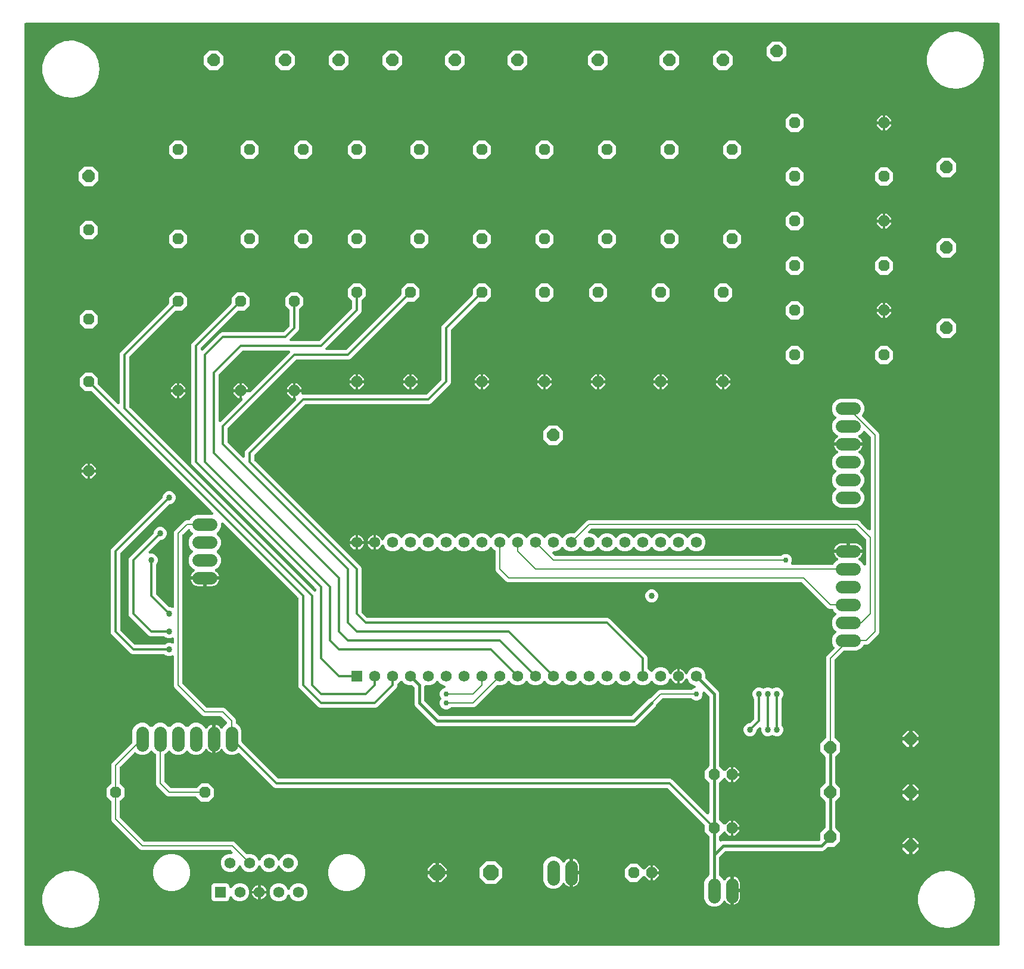
<source format=gbr>
G04 EAGLE Gerber RS-274X export*
G75*
%MOMM*%
%FSLAX34Y34*%
%LPD*%
%INTop Copper*%
%IPPOS*%
%AMOC8*
5,1,8,0,0,1.08239X$1,22.5*%
G01*
%ADD10P,1.732040X8X202.500000*%
%ADD11P,1.924489X8X22.500000*%
%ADD12C,1.778000*%
%ADD13P,1.704548X8X22.500000*%
%ADD14P,1.704548X8X112.500000*%
%ADD15P,1.704548X8X202.500000*%
%ADD16P,2.336880X8X22.500000*%
%ADD17C,1.562000*%
%ADD18R,1.562000X1.562000*%
%ADD19C,0.152400*%
%ADD20C,0.304800*%
%ADD21C,0.406400*%
%ADD22C,0.200000*%
%ADD23C,0.856400*%
%ADD24C,0.756400*%

G36*
X1394226Y10163D02*
X1394226Y10163D01*
X1394244Y10161D01*
X1394426Y10182D01*
X1394609Y10201D01*
X1394626Y10206D01*
X1394643Y10208D01*
X1394818Y10265D01*
X1394994Y10319D01*
X1395009Y10327D01*
X1395026Y10333D01*
X1395186Y10423D01*
X1395348Y10511D01*
X1395361Y10522D01*
X1395377Y10531D01*
X1395516Y10651D01*
X1395657Y10768D01*
X1395668Y10782D01*
X1395682Y10794D01*
X1395794Y10939D01*
X1395909Y11082D01*
X1395917Y11098D01*
X1395928Y11112D01*
X1396010Y11277D01*
X1396095Y11439D01*
X1396100Y11456D01*
X1396108Y11472D01*
X1396155Y11651D01*
X1396206Y11826D01*
X1396208Y11844D01*
X1396212Y11861D01*
X1396239Y12192D01*
X1396239Y1321208D01*
X1396237Y1321226D01*
X1396239Y1321244D01*
X1396218Y1321426D01*
X1396199Y1321609D01*
X1396194Y1321626D01*
X1396192Y1321643D01*
X1396135Y1321818D01*
X1396081Y1321994D01*
X1396073Y1322009D01*
X1396067Y1322026D01*
X1395977Y1322186D01*
X1395889Y1322348D01*
X1395878Y1322361D01*
X1395869Y1322377D01*
X1395749Y1322516D01*
X1395632Y1322657D01*
X1395618Y1322668D01*
X1395606Y1322682D01*
X1395461Y1322794D01*
X1395318Y1322909D01*
X1395302Y1322917D01*
X1395288Y1322928D01*
X1395123Y1323010D01*
X1394961Y1323095D01*
X1394944Y1323100D01*
X1394928Y1323108D01*
X1394749Y1323155D01*
X1394574Y1323206D01*
X1394556Y1323208D01*
X1394539Y1323212D01*
X1394208Y1323239D01*
X12192Y1323239D01*
X12174Y1323237D01*
X12156Y1323239D01*
X11974Y1323218D01*
X11791Y1323199D01*
X11774Y1323194D01*
X11757Y1323192D01*
X11582Y1323135D01*
X11406Y1323081D01*
X11391Y1323073D01*
X11374Y1323067D01*
X11214Y1322977D01*
X11052Y1322889D01*
X11039Y1322878D01*
X11023Y1322869D01*
X10884Y1322749D01*
X10743Y1322632D01*
X10732Y1322618D01*
X10718Y1322606D01*
X10606Y1322461D01*
X10491Y1322318D01*
X10483Y1322302D01*
X10472Y1322288D01*
X10390Y1322123D01*
X10305Y1321961D01*
X10300Y1321944D01*
X10292Y1321928D01*
X10245Y1321749D01*
X10194Y1321574D01*
X10192Y1321556D01*
X10188Y1321539D01*
X10161Y1321208D01*
X10161Y12192D01*
X10163Y12174D01*
X10161Y12156D01*
X10182Y11974D01*
X10201Y11791D01*
X10206Y11774D01*
X10208Y11757D01*
X10265Y11582D01*
X10319Y11406D01*
X10327Y11391D01*
X10333Y11374D01*
X10423Y11214D01*
X10511Y11052D01*
X10522Y11039D01*
X10531Y11023D01*
X10651Y10884D01*
X10768Y10743D01*
X10782Y10732D01*
X10794Y10718D01*
X10939Y10606D01*
X11082Y10491D01*
X11098Y10483D01*
X11112Y10472D01*
X11277Y10390D01*
X11439Y10305D01*
X11456Y10300D01*
X11472Y10292D01*
X11651Y10245D01*
X11826Y10194D01*
X11844Y10192D01*
X11861Y10188D01*
X12192Y10161D01*
X1394208Y10161D01*
X1394226Y10163D01*
G37*
%LPC*%
G36*
X987821Y66039D02*
X987821Y66039D01*
X982686Y68166D01*
X978756Y72096D01*
X976629Y77231D01*
X976629Y100569D01*
X978756Y105704D01*
X982892Y109840D01*
X982909Y109861D01*
X982930Y109878D01*
X983037Y110016D01*
X983147Y110151D01*
X983160Y110175D01*
X983176Y110196D01*
X983254Y110353D01*
X983336Y110507D01*
X983344Y110533D01*
X983356Y110557D01*
X983401Y110726D01*
X983451Y110893D01*
X983453Y110920D01*
X983460Y110945D01*
X983487Y111276D01*
X983487Y165571D01*
X983485Y165598D01*
X983487Y165624D01*
X983465Y165798D01*
X983447Y165972D01*
X983440Y165997D01*
X983436Y166024D01*
X983380Y166190D01*
X983329Y166357D01*
X983316Y166380D01*
X983308Y166405D01*
X983221Y166557D01*
X983137Y166711D01*
X983120Y166731D01*
X983107Y166754D01*
X982892Y167007D01*
X977518Y172381D01*
X977518Y180700D01*
X977516Y180726D01*
X977518Y180753D01*
X977496Y180927D01*
X977478Y181100D01*
X977471Y181126D01*
X977467Y181153D01*
X977412Y181318D01*
X977360Y181485D01*
X977347Y181509D01*
X977339Y181534D01*
X977252Y181686D01*
X977168Y181839D01*
X977151Y181860D01*
X977138Y181883D01*
X976923Y182136D01*
X924959Y234100D01*
X924938Y234117D01*
X924921Y234138D01*
X924783Y234245D01*
X924648Y234355D01*
X924624Y234368D01*
X924603Y234384D01*
X924446Y234462D01*
X924292Y234544D01*
X924266Y234552D01*
X924242Y234564D01*
X924073Y234609D01*
X923906Y234659D01*
X923879Y234661D01*
X923854Y234668D01*
X923523Y234695D01*
X366986Y234695D01*
X364559Y235701D01*
X362415Y237844D01*
X315890Y284370D01*
X315876Y284381D01*
X315864Y284395D01*
X315721Y284508D01*
X315578Y284625D01*
X315563Y284633D01*
X315549Y284644D01*
X315384Y284728D01*
X315223Y284813D01*
X315206Y284818D01*
X315190Y284827D01*
X315012Y284876D01*
X314837Y284928D01*
X314819Y284930D01*
X314802Y284935D01*
X314619Y284948D01*
X314436Y284965D01*
X314418Y284963D01*
X314400Y284964D01*
X314219Y284941D01*
X314036Y284921D01*
X314018Y284916D01*
X314001Y284913D01*
X313827Y284855D01*
X313652Y284800D01*
X313636Y284791D01*
X313619Y284785D01*
X313459Y284693D01*
X313299Y284605D01*
X313286Y284593D01*
X313270Y284584D01*
X313017Y284370D01*
X312714Y284066D01*
X307579Y281939D01*
X302021Y281939D01*
X296886Y284066D01*
X292956Y287996D01*
X292465Y289183D01*
X292383Y289335D01*
X292306Y289490D01*
X292288Y289513D01*
X292274Y289538D01*
X292164Y289671D01*
X292058Y289807D01*
X292036Y289826D01*
X292018Y289848D01*
X291884Y289957D01*
X291753Y290070D01*
X291728Y290084D01*
X291705Y290102D01*
X291553Y290182D01*
X291402Y290267D01*
X291374Y290276D01*
X291349Y290289D01*
X291183Y290338D01*
X291019Y290391D01*
X290990Y290394D01*
X290962Y290402D01*
X290790Y290417D01*
X290619Y290437D01*
X290590Y290435D01*
X290561Y290437D01*
X290390Y290418D01*
X290218Y290403D01*
X290190Y290395D01*
X290161Y290392D01*
X289997Y290339D01*
X289831Y290291D01*
X289805Y290278D01*
X289778Y290269D01*
X289627Y290184D01*
X289474Y290105D01*
X289452Y290086D01*
X289426Y290072D01*
X289295Y289960D01*
X289161Y289851D01*
X289140Y289827D01*
X289121Y289810D01*
X289068Y289744D01*
X288945Y289600D01*
X288119Y288463D01*
X286847Y287191D01*
X285391Y286134D01*
X283788Y285317D01*
X282077Y284761D01*
X281939Y284739D01*
X281939Y304292D01*
X281937Y304310D01*
X281939Y304327D01*
X281918Y304510D01*
X281899Y304692D01*
X281894Y304709D01*
X281892Y304727D01*
X281867Y304805D01*
X281906Y304942D01*
X281908Y304960D01*
X281912Y304977D01*
X281939Y305308D01*
X281939Y324861D01*
X282077Y324839D01*
X283788Y324283D01*
X285391Y323466D01*
X286847Y322409D01*
X288119Y321137D01*
X288945Y320000D01*
X289059Y319871D01*
X289171Y319739D01*
X289193Y319721D01*
X289212Y319699D01*
X289350Y319596D01*
X289485Y319488D01*
X289511Y319475D01*
X289534Y319458D01*
X289689Y319383D01*
X289844Y319304D01*
X289871Y319296D01*
X289897Y319284D01*
X290065Y319241D01*
X290231Y319194D01*
X290260Y319192D01*
X290288Y319185D01*
X290460Y319177D01*
X290632Y319163D01*
X290661Y319167D01*
X290690Y319165D01*
X290861Y319191D01*
X291032Y319212D01*
X291059Y319221D01*
X291088Y319225D01*
X291251Y319284D01*
X291414Y319339D01*
X291439Y319353D01*
X291466Y319363D01*
X291614Y319453D01*
X291764Y319538D01*
X291786Y319557D01*
X291810Y319572D01*
X291938Y319689D01*
X292068Y319802D01*
X292085Y319825D01*
X292106Y319845D01*
X292208Y319985D01*
X292313Y320122D01*
X292328Y320150D01*
X292343Y320171D01*
X292378Y320248D01*
X292465Y320417D01*
X292956Y321604D01*
X296886Y325534D01*
X296892Y325536D01*
X296904Y325543D01*
X296917Y325547D01*
X297081Y325638D01*
X297247Y325726D01*
X297257Y325735D01*
X297269Y325742D01*
X297412Y325863D01*
X297558Y325983D01*
X297566Y325993D01*
X297576Y326002D01*
X297692Y326149D01*
X297811Y326295D01*
X297817Y326307D01*
X297826Y326318D01*
X297911Y326485D01*
X297998Y326652D01*
X298002Y326665D01*
X298008Y326677D01*
X298059Y326859D01*
X298111Y327038D01*
X298113Y327052D01*
X298116Y327065D01*
X298130Y327254D01*
X298146Y327440D01*
X298145Y327453D01*
X298146Y327466D01*
X298122Y327654D01*
X298101Y327840D01*
X298097Y327852D01*
X298095Y327866D01*
X298035Y328044D01*
X297978Y328223D01*
X297971Y328235D01*
X297967Y328247D01*
X297873Y328410D01*
X297781Y328574D01*
X297773Y328585D01*
X297766Y328596D01*
X297551Y328849D01*
X290176Y336224D01*
X290155Y336241D01*
X290138Y336262D01*
X290000Y336369D01*
X289865Y336479D01*
X289841Y336492D01*
X289820Y336508D01*
X289663Y336586D01*
X289509Y336668D01*
X289483Y336676D01*
X289459Y336688D01*
X289290Y336733D01*
X289123Y336783D01*
X289096Y336785D01*
X289071Y336792D01*
X288740Y336819D01*
X265490Y336819D01*
X263256Y337745D01*
X223445Y377556D01*
X222519Y379790D01*
X222519Y382210D01*
X222603Y382411D01*
X222612Y382441D01*
X222626Y382469D01*
X222670Y382634D01*
X222719Y382796D01*
X222722Y382827D01*
X222730Y382857D01*
X222757Y383188D01*
X222757Y421466D01*
X222756Y421480D01*
X222757Y421493D01*
X222736Y421679D01*
X222717Y421867D01*
X222713Y421880D01*
X222712Y421893D01*
X222655Y422071D01*
X222599Y422252D01*
X222593Y422264D01*
X222589Y422276D01*
X222497Y422441D01*
X222407Y422606D01*
X222399Y422616D01*
X222392Y422628D01*
X222269Y422772D01*
X222150Y422915D01*
X222139Y422923D01*
X222131Y422934D01*
X221982Y423050D01*
X221836Y423167D01*
X221824Y423174D01*
X221814Y423182D01*
X221644Y423267D01*
X221479Y423353D01*
X221466Y423357D01*
X221454Y423363D01*
X221272Y423412D01*
X221092Y423464D01*
X221078Y423465D01*
X221065Y423469D01*
X220879Y423482D01*
X220690Y423497D01*
X220677Y423496D01*
X220664Y423497D01*
X220477Y423472D01*
X220291Y423450D01*
X220278Y423446D01*
X220265Y423444D01*
X219949Y423343D01*
X217762Y422437D01*
X214038Y422437D01*
X210596Y423863D01*
X209859Y424600D01*
X209838Y424617D01*
X209821Y424638D01*
X209683Y424744D01*
X209547Y424855D01*
X209524Y424868D01*
X209503Y424884D01*
X209346Y424962D01*
X209192Y425044D01*
X209166Y425052D01*
X209142Y425064D01*
X208973Y425109D01*
X208806Y425159D01*
X208779Y425161D01*
X208753Y425168D01*
X208422Y425195D01*
X163786Y425195D01*
X161359Y426201D01*
X134101Y453459D01*
X133095Y455886D01*
X133095Y572814D01*
X134101Y575241D01*
X205942Y647083D01*
X205959Y647104D01*
X205980Y647121D01*
X206087Y647259D01*
X206197Y647394D01*
X206210Y647418D01*
X206226Y647439D01*
X206304Y647596D01*
X206386Y647750D01*
X206394Y647776D01*
X206406Y647800D01*
X206451Y647969D01*
X206501Y648136D01*
X206503Y648163D01*
X206510Y648188D01*
X206537Y648519D01*
X206537Y649562D01*
X207963Y653004D01*
X210596Y655637D01*
X214038Y657063D01*
X217762Y657063D01*
X221204Y655637D01*
X223837Y653004D01*
X225263Y649562D01*
X225263Y645838D01*
X223837Y642396D01*
X221204Y639763D01*
X217762Y638337D01*
X216719Y638337D01*
X216693Y638335D01*
X216666Y638337D01*
X216492Y638315D01*
X216319Y638297D01*
X216293Y638290D01*
X216266Y638286D01*
X216101Y638231D01*
X215934Y638179D01*
X215910Y638166D01*
X215885Y638158D01*
X215733Y638071D01*
X215580Y637987D01*
X215559Y637970D01*
X215536Y637957D01*
X215283Y637742D01*
X146900Y569359D01*
X146883Y569338D01*
X146862Y569321D01*
X146755Y569183D01*
X146645Y569048D01*
X146632Y569024D01*
X146616Y569003D01*
X146538Y568846D01*
X146456Y568692D01*
X146448Y568666D01*
X146436Y568642D01*
X146391Y568473D01*
X146341Y568306D01*
X146339Y568279D01*
X146332Y568254D01*
X146305Y567923D01*
X146305Y460777D01*
X146307Y460751D01*
X146305Y460724D01*
X146327Y460550D01*
X146345Y460377D01*
X146352Y460351D01*
X146356Y460324D01*
X146411Y460159D01*
X146463Y459992D01*
X146476Y459968D01*
X146484Y459943D01*
X146571Y459791D01*
X146655Y459638D01*
X146672Y459617D01*
X146685Y459594D01*
X146900Y459341D01*
X167241Y439000D01*
X167262Y438983D01*
X167279Y438962D01*
X167417Y438855D01*
X167552Y438745D01*
X167576Y438732D01*
X167597Y438716D01*
X167754Y438638D01*
X167908Y438556D01*
X167934Y438548D01*
X167958Y438536D01*
X168127Y438491D01*
X168294Y438441D01*
X168321Y438439D01*
X168346Y438432D01*
X168677Y438405D01*
X208422Y438405D01*
X208449Y438407D01*
X208476Y438405D01*
X208649Y438427D01*
X208823Y438445D01*
X208849Y438453D01*
X208875Y438456D01*
X209041Y438511D01*
X209208Y438563D01*
X209232Y438576D01*
X209257Y438584D01*
X209409Y438671D01*
X209562Y438755D01*
X209583Y438772D01*
X209606Y438785D01*
X209859Y439000D01*
X210596Y439737D01*
X214038Y441163D01*
X217762Y441163D01*
X219949Y440257D01*
X219962Y440253D01*
X219973Y440247D01*
X220154Y440195D01*
X220334Y440141D01*
X220347Y440139D01*
X220360Y440136D01*
X220549Y440120D01*
X220735Y440103D01*
X220748Y440104D01*
X220762Y440103D01*
X220948Y440125D01*
X221135Y440144D01*
X221148Y440148D01*
X221161Y440150D01*
X221341Y440208D01*
X221520Y440264D01*
X221531Y440270D01*
X221544Y440275D01*
X221709Y440367D01*
X221873Y440457D01*
X221883Y440466D01*
X221895Y440472D01*
X222037Y440595D01*
X222181Y440716D01*
X222189Y440727D01*
X222200Y440736D01*
X222314Y440883D01*
X222432Y441031D01*
X222438Y441043D01*
X222446Y441054D01*
X222530Y441222D01*
X222616Y441389D01*
X222620Y441402D01*
X222626Y441414D01*
X222675Y441597D01*
X222726Y441777D01*
X222727Y441790D01*
X222730Y441803D01*
X222757Y442134D01*
X222757Y446866D01*
X222756Y446880D01*
X222757Y446893D01*
X222736Y447079D01*
X222717Y447267D01*
X222713Y447280D01*
X222712Y447293D01*
X222654Y447472D01*
X222599Y447652D01*
X222593Y447664D01*
X222589Y447676D01*
X222497Y447840D01*
X222407Y448006D01*
X222399Y448016D01*
X222392Y448028D01*
X222270Y448171D01*
X222150Y448315D01*
X222139Y448323D01*
X222131Y448334D01*
X221982Y448450D01*
X221836Y448567D01*
X221824Y448574D01*
X221814Y448582D01*
X221645Y448667D01*
X221479Y448753D01*
X221466Y448757D01*
X221454Y448763D01*
X221272Y448812D01*
X221092Y448864D01*
X221078Y448865D01*
X221065Y448869D01*
X220877Y448882D01*
X220690Y448897D01*
X220677Y448896D01*
X220664Y448897D01*
X220476Y448872D01*
X220291Y448850D01*
X220278Y448846D01*
X220265Y448844D01*
X219949Y448743D01*
X217762Y447837D01*
X214038Y447837D01*
X210596Y449263D01*
X209859Y450000D01*
X209838Y450017D01*
X209821Y450038D01*
X209683Y450145D01*
X209547Y450255D01*
X209524Y450268D01*
X209502Y450284D01*
X209346Y450362D01*
X209192Y450444D01*
X209166Y450452D01*
X209142Y450464D01*
X208973Y450509D01*
X208806Y450559D01*
X208779Y450561D01*
X208753Y450568D01*
X208422Y450595D01*
X189186Y450595D01*
X186759Y451601D01*
X184615Y453744D01*
X159501Y478859D01*
X158495Y481286D01*
X158495Y560114D01*
X159501Y562541D01*
X161644Y564685D01*
X193242Y596283D01*
X193259Y596304D01*
X193280Y596321D01*
X193387Y596459D01*
X193497Y596594D01*
X193510Y596618D01*
X193526Y596639D01*
X193604Y596796D01*
X193686Y596950D01*
X193694Y596976D01*
X193706Y597000D01*
X193751Y597169D01*
X193801Y597336D01*
X193803Y597363D01*
X193810Y597388D01*
X193837Y597719D01*
X193837Y598762D01*
X195263Y602204D01*
X197896Y604837D01*
X199436Y605475D01*
X201338Y606263D01*
X205062Y606263D01*
X208504Y604837D01*
X211137Y602204D01*
X212563Y598762D01*
X212563Y595038D01*
X211137Y591596D01*
X208504Y588963D01*
X205062Y587537D01*
X204019Y587537D01*
X203993Y587535D01*
X203966Y587537D01*
X203792Y587515D01*
X203618Y587497D01*
X203593Y587490D01*
X203566Y587486D01*
X203401Y587431D01*
X203234Y587379D01*
X203210Y587366D01*
X203185Y587358D01*
X203033Y587271D01*
X202880Y587187D01*
X202859Y587170D01*
X202836Y587157D01*
X202583Y586942D01*
X187271Y571630D01*
X187265Y571623D01*
X187258Y571618D01*
X187138Y571468D01*
X187016Y571319D01*
X187012Y571311D01*
X187006Y571304D01*
X186917Y571132D01*
X186827Y570963D01*
X186825Y570955D01*
X186820Y570947D01*
X186767Y570761D01*
X186712Y570577D01*
X186711Y570568D01*
X186709Y570560D01*
X186693Y570368D01*
X186676Y570176D01*
X186677Y570167D01*
X186676Y570158D01*
X186698Y569969D01*
X186719Y569776D01*
X186722Y569767D01*
X186723Y569759D01*
X186782Y569577D01*
X186841Y569392D01*
X186845Y569384D01*
X186848Y569376D01*
X186943Y569207D01*
X187036Y569040D01*
X187041Y569033D01*
X187046Y569025D01*
X187172Y568879D01*
X187296Y568733D01*
X187303Y568727D01*
X187309Y568720D01*
X187460Y568603D01*
X187612Y568483D01*
X187620Y568479D01*
X187627Y568474D01*
X187799Y568388D01*
X187971Y568301D01*
X187980Y568298D01*
X187988Y568294D01*
X188174Y568244D01*
X188359Y568193D01*
X188368Y568192D01*
X188376Y568190D01*
X188707Y568163D01*
X192362Y568163D01*
X195804Y566737D01*
X198437Y564104D01*
X199863Y560662D01*
X199863Y556938D01*
X198437Y553496D01*
X197700Y552759D01*
X197683Y552738D01*
X197662Y552721D01*
X197555Y552582D01*
X197445Y552447D01*
X197432Y552424D01*
X197416Y552402D01*
X197338Y552246D01*
X197256Y552092D01*
X197248Y552066D01*
X197236Y552042D01*
X197191Y551873D01*
X197141Y551706D01*
X197139Y551679D01*
X197132Y551653D01*
X197105Y551322D01*
X197105Y511577D01*
X197107Y511551D01*
X197105Y511524D01*
X197127Y511350D01*
X197145Y511177D01*
X197152Y511151D01*
X197156Y511124D01*
X197212Y510958D01*
X197263Y510792D01*
X197276Y510768D01*
X197284Y510743D01*
X197371Y510591D01*
X197455Y510438D01*
X197472Y510417D01*
X197485Y510394D01*
X197700Y510141D01*
X215283Y492558D01*
X215304Y492541D01*
X215321Y492520D01*
X215459Y492413D01*
X215594Y492303D01*
X215618Y492290D01*
X215639Y492274D01*
X215796Y492196D01*
X215950Y492114D01*
X215976Y492106D01*
X216000Y492094D01*
X216169Y492049D01*
X216336Y491999D01*
X216363Y491997D01*
X216388Y491990D01*
X216719Y491963D01*
X217762Y491963D01*
X219949Y491057D01*
X219962Y491053D01*
X219973Y491047D01*
X220154Y490995D01*
X220334Y490941D01*
X220347Y490939D01*
X220360Y490936D01*
X220548Y490920D01*
X220735Y490903D01*
X220748Y490904D01*
X220762Y490903D01*
X220949Y490925D01*
X221135Y490944D01*
X221148Y490948D01*
X221161Y490950D01*
X221341Y491008D01*
X221520Y491064D01*
X221531Y491070D01*
X221544Y491075D01*
X221709Y491167D01*
X221873Y491257D01*
X221883Y491266D01*
X221895Y491272D01*
X222037Y491395D01*
X222181Y491516D01*
X222189Y491527D01*
X222200Y491536D01*
X222315Y491684D01*
X222432Y491831D01*
X222438Y491843D01*
X222446Y491854D01*
X222530Y492022D01*
X222616Y492189D01*
X222620Y492202D01*
X222626Y492214D01*
X222675Y492397D01*
X222726Y492577D01*
X222727Y492590D01*
X222730Y492603D01*
X222757Y492934D01*
X222757Y598062D01*
X223647Y600210D01*
X237990Y614553D01*
X240138Y615443D01*
X243751Y615443D01*
X243773Y615445D01*
X243796Y615443D01*
X243973Y615465D01*
X244152Y615483D01*
X244173Y615489D01*
X244195Y615492D01*
X244365Y615548D01*
X244537Y615601D01*
X244556Y615611D01*
X244577Y615618D01*
X244733Y615707D01*
X244891Y615793D01*
X244908Y615807D01*
X244927Y615818D01*
X245062Y615935D01*
X245200Y616050D01*
X245214Y616068D01*
X245231Y616082D01*
X245340Y616224D01*
X245452Y616364D01*
X245463Y616384D01*
X245476Y616402D01*
X245628Y616697D01*
X245966Y617514D01*
X249896Y621444D01*
X255031Y623571D01*
X276585Y623571D01*
X276594Y623572D01*
X276603Y623571D01*
X276796Y623592D01*
X276986Y623611D01*
X276994Y623613D01*
X277003Y623614D01*
X277187Y623673D01*
X277370Y623729D01*
X277378Y623733D01*
X277387Y623736D01*
X277555Y623829D01*
X277724Y623921D01*
X277731Y623926D01*
X277739Y623931D01*
X277886Y624055D01*
X278034Y624178D01*
X278039Y624185D01*
X278046Y624191D01*
X278166Y624343D01*
X278286Y624492D01*
X278290Y624500D01*
X278296Y624507D01*
X278384Y624680D01*
X278472Y624849D01*
X278474Y624858D01*
X278478Y624866D01*
X278530Y625052D01*
X278583Y625236D01*
X278584Y625245D01*
X278586Y625254D01*
X278600Y625447D01*
X278616Y625638D01*
X278615Y625646D01*
X278615Y625655D01*
X278591Y625848D01*
X278569Y626037D01*
X278566Y626046D01*
X278565Y626055D01*
X278504Y626237D01*
X278444Y626420D01*
X278440Y626428D01*
X278437Y626436D01*
X278341Y626603D01*
X278246Y626771D01*
X278240Y626778D01*
X278236Y626785D01*
X278021Y627038D01*
X105809Y799250D01*
X105788Y799267D01*
X105771Y799288D01*
X105633Y799395D01*
X105498Y799505D01*
X105474Y799518D01*
X105453Y799534D01*
X105296Y799612D01*
X105142Y799694D01*
X105116Y799702D01*
X105092Y799714D01*
X104923Y799759D01*
X104756Y799809D01*
X104729Y799811D01*
X104704Y799818D01*
X104373Y799845D01*
X96234Y799845D01*
X88645Y807434D01*
X88645Y818166D01*
X96234Y825755D01*
X106966Y825755D01*
X114555Y818166D01*
X114555Y810027D01*
X114557Y810001D01*
X114555Y809974D01*
X114577Y809800D01*
X114595Y809627D01*
X114602Y809601D01*
X114606Y809574D01*
X114661Y809409D01*
X114713Y809242D01*
X114726Y809218D01*
X114734Y809193D01*
X114821Y809041D01*
X114905Y808888D01*
X114922Y808867D01*
X114935Y808844D01*
X115150Y808591D01*
X142328Y781413D01*
X142335Y781407D01*
X142340Y781400D01*
X142490Y781280D01*
X142639Y781158D01*
X142647Y781154D01*
X142654Y781148D01*
X142825Y781059D01*
X142995Y780969D01*
X143003Y780967D01*
X143011Y780962D01*
X143197Y780909D01*
X143381Y780854D01*
X143390Y780853D01*
X143398Y780851D01*
X143590Y780835D01*
X143782Y780818D01*
X143791Y780819D01*
X143800Y780818D01*
X143989Y780840D01*
X144182Y780861D01*
X144191Y780864D01*
X144199Y780865D01*
X144381Y780924D01*
X144566Y780983D01*
X144574Y780987D01*
X144582Y780990D01*
X144751Y781085D01*
X144918Y781178D01*
X144925Y781183D01*
X144933Y781188D01*
X145079Y781314D01*
X145225Y781438D01*
X145231Y781445D01*
X145238Y781451D01*
X145355Y781602D01*
X145475Y781754D01*
X145479Y781762D01*
X145484Y781769D01*
X145570Y781941D01*
X145657Y782113D01*
X145660Y782122D01*
X145664Y782130D01*
X145714Y782316D01*
X145765Y782501D01*
X145766Y782510D01*
X145768Y782518D01*
X145795Y782849D01*
X145795Y852214D01*
X146801Y854641D01*
X148944Y856785D01*
X215050Y922891D01*
X215067Y922912D01*
X215088Y922929D01*
X215195Y923067D01*
X215305Y923202D01*
X215318Y923226D01*
X215334Y923247D01*
X215412Y923404D01*
X215494Y923558D01*
X215502Y923584D01*
X215514Y923608D01*
X215559Y923777D01*
X215609Y923944D01*
X215611Y923971D01*
X215618Y923996D01*
X215645Y924327D01*
X215645Y932466D01*
X223234Y940055D01*
X233966Y940055D01*
X241555Y932466D01*
X241555Y921734D01*
X233966Y914145D01*
X225827Y914145D01*
X225801Y914143D01*
X225774Y914145D01*
X225600Y914123D01*
X225426Y914105D01*
X225401Y914098D01*
X225374Y914094D01*
X225209Y914039D01*
X225042Y913987D01*
X225018Y913974D01*
X224993Y913966D01*
X224841Y913879D01*
X224688Y913795D01*
X224667Y913778D01*
X224644Y913765D01*
X224391Y913550D01*
X159600Y848759D01*
X159583Y848738D01*
X159562Y848721D01*
X159455Y848583D01*
X159345Y848448D01*
X159332Y848424D01*
X159316Y848403D01*
X159238Y848246D01*
X159156Y848092D01*
X159148Y848066D01*
X159136Y848042D01*
X159091Y847873D01*
X159041Y847706D01*
X159039Y847679D01*
X159032Y847654D01*
X159005Y847323D01*
X159005Y778277D01*
X159007Y778251D01*
X159005Y778224D01*
X159027Y778050D01*
X159045Y777876D01*
X159052Y777851D01*
X159056Y777824D01*
X159111Y777659D01*
X159163Y777492D01*
X159176Y777468D01*
X159184Y777443D01*
X159272Y777291D01*
X159355Y777138D01*
X159372Y777117D01*
X159385Y777094D01*
X159600Y776841D01*
X421728Y514713D01*
X421735Y514707D01*
X421740Y514700D01*
X421890Y514580D01*
X422039Y514458D01*
X422047Y514454D01*
X422054Y514448D01*
X422225Y514359D01*
X422395Y514269D01*
X422403Y514267D01*
X422411Y514262D01*
X422597Y514209D01*
X422781Y514154D01*
X422790Y514153D01*
X422798Y514151D01*
X422990Y514135D01*
X423182Y514118D01*
X423191Y514119D01*
X423200Y514118D01*
X423389Y514140D01*
X423582Y514161D01*
X423591Y514164D01*
X423599Y514165D01*
X423781Y514224D01*
X423966Y514283D01*
X423974Y514287D01*
X423982Y514290D01*
X424151Y514385D01*
X424318Y514478D01*
X424325Y514483D01*
X424333Y514488D01*
X424479Y514614D01*
X424625Y514738D01*
X424631Y514745D01*
X424638Y514751D01*
X424755Y514902D01*
X424875Y515054D01*
X424879Y515062D01*
X424884Y515069D01*
X424970Y515241D01*
X425057Y515413D01*
X425060Y515422D01*
X425064Y515430D01*
X425114Y515616D01*
X425165Y515801D01*
X425166Y515810D01*
X425168Y515818D01*
X425195Y516149D01*
X425195Y517123D01*
X425193Y517149D01*
X425195Y517176D01*
X425173Y517350D01*
X425155Y517524D01*
X425148Y517549D01*
X425144Y517576D01*
X425089Y517741D01*
X425037Y517908D01*
X425024Y517932D01*
X425016Y517957D01*
X424929Y518109D01*
X424845Y518262D01*
X424828Y518283D01*
X424815Y518306D01*
X424600Y518559D01*
X250544Y692615D01*
X248401Y694759D01*
X247395Y697186D01*
X247395Y864914D01*
X248401Y867341D01*
X303950Y922891D01*
X303967Y922912D01*
X303988Y922929D01*
X304095Y923067D01*
X304205Y923202D01*
X304218Y923226D01*
X304234Y923247D01*
X304312Y923404D01*
X304394Y923558D01*
X304402Y923584D01*
X304414Y923608D01*
X304459Y923777D01*
X304509Y923944D01*
X304511Y923971D01*
X304518Y923996D01*
X304545Y924327D01*
X304545Y932466D01*
X312134Y940055D01*
X322866Y940055D01*
X330455Y932466D01*
X330455Y921734D01*
X322866Y914145D01*
X314727Y914145D01*
X314701Y914143D01*
X314674Y914145D01*
X314500Y914123D01*
X314327Y914105D01*
X314301Y914098D01*
X314274Y914094D01*
X314109Y914039D01*
X313942Y913987D01*
X313918Y913974D01*
X313893Y913966D01*
X313741Y913879D01*
X313588Y913795D01*
X313567Y913778D01*
X313544Y913765D01*
X313291Y913550D01*
X261200Y861459D01*
X261183Y861438D01*
X261162Y861421D01*
X261055Y861283D01*
X260945Y861148D01*
X260932Y861124D01*
X260916Y861103D01*
X260838Y860946D01*
X260756Y860792D01*
X260748Y860766D01*
X260736Y860742D01*
X260691Y860573D01*
X260641Y860406D01*
X260639Y860379D01*
X260632Y860354D01*
X260605Y860023D01*
X260605Y859049D01*
X260606Y859040D01*
X260605Y859031D01*
X260626Y858838D01*
X260645Y858648D01*
X260647Y858640D01*
X260648Y858631D01*
X260707Y858447D01*
X260763Y858264D01*
X260767Y858256D01*
X260770Y858247D01*
X260863Y858079D01*
X260955Y857910D01*
X260960Y857903D01*
X260965Y857895D01*
X261089Y857748D01*
X261212Y857600D01*
X261219Y857595D01*
X261225Y857588D01*
X261377Y857468D01*
X261526Y857348D01*
X261534Y857344D01*
X261541Y857338D01*
X261714Y857250D01*
X261883Y857162D01*
X261892Y857160D01*
X261900Y857156D01*
X262086Y857104D01*
X262270Y857051D01*
X262279Y857050D01*
X262288Y857048D01*
X262481Y857034D01*
X262672Y857018D01*
X262680Y857019D01*
X262689Y857019D01*
X262882Y857043D01*
X263071Y857065D01*
X263080Y857068D01*
X263089Y857069D01*
X263271Y857130D01*
X263454Y857190D01*
X263462Y857194D01*
X263470Y857197D01*
X263637Y857293D01*
X263805Y857388D01*
X263812Y857394D01*
X263819Y857398D01*
X264072Y857613D01*
X288359Y881899D01*
X290786Y882905D01*
X377423Y882905D01*
X377449Y882907D01*
X377476Y882905D01*
X377650Y882927D01*
X377823Y882945D01*
X377849Y882952D01*
X377876Y882956D01*
X378041Y883011D01*
X378208Y883063D01*
X378232Y883076D01*
X378257Y883084D01*
X378409Y883171D01*
X378562Y883255D01*
X378583Y883272D01*
X378606Y883285D01*
X378859Y883500D01*
X386500Y891141D01*
X386517Y891162D01*
X386538Y891179D01*
X386645Y891317D01*
X386755Y891452D01*
X386768Y891476D01*
X386784Y891497D01*
X386862Y891654D01*
X386944Y891808D01*
X386952Y891834D01*
X386964Y891858D01*
X387009Y892027D01*
X387059Y892194D01*
X387061Y892221D01*
X387068Y892246D01*
X387095Y892577D01*
X387095Y914543D01*
X387093Y914569D01*
X387095Y914596D01*
X387073Y914770D01*
X387055Y914943D01*
X387048Y914969D01*
X387044Y914995D01*
X386988Y915161D01*
X386937Y915328D01*
X386924Y915352D01*
X386916Y915377D01*
X386829Y915529D01*
X386745Y915682D01*
X386728Y915703D01*
X386715Y915726D01*
X386500Y915979D01*
X380745Y921734D01*
X380745Y932466D01*
X388334Y940055D01*
X399066Y940055D01*
X406655Y932466D01*
X406655Y921734D01*
X400900Y915979D01*
X400883Y915958D01*
X400862Y915941D01*
X400755Y915803D01*
X400645Y915667D01*
X400632Y915644D01*
X400616Y915623D01*
X400538Y915466D01*
X400456Y915312D01*
X400448Y915286D01*
X400436Y915262D01*
X400391Y915093D01*
X400341Y914926D01*
X400339Y914899D01*
X400332Y914873D01*
X400305Y914543D01*
X400305Y887686D01*
X399299Y885259D01*
X387713Y873672D01*
X387707Y873665D01*
X387700Y873660D01*
X387580Y873510D01*
X387458Y873361D01*
X387454Y873353D01*
X387448Y873346D01*
X387359Y873176D01*
X387269Y873005D01*
X387267Y872996D01*
X387262Y872989D01*
X387209Y872804D01*
X387154Y872619D01*
X387153Y872610D01*
X387151Y872602D01*
X387135Y872410D01*
X387118Y872218D01*
X387119Y872209D01*
X387118Y872200D01*
X387140Y872011D01*
X387161Y871818D01*
X387164Y871809D01*
X387165Y871801D01*
X387224Y871619D01*
X387283Y871434D01*
X387287Y871426D01*
X387290Y871418D01*
X387385Y871249D01*
X387478Y871082D01*
X387483Y871075D01*
X387488Y871067D01*
X387614Y870921D01*
X387738Y870775D01*
X387745Y870769D01*
X387751Y870762D01*
X387902Y870645D01*
X388054Y870525D01*
X388062Y870521D01*
X388069Y870516D01*
X388241Y870430D01*
X388413Y870343D01*
X388422Y870340D01*
X388430Y870336D01*
X388616Y870286D01*
X388801Y870235D01*
X388810Y870234D01*
X388818Y870232D01*
X389149Y870205D01*
X428223Y870205D01*
X428249Y870207D01*
X428276Y870205D01*
X428450Y870227D01*
X428623Y870245D01*
X428649Y870252D01*
X428676Y870256D01*
X428841Y870311D01*
X429008Y870363D01*
X429032Y870376D01*
X429057Y870384D01*
X429209Y870471D01*
X429362Y870555D01*
X429383Y870572D01*
X429406Y870585D01*
X429659Y870800D01*
X475400Y916541D01*
X475417Y916562D01*
X475438Y916579D01*
X475545Y916717D01*
X475655Y916852D01*
X475668Y916876D01*
X475684Y916897D01*
X475762Y917054D01*
X475844Y917208D01*
X475852Y917234D01*
X475864Y917258D01*
X475909Y917427D01*
X475959Y917594D01*
X475961Y917621D01*
X475968Y917646D01*
X475995Y917977D01*
X475995Y927243D01*
X475993Y927269D01*
X475995Y927296D01*
X475973Y927470D01*
X475955Y927643D01*
X475948Y927669D01*
X475944Y927695D01*
X475889Y927861D01*
X475837Y928028D01*
X475824Y928052D01*
X475816Y928077D01*
X475729Y928229D01*
X475645Y928382D01*
X475628Y928403D01*
X475615Y928426D01*
X475400Y928679D01*
X469645Y934434D01*
X469645Y945166D01*
X477234Y952755D01*
X487966Y952755D01*
X495555Y945166D01*
X495555Y934434D01*
X489800Y928679D01*
X489783Y928658D01*
X489762Y928641D01*
X489655Y928503D01*
X489545Y928367D01*
X489532Y928344D01*
X489516Y928323D01*
X489438Y928166D01*
X489356Y928012D01*
X489348Y927986D01*
X489336Y927962D01*
X489291Y927793D01*
X489241Y927626D01*
X489239Y927599D01*
X489232Y927573D01*
X489205Y927243D01*
X489205Y913086D01*
X488199Y910659D01*
X438513Y860972D01*
X438507Y860965D01*
X438500Y860960D01*
X438380Y860810D01*
X438258Y860661D01*
X438254Y860653D01*
X438248Y860646D01*
X438159Y860475D01*
X438069Y860305D01*
X438067Y860297D01*
X438062Y860289D01*
X438009Y860103D01*
X437954Y859919D01*
X437953Y859910D01*
X437951Y859902D01*
X437935Y859710D01*
X437918Y859518D01*
X437919Y859509D01*
X437918Y859500D01*
X437940Y859311D01*
X437961Y859118D01*
X437964Y859109D01*
X437965Y859101D01*
X438024Y858919D01*
X438083Y858734D01*
X438087Y858726D01*
X438090Y858718D01*
X438185Y858549D01*
X438278Y858382D01*
X438283Y858375D01*
X438288Y858367D01*
X438414Y858221D01*
X438538Y858075D01*
X438545Y858069D01*
X438551Y858062D01*
X438703Y857945D01*
X438854Y857825D01*
X438862Y857821D01*
X438869Y857816D01*
X439041Y857730D01*
X439213Y857643D01*
X439222Y857640D01*
X439230Y857636D01*
X439416Y857586D01*
X439601Y857535D01*
X439610Y857534D01*
X439618Y857532D01*
X439949Y857505D01*
X466323Y857505D01*
X466349Y857507D01*
X466376Y857505D01*
X466550Y857527D01*
X466723Y857545D01*
X466749Y857552D01*
X466776Y857556D01*
X466941Y857611D01*
X467108Y857663D01*
X467132Y857676D01*
X467157Y857684D01*
X467309Y857771D01*
X467462Y857855D01*
X467483Y857872D01*
X467506Y857885D01*
X467759Y858100D01*
X545250Y935591D01*
X545267Y935612D01*
X545288Y935629D01*
X545395Y935767D01*
X545505Y935902D01*
X545518Y935926D01*
X545534Y935947D01*
X545612Y936104D01*
X545694Y936258D01*
X545702Y936284D01*
X545714Y936308D01*
X545759Y936477D01*
X545809Y936644D01*
X545811Y936671D01*
X545818Y936696D01*
X545845Y937027D01*
X545845Y945166D01*
X553434Y952755D01*
X564166Y952755D01*
X571755Y945166D01*
X571755Y934434D01*
X564166Y926845D01*
X556027Y926845D01*
X556001Y926843D01*
X555974Y926845D01*
X555800Y926823D01*
X555627Y926805D01*
X555601Y926798D01*
X555574Y926794D01*
X555409Y926739D01*
X555242Y926687D01*
X555218Y926674D01*
X555193Y926666D01*
X555041Y926579D01*
X554888Y926495D01*
X554867Y926478D01*
X554844Y926465D01*
X554591Y926250D01*
X473641Y845301D01*
X471214Y844295D01*
X397277Y844295D01*
X397251Y844293D01*
X397224Y844295D01*
X397050Y844273D01*
X396876Y844255D01*
X396851Y844248D01*
X396824Y844244D01*
X396659Y844189D01*
X396492Y844137D01*
X396468Y844124D01*
X396443Y844116D01*
X396291Y844029D01*
X396138Y843945D01*
X396117Y843928D01*
X396094Y843915D01*
X395841Y843700D01*
X299300Y747159D01*
X299283Y747138D01*
X299262Y747121D01*
X299155Y746983D01*
X299045Y746848D01*
X299032Y746824D01*
X299016Y746803D01*
X298938Y746646D01*
X298856Y746492D01*
X298848Y746466D01*
X298836Y746442D01*
X298791Y746273D01*
X298741Y746106D01*
X298739Y746079D01*
X298732Y746054D01*
X298705Y745723D01*
X298705Y727477D01*
X298707Y727451D01*
X298705Y727424D01*
X298727Y727250D01*
X298745Y727077D01*
X298752Y727051D01*
X298756Y727024D01*
X298811Y726859D01*
X298863Y726692D01*
X298876Y726668D01*
X298884Y726643D01*
X298971Y726491D01*
X299055Y726338D01*
X299072Y726317D01*
X299085Y726294D01*
X299300Y726041D01*
X320128Y705213D01*
X320135Y705207D01*
X320140Y705200D01*
X320290Y705080D01*
X320439Y704958D01*
X320447Y704954D01*
X320454Y704948D01*
X320625Y704859D01*
X320795Y704769D01*
X320803Y704767D01*
X320811Y704762D01*
X320997Y704709D01*
X321181Y704654D01*
X321190Y704653D01*
X321198Y704651D01*
X321390Y704635D01*
X321582Y704618D01*
X321591Y704619D01*
X321600Y704618D01*
X321789Y704640D01*
X321982Y704661D01*
X321991Y704664D01*
X321999Y704665D01*
X322181Y704724D01*
X322366Y704783D01*
X322374Y704787D01*
X322382Y704790D01*
X322551Y704885D01*
X322718Y704978D01*
X322725Y704983D01*
X322733Y704988D01*
X322879Y705114D01*
X323025Y705238D01*
X323031Y705245D01*
X323038Y705251D01*
X323155Y705402D01*
X323275Y705554D01*
X323279Y705562D01*
X323284Y705569D01*
X323370Y705741D01*
X323457Y705913D01*
X323460Y705922D01*
X323464Y705930D01*
X323514Y706116D01*
X323565Y706301D01*
X323566Y706310D01*
X323568Y706318D01*
X323595Y706649D01*
X323595Y712514D01*
X324601Y714941D01*
X326744Y717085D01*
X395877Y786218D01*
X395883Y786225D01*
X395890Y786230D01*
X396010Y786380D01*
X396132Y786529D01*
X396136Y786537D01*
X396142Y786544D01*
X396231Y786715D01*
X396321Y786885D01*
X396323Y786893D01*
X396328Y786901D01*
X396381Y787087D01*
X396436Y787271D01*
X396437Y787280D01*
X396439Y787288D01*
X396455Y787480D01*
X396472Y787672D01*
X396471Y787681D01*
X396472Y787690D01*
X396450Y787879D01*
X396429Y788072D01*
X396426Y788081D01*
X396425Y788089D01*
X396366Y788271D01*
X396307Y788456D01*
X396303Y788464D01*
X396300Y788472D01*
X396205Y788640D01*
X396112Y788808D01*
X396107Y788815D01*
X396102Y788823D01*
X395976Y788969D01*
X395852Y789115D01*
X395845Y789121D01*
X395839Y789128D01*
X395731Y789211D01*
X395731Y798069D01*
X404115Y798069D01*
X404115Y796036D01*
X404117Y796018D01*
X404115Y796000D01*
X404136Y795818D01*
X404155Y795635D01*
X404160Y795618D01*
X404162Y795601D01*
X404219Y795426D01*
X404273Y795250D01*
X404281Y795235D01*
X404287Y795218D01*
X404377Y795058D01*
X404465Y794896D01*
X404476Y794883D01*
X404485Y794867D01*
X404605Y794728D01*
X404722Y794587D01*
X404736Y794576D01*
X404748Y794562D01*
X404892Y794450D01*
X405036Y794335D01*
X405052Y794327D01*
X405066Y794316D01*
X405230Y794234D01*
X405393Y794149D01*
X405411Y794144D01*
X405426Y794136D01*
X405604Y794089D01*
X405780Y794038D01*
X405798Y794036D01*
X405815Y794032D01*
X406146Y794005D01*
X580623Y794005D01*
X580649Y794007D01*
X580676Y794005D01*
X580850Y794027D01*
X581023Y794045D01*
X581049Y794052D01*
X581076Y794056D01*
X581241Y794111D01*
X581408Y794163D01*
X581432Y794176D01*
X581457Y794184D01*
X581609Y794271D01*
X581762Y794355D01*
X581783Y794372D01*
X581806Y794385D01*
X582059Y794600D01*
X602400Y814941D01*
X602417Y814962D01*
X602438Y814979D01*
X602545Y815117D01*
X602655Y815252D01*
X602668Y815276D01*
X602684Y815297D01*
X602762Y815454D01*
X602844Y815608D01*
X602852Y815634D01*
X602864Y815658D01*
X602909Y815827D01*
X602959Y815994D01*
X602961Y816021D01*
X602968Y816046D01*
X602995Y816377D01*
X602995Y890314D01*
X604001Y892741D01*
X646850Y935591D01*
X646867Y935612D01*
X646888Y935629D01*
X646995Y935767D01*
X647105Y935902D01*
X647118Y935926D01*
X647134Y935947D01*
X647212Y936104D01*
X647294Y936258D01*
X647302Y936284D01*
X647314Y936308D01*
X647359Y936477D01*
X647409Y936644D01*
X647411Y936671D01*
X647418Y936696D01*
X647445Y937027D01*
X647445Y945166D01*
X655034Y952755D01*
X665766Y952755D01*
X673355Y945166D01*
X673355Y934434D01*
X665766Y926845D01*
X657627Y926845D01*
X657601Y926843D01*
X657574Y926845D01*
X657400Y926823D01*
X657227Y926805D01*
X657201Y926798D01*
X657174Y926794D01*
X657009Y926739D01*
X656842Y926687D01*
X656818Y926674D01*
X656793Y926666D01*
X656641Y926579D01*
X656488Y926495D01*
X656467Y926478D01*
X656444Y926465D01*
X656191Y926250D01*
X616800Y886859D01*
X616783Y886838D01*
X616762Y886821D01*
X616655Y886683D01*
X616545Y886548D01*
X616532Y886524D01*
X616516Y886503D01*
X616438Y886346D01*
X616356Y886192D01*
X616348Y886166D01*
X616336Y886142D01*
X616291Y885973D01*
X616241Y885806D01*
X616239Y885779D01*
X616232Y885754D01*
X616205Y885423D01*
X616205Y811486D01*
X615199Y809059D01*
X590085Y783944D01*
X587941Y781801D01*
X585514Y780795D01*
X409977Y780795D01*
X409951Y780793D01*
X409924Y780795D01*
X409750Y780773D01*
X409577Y780755D01*
X409551Y780748D01*
X409524Y780744D01*
X409359Y780689D01*
X409192Y780637D01*
X409168Y780624D01*
X409143Y780616D01*
X408991Y780529D01*
X408838Y780445D01*
X408817Y780428D01*
X408794Y780415D01*
X408541Y780200D01*
X337400Y709059D01*
X337383Y709038D01*
X337362Y709021D01*
X337255Y708883D01*
X337145Y708748D01*
X337132Y708724D01*
X337116Y708703D01*
X337038Y708546D01*
X336956Y708392D01*
X336948Y708366D01*
X336936Y708342D01*
X336891Y708173D01*
X336841Y708006D01*
X336839Y707979D01*
X336832Y707954D01*
X336805Y707623D01*
X336805Y702077D01*
X336807Y702051D01*
X336805Y702024D01*
X336827Y701850D01*
X336845Y701677D01*
X336852Y701651D01*
X336856Y701624D01*
X336911Y701459D01*
X336963Y701292D01*
X336976Y701268D01*
X336984Y701243D01*
X337071Y701091D01*
X337155Y700938D01*
X337172Y700917D01*
X337185Y700894D01*
X337400Y700641D01*
X488199Y549841D01*
X489205Y547414D01*
X489205Y486177D01*
X489207Y486151D01*
X489205Y486124D01*
X489227Y485950D01*
X489245Y485777D01*
X489252Y485751D01*
X489256Y485724D01*
X489311Y485559D01*
X489363Y485392D01*
X489376Y485368D01*
X489384Y485343D01*
X489471Y485191D01*
X489555Y485038D01*
X489572Y485017D01*
X489585Y484994D01*
X489800Y484741D01*
X497441Y477100D01*
X497462Y477083D01*
X497479Y477062D01*
X497617Y476955D01*
X497752Y476845D01*
X497776Y476832D01*
X497797Y476816D01*
X497954Y476738D01*
X498108Y476656D01*
X498134Y476648D01*
X498158Y476636D01*
X498327Y476591D01*
X498494Y476541D01*
X498521Y476539D01*
X498546Y476532D01*
X498877Y476505D01*
X839514Y476505D01*
X841941Y475499D01*
X894599Y422841D01*
X895605Y420414D01*
X895605Y406167D01*
X895607Y406140D01*
X895605Y406114D01*
X895627Y405940D01*
X895645Y405766D01*
X895652Y405741D01*
X895656Y405714D01*
X895712Y405548D01*
X895763Y405381D01*
X895776Y405358D01*
X895784Y405332D01*
X895871Y405181D01*
X895955Y405027D01*
X895972Y405007D01*
X895985Y404984D01*
X896200Y404731D01*
X899994Y400936D01*
X900013Y400901D01*
X900019Y400894D01*
X900024Y400886D01*
X900148Y400738D01*
X900270Y400590D01*
X900277Y400584D01*
X900283Y400577D01*
X900433Y400457D01*
X900582Y400336D01*
X900590Y400332D01*
X900598Y400326D01*
X900769Y400238D01*
X900939Y400149D01*
X900947Y400147D01*
X900956Y400142D01*
X901140Y400090D01*
X901325Y400036D01*
X901334Y400035D01*
X901343Y400033D01*
X901532Y400018D01*
X901726Y400001D01*
X901735Y400002D01*
X901744Y400002D01*
X901933Y400025D01*
X902126Y400046D01*
X902135Y400049D01*
X902144Y400050D01*
X902325Y400110D01*
X902510Y400170D01*
X902518Y400174D01*
X902526Y400177D01*
X902693Y400272D01*
X902861Y400366D01*
X902868Y400372D01*
X902876Y400376D01*
X903020Y400501D01*
X903167Y400628D01*
X903173Y400635D01*
X903180Y400641D01*
X903296Y400792D01*
X903415Y400945D01*
X903416Y400947D01*
X907098Y404628D01*
X911836Y406591D01*
X916964Y406591D01*
X921702Y404628D01*
X925328Y401002D01*
X926591Y397954D01*
X926652Y397839D01*
X926706Y397720D01*
X926747Y397662D01*
X926781Y397600D01*
X926864Y397499D01*
X926940Y397392D01*
X926992Y397344D01*
X927037Y397289D01*
X927139Y397207D01*
X927234Y397117D01*
X927295Y397080D01*
X927350Y397035D01*
X927466Y396975D01*
X927577Y396906D01*
X927644Y396881D01*
X927706Y396848D01*
X927832Y396812D01*
X927954Y396766D01*
X928025Y396755D01*
X928093Y396735D01*
X928223Y396724D01*
X928352Y396704D01*
X928423Y396707D01*
X928494Y396701D01*
X928624Y396715D01*
X928754Y396721D01*
X928824Y396738D01*
X928894Y396746D01*
X929018Y396786D01*
X929145Y396817D01*
X929210Y396847D01*
X929277Y396869D01*
X929391Y396933D01*
X929510Y396988D01*
X929567Y397031D01*
X929629Y397065D01*
X929728Y397150D01*
X929833Y397228D01*
X929881Y397281D01*
X929935Y397327D01*
X930015Y397430D01*
X930103Y397527D01*
X930146Y397597D01*
X930183Y397644D01*
X930217Y397712D01*
X930277Y397810D01*
X930947Y399125D01*
X931905Y400443D01*
X933057Y401595D01*
X934375Y402553D01*
X935827Y403292D01*
X937376Y403796D01*
X937769Y403858D01*
X937769Y393700D01*
X937769Y383542D01*
X937376Y383604D01*
X935827Y384108D01*
X934375Y384847D01*
X933057Y385805D01*
X931905Y386957D01*
X930947Y388275D01*
X930277Y389590D01*
X930206Y389701D01*
X930144Y389815D01*
X930098Y389869D01*
X930060Y389929D01*
X929969Y390023D01*
X929885Y390123D01*
X929829Y390168D01*
X929780Y390219D01*
X929672Y390293D01*
X929570Y390374D01*
X929507Y390407D01*
X929448Y390447D01*
X929328Y390499D01*
X929212Y390558D01*
X929143Y390578D01*
X929078Y390606D01*
X928950Y390632D01*
X928824Y390668D01*
X928753Y390673D01*
X928684Y390688D01*
X928553Y390689D01*
X928423Y390699D01*
X928352Y390690D01*
X928281Y390691D01*
X928153Y390666D01*
X928023Y390650D01*
X927956Y390628D01*
X927886Y390615D01*
X927765Y390565D01*
X927641Y390524D01*
X927579Y390489D01*
X927514Y390462D01*
X927405Y390389D01*
X927291Y390324D01*
X927238Y390278D01*
X927179Y390238D01*
X927086Y390146D01*
X926988Y390060D01*
X926944Y390004D01*
X926894Y389953D01*
X926822Y389844D01*
X926742Y389741D01*
X926705Y389668D01*
X926672Y389618D01*
X926643Y389547D01*
X926591Y389446D01*
X925328Y386398D01*
X921702Y382772D01*
X916964Y380809D01*
X911836Y380809D01*
X907098Y382772D01*
X903405Y386464D01*
X903386Y386500D01*
X903381Y386507D01*
X903376Y386515D01*
X903251Y386663D01*
X903130Y386810D01*
X903123Y386816D01*
X903117Y386823D01*
X902967Y386942D01*
X902817Y387064D01*
X902809Y387068D01*
X902802Y387074D01*
X902632Y387161D01*
X902461Y387251D01*
X902452Y387253D01*
X902444Y387258D01*
X902259Y387310D01*
X902074Y387364D01*
X902065Y387365D01*
X902056Y387367D01*
X901865Y387382D01*
X901673Y387399D01*
X901664Y387398D01*
X901655Y387398D01*
X901465Y387375D01*
X901273Y387353D01*
X901264Y387351D01*
X901255Y387350D01*
X901075Y387290D01*
X900890Y387230D01*
X900882Y387226D01*
X900873Y387223D01*
X900706Y387127D01*
X900538Y387034D01*
X900532Y387028D01*
X900524Y387023D01*
X900379Y386897D01*
X900233Y386772D01*
X900227Y386765D01*
X900220Y386759D01*
X900103Y386607D01*
X899984Y386455D01*
X899983Y386453D01*
X896302Y382772D01*
X891564Y380809D01*
X886436Y380809D01*
X881698Y382772D01*
X878005Y386464D01*
X877986Y386500D01*
X877981Y386507D01*
X877976Y386515D01*
X877851Y386663D01*
X877730Y386810D01*
X877723Y386816D01*
X877717Y386823D01*
X877567Y386942D01*
X877417Y387064D01*
X877409Y387068D01*
X877402Y387074D01*
X877232Y387161D01*
X877061Y387251D01*
X877052Y387253D01*
X877044Y387258D01*
X876859Y387310D01*
X876674Y387364D01*
X876665Y387365D01*
X876656Y387367D01*
X876465Y387382D01*
X876273Y387399D01*
X876264Y387398D01*
X876255Y387398D01*
X876065Y387375D01*
X875873Y387353D01*
X875864Y387351D01*
X875855Y387350D01*
X875675Y387290D01*
X875490Y387230D01*
X875482Y387226D01*
X875473Y387223D01*
X875306Y387127D01*
X875138Y387034D01*
X875132Y387028D01*
X875124Y387023D01*
X874979Y386897D01*
X874833Y386772D01*
X874827Y386765D01*
X874820Y386759D01*
X874703Y386607D01*
X874584Y386455D01*
X874583Y386453D01*
X870902Y382772D01*
X866164Y380809D01*
X861036Y380809D01*
X856298Y382772D01*
X852605Y386464D01*
X852586Y386500D01*
X852581Y386507D01*
X852576Y386515D01*
X852451Y386663D01*
X852330Y386810D01*
X852323Y386816D01*
X852317Y386823D01*
X852167Y386942D01*
X852017Y387064D01*
X852009Y387068D01*
X852002Y387074D01*
X851832Y387161D01*
X851661Y387251D01*
X851652Y387253D01*
X851644Y387258D01*
X851459Y387310D01*
X851274Y387364D01*
X851265Y387365D01*
X851256Y387367D01*
X851065Y387382D01*
X850873Y387399D01*
X850864Y387398D01*
X850855Y387398D01*
X850665Y387375D01*
X850473Y387353D01*
X850464Y387351D01*
X850455Y387350D01*
X850275Y387290D01*
X850090Y387230D01*
X850082Y387226D01*
X850073Y387223D01*
X849906Y387127D01*
X849738Y387034D01*
X849732Y387028D01*
X849724Y387023D01*
X849579Y386897D01*
X849433Y386772D01*
X849427Y386765D01*
X849420Y386759D01*
X849303Y386607D01*
X849184Y386455D01*
X849183Y386453D01*
X845502Y382772D01*
X840764Y380809D01*
X835636Y380809D01*
X830898Y382772D01*
X827206Y386464D01*
X827187Y386499D01*
X827181Y386506D01*
X827176Y386514D01*
X827052Y386662D01*
X826930Y386810D01*
X826923Y386816D01*
X826917Y386823D01*
X826767Y386943D01*
X826618Y387064D01*
X826610Y387068D01*
X826602Y387074D01*
X826431Y387162D01*
X826261Y387251D01*
X826253Y387253D01*
X826244Y387258D01*
X826060Y387310D01*
X825875Y387364D01*
X825866Y387365D01*
X825857Y387367D01*
X825668Y387382D01*
X825474Y387399D01*
X825465Y387398D01*
X825456Y387398D01*
X825267Y387375D01*
X825074Y387354D01*
X825065Y387351D01*
X825056Y387350D01*
X824875Y387290D01*
X824690Y387230D01*
X824682Y387226D01*
X824674Y387223D01*
X824507Y387128D01*
X824339Y387034D01*
X824332Y387028D01*
X824324Y387024D01*
X824180Y386898D01*
X824033Y386772D01*
X824027Y386765D01*
X824020Y386759D01*
X823904Y386608D01*
X823785Y386455D01*
X823784Y386453D01*
X820102Y382772D01*
X815364Y380809D01*
X810236Y380809D01*
X805498Y382772D01*
X801805Y386464D01*
X801786Y386500D01*
X801781Y386507D01*
X801776Y386515D01*
X801652Y386662D01*
X801530Y386810D01*
X801523Y386816D01*
X801517Y386823D01*
X801366Y386943D01*
X801217Y387064D01*
X801209Y387068D01*
X801202Y387074D01*
X801030Y387162D01*
X800861Y387251D01*
X800852Y387253D01*
X800844Y387258D01*
X800658Y387310D01*
X800474Y387364D01*
X800465Y387365D01*
X800457Y387367D01*
X800265Y387382D01*
X800073Y387399D01*
X800064Y387398D01*
X800055Y387398D01*
X799864Y387375D01*
X799673Y387353D01*
X799665Y387351D01*
X799656Y387350D01*
X799473Y387289D01*
X799290Y387230D01*
X799282Y387226D01*
X799273Y387223D01*
X799106Y387127D01*
X798938Y387034D01*
X798931Y387028D01*
X798924Y387023D01*
X798779Y386898D01*
X798632Y386772D01*
X798627Y386765D01*
X798620Y386759D01*
X798503Y386606D01*
X798384Y386455D01*
X798383Y386453D01*
X794702Y382772D01*
X789964Y380809D01*
X784836Y380809D01*
X780098Y382772D01*
X776405Y386464D01*
X776386Y386500D01*
X776381Y386507D01*
X776376Y386515D01*
X776252Y386662D01*
X776130Y386810D01*
X776123Y386816D01*
X776117Y386823D01*
X775966Y386943D01*
X775817Y387064D01*
X775809Y387068D01*
X775802Y387074D01*
X775630Y387162D01*
X775461Y387251D01*
X775452Y387253D01*
X775444Y387258D01*
X775258Y387310D01*
X775074Y387364D01*
X775065Y387365D01*
X775057Y387367D01*
X774865Y387382D01*
X774673Y387399D01*
X774664Y387398D01*
X774655Y387398D01*
X774464Y387375D01*
X774273Y387353D01*
X774265Y387351D01*
X774256Y387350D01*
X774073Y387289D01*
X773890Y387230D01*
X773882Y387226D01*
X773873Y387223D01*
X773706Y387127D01*
X773538Y387034D01*
X773531Y387028D01*
X773524Y387023D01*
X773379Y386898D01*
X773232Y386772D01*
X773227Y386765D01*
X773220Y386759D01*
X773103Y386606D01*
X772984Y386455D01*
X772983Y386453D01*
X769302Y382772D01*
X764564Y380809D01*
X759436Y380809D01*
X754698Y382772D01*
X751005Y386464D01*
X750986Y386500D01*
X750981Y386507D01*
X750976Y386515D01*
X750852Y386662D01*
X750730Y386810D01*
X750723Y386816D01*
X750717Y386823D01*
X750566Y386943D01*
X750417Y387064D01*
X750409Y387068D01*
X750402Y387074D01*
X750230Y387162D01*
X750061Y387251D01*
X750052Y387253D01*
X750044Y387258D01*
X749858Y387310D01*
X749674Y387364D01*
X749665Y387365D01*
X749657Y387367D01*
X749465Y387382D01*
X749273Y387399D01*
X749264Y387398D01*
X749255Y387398D01*
X749064Y387375D01*
X748873Y387353D01*
X748865Y387351D01*
X748856Y387350D01*
X748673Y387289D01*
X748490Y387230D01*
X748482Y387226D01*
X748473Y387223D01*
X748306Y387127D01*
X748138Y387034D01*
X748131Y387028D01*
X748124Y387023D01*
X747979Y386898D01*
X747832Y386772D01*
X747827Y386765D01*
X747820Y386759D01*
X747703Y386606D01*
X747584Y386455D01*
X747583Y386453D01*
X743902Y382772D01*
X739164Y380809D01*
X734036Y380809D01*
X729298Y382772D01*
X725605Y386464D01*
X725586Y386500D01*
X725581Y386507D01*
X725576Y386515D01*
X725452Y386662D01*
X725330Y386810D01*
X725323Y386816D01*
X725317Y386823D01*
X725166Y386943D01*
X725017Y387064D01*
X725009Y387068D01*
X725002Y387074D01*
X724830Y387162D01*
X724661Y387251D01*
X724652Y387253D01*
X724644Y387258D01*
X724458Y387310D01*
X724274Y387364D01*
X724265Y387365D01*
X724257Y387367D01*
X724065Y387382D01*
X723873Y387399D01*
X723864Y387398D01*
X723855Y387398D01*
X723664Y387375D01*
X723473Y387353D01*
X723465Y387351D01*
X723456Y387350D01*
X723273Y387289D01*
X723090Y387230D01*
X723082Y387226D01*
X723073Y387223D01*
X722906Y387127D01*
X722738Y387034D01*
X722731Y387028D01*
X722724Y387023D01*
X722579Y386898D01*
X722432Y386772D01*
X722427Y386765D01*
X722420Y386759D01*
X722303Y386606D01*
X722184Y386455D01*
X722183Y386453D01*
X718502Y382772D01*
X713764Y380809D01*
X708636Y380809D01*
X703898Y382772D01*
X700205Y386464D01*
X700186Y386500D01*
X700181Y386507D01*
X700176Y386515D01*
X700052Y386662D01*
X699930Y386810D01*
X699923Y386816D01*
X699917Y386823D01*
X699766Y386943D01*
X699617Y387064D01*
X699609Y387068D01*
X699602Y387074D01*
X699430Y387162D01*
X699261Y387251D01*
X699252Y387253D01*
X699244Y387258D01*
X699058Y387310D01*
X698874Y387364D01*
X698865Y387365D01*
X698857Y387367D01*
X698665Y387382D01*
X698473Y387399D01*
X698464Y387398D01*
X698455Y387398D01*
X698264Y387375D01*
X698073Y387353D01*
X698065Y387351D01*
X698056Y387350D01*
X697873Y387289D01*
X697690Y387230D01*
X697682Y387226D01*
X697673Y387223D01*
X697506Y387127D01*
X697338Y387034D01*
X697331Y387028D01*
X697324Y387023D01*
X697179Y386898D01*
X697032Y386772D01*
X697027Y386765D01*
X697020Y386759D01*
X696903Y386606D01*
X696784Y386455D01*
X696783Y386453D01*
X693102Y382772D01*
X688364Y380809D01*
X683236Y380809D01*
X683030Y380894D01*
X683009Y380901D01*
X682989Y380911D01*
X682816Y380959D01*
X682645Y381011D01*
X682623Y381013D01*
X682601Y381019D01*
X682422Y381032D01*
X682244Y381049D01*
X682222Y381047D01*
X682200Y381048D01*
X682021Y381026D01*
X681844Y381007D01*
X681823Y381001D01*
X681800Y380998D01*
X681630Y380941D01*
X681459Y380887D01*
X681440Y380877D01*
X681419Y380870D01*
X681263Y380780D01*
X681106Y380694D01*
X681089Y380680D01*
X681070Y380669D01*
X680817Y380454D01*
X651010Y350647D01*
X648862Y349757D01*
X617132Y349757D01*
X617106Y349755D01*
X617079Y349757D01*
X616905Y349735D01*
X616732Y349717D01*
X616706Y349710D01*
X616680Y349706D01*
X616514Y349651D01*
X616347Y349599D01*
X616323Y349586D01*
X616298Y349578D01*
X616146Y349491D01*
X615993Y349407D01*
X615972Y349390D01*
X615949Y349377D01*
X615696Y349162D01*
X614620Y348087D01*
X611363Y346737D01*
X607837Y346737D01*
X604580Y348087D01*
X602087Y350580D01*
X600737Y353837D01*
X600737Y357363D01*
X602106Y360667D01*
X602119Y360683D01*
X602235Y360825D01*
X602243Y360841D01*
X602254Y360855D01*
X602338Y361019D01*
X602424Y361181D01*
X602429Y361198D01*
X602437Y361214D01*
X602486Y361391D01*
X602538Y361567D01*
X602540Y361584D01*
X602545Y361602D01*
X602558Y361785D01*
X602575Y361968D01*
X602573Y361985D01*
X602574Y362003D01*
X602551Y362185D01*
X602531Y362368D01*
X602526Y362385D01*
X602524Y362403D01*
X602465Y362576D01*
X602410Y362752D01*
X602401Y362767D01*
X602396Y362784D01*
X602304Y362944D01*
X602215Y363104D01*
X602204Y363118D01*
X602195Y363133D01*
X602102Y363243D01*
X600737Y366537D01*
X600737Y370063D01*
X602087Y373320D01*
X604580Y375813D01*
X607308Y376943D01*
X607316Y376948D01*
X607324Y376950D01*
X607492Y377042D01*
X607663Y377134D01*
X607670Y377139D01*
X607677Y377144D01*
X607823Y377266D01*
X607973Y377390D01*
X607979Y377397D01*
X607985Y377403D01*
X608105Y377553D01*
X608227Y377703D01*
X608231Y377711D01*
X608236Y377718D01*
X608324Y377888D01*
X608414Y378059D01*
X608416Y378068D01*
X608420Y378076D01*
X608472Y378260D01*
X608527Y378446D01*
X608528Y378455D01*
X608530Y378463D01*
X608545Y378653D01*
X608561Y378847D01*
X608560Y378856D01*
X608561Y378864D01*
X608538Y379054D01*
X608516Y379247D01*
X608514Y379255D01*
X608512Y379264D01*
X608452Y379446D01*
X608393Y379630D01*
X608389Y379638D01*
X608386Y379646D01*
X608291Y379814D01*
X608197Y379982D01*
X608191Y379988D01*
X608187Y379996D01*
X608061Y380140D01*
X607935Y380287D01*
X607928Y380293D01*
X607922Y380300D01*
X607769Y380417D01*
X607618Y380536D01*
X607610Y380540D01*
X607603Y380545D01*
X607308Y380697D01*
X602298Y382772D01*
X598605Y386464D01*
X598586Y386500D01*
X598581Y386507D01*
X598576Y386515D01*
X598451Y386663D01*
X598330Y386810D01*
X598323Y386816D01*
X598317Y386823D01*
X598167Y386942D01*
X598017Y387064D01*
X598009Y387068D01*
X598002Y387074D01*
X597832Y387161D01*
X597661Y387251D01*
X597652Y387253D01*
X597644Y387258D01*
X597459Y387310D01*
X597274Y387364D01*
X597265Y387365D01*
X597256Y387367D01*
X597065Y387382D01*
X596873Y387399D01*
X596864Y387398D01*
X596855Y387398D01*
X596665Y387375D01*
X596473Y387353D01*
X596464Y387351D01*
X596455Y387350D01*
X596275Y387290D01*
X596090Y387230D01*
X596082Y387226D01*
X596073Y387223D01*
X595906Y387127D01*
X595738Y387034D01*
X595732Y387028D01*
X595724Y387023D01*
X595579Y386897D01*
X595433Y386772D01*
X595427Y386765D01*
X595420Y386759D01*
X595303Y386607D01*
X595184Y386455D01*
X595183Y386453D01*
X591502Y382772D01*
X586764Y380809D01*
X581636Y380809D01*
X581421Y380898D01*
X581408Y380902D01*
X581397Y380908D01*
X581217Y380960D01*
X581036Y381015D01*
X581023Y381016D01*
X581010Y381020D01*
X580822Y381035D01*
X580635Y381053D01*
X580622Y381051D01*
X580608Y381052D01*
X580422Y381031D01*
X580235Y381011D01*
X580222Y381007D01*
X580209Y381006D01*
X580029Y380947D01*
X579850Y380891D01*
X579839Y380885D01*
X579826Y380881D01*
X579661Y380788D01*
X579497Y380698D01*
X579487Y380689D01*
X579475Y380683D01*
X579333Y380560D01*
X579189Y380439D01*
X579181Y380428D01*
X579170Y380420D01*
X579056Y380272D01*
X578938Y380124D01*
X578932Y380112D01*
X578924Y380102D01*
X578840Y379932D01*
X578754Y379766D01*
X578750Y379753D01*
X578744Y379741D01*
X578695Y379558D01*
X578644Y379379D01*
X578643Y379365D01*
X578640Y379352D01*
X578613Y379022D01*
X578613Y359388D01*
X578615Y359361D01*
X578613Y359334D01*
X578635Y359160D01*
X578653Y358987D01*
X578660Y358961D01*
X578664Y358935D01*
X578719Y358769D01*
X578771Y358602D01*
X578784Y358578D01*
X578792Y358553D01*
X578879Y358401D01*
X578963Y358248D01*
X578980Y358228D01*
X578993Y358204D01*
X579208Y357951D01*
X599251Y337908D01*
X599272Y337891D01*
X599289Y337870D01*
X599427Y337763D01*
X599563Y337653D01*
X599586Y337640D01*
X599608Y337624D01*
X599764Y337546D01*
X599918Y337464D01*
X599944Y337456D01*
X599968Y337444D01*
X600137Y337399D01*
X600304Y337349D01*
X600331Y337347D01*
X600357Y337340D01*
X600688Y337313D01*
X872512Y337313D01*
X872539Y337315D01*
X872566Y337313D01*
X872740Y337335D01*
X872913Y337353D01*
X872939Y337360D01*
X872965Y337364D01*
X873131Y337419D01*
X873298Y337471D01*
X873322Y337484D01*
X873347Y337492D01*
X873499Y337579D01*
X873652Y337663D01*
X873672Y337680D01*
X873696Y337693D01*
X873949Y337908D01*
X897671Y361630D01*
X900364Y362745D01*
X900391Y362760D01*
X900421Y362770D01*
X900568Y362855D01*
X900719Y362935D01*
X900743Y362955D01*
X900770Y362971D01*
X901023Y363186D01*
X909161Y371324D01*
X911090Y373253D01*
X913238Y374143D01*
X957668Y374143D01*
X957694Y374145D01*
X957721Y374143D01*
X957895Y374165D01*
X958068Y374183D01*
X958094Y374190D01*
X958120Y374194D01*
X958286Y374249D01*
X958453Y374301D01*
X958477Y374314D01*
X958502Y374322D01*
X958654Y374409D01*
X958807Y374493D01*
X958828Y374510D01*
X958851Y374523D01*
X959104Y374738D01*
X960180Y375813D01*
X962908Y376943D01*
X962916Y376948D01*
X962924Y376950D01*
X963092Y377042D01*
X963263Y377134D01*
X963270Y377139D01*
X963277Y377144D01*
X963424Y377267D01*
X963573Y377390D01*
X963579Y377397D01*
X963585Y377403D01*
X963705Y377553D01*
X963827Y377703D01*
X963831Y377711D01*
X963836Y377718D01*
X963924Y377889D01*
X964014Y378059D01*
X964016Y378068D01*
X964020Y378076D01*
X964073Y378261D01*
X964127Y378446D01*
X964128Y378455D01*
X964130Y378463D01*
X964145Y378653D01*
X964161Y378847D01*
X964160Y378856D01*
X964161Y378865D01*
X964138Y379054D01*
X964116Y379247D01*
X964114Y379255D01*
X964112Y379264D01*
X964052Y379446D01*
X963993Y379630D01*
X963989Y379638D01*
X963986Y379646D01*
X963892Y379811D01*
X963797Y379982D01*
X963791Y379988D01*
X963787Y379996D01*
X963660Y380141D01*
X963535Y380287D01*
X963528Y380293D01*
X963522Y380300D01*
X963370Y380417D01*
X963218Y380536D01*
X963210Y380540D01*
X963203Y380545D01*
X962908Y380697D01*
X957898Y382772D01*
X954272Y386398D01*
X953009Y389446D01*
X952948Y389561D01*
X952894Y389680D01*
X952853Y389738D01*
X952819Y389800D01*
X952736Y389901D01*
X952660Y390008D01*
X952608Y390056D01*
X952563Y390111D01*
X952461Y390193D01*
X952366Y390282D01*
X952305Y390320D01*
X952250Y390365D01*
X952134Y390425D01*
X952023Y390494D01*
X951956Y390519D01*
X951894Y390552D01*
X951768Y390588D01*
X951646Y390634D01*
X951575Y390645D01*
X951507Y390665D01*
X951377Y390676D01*
X951248Y390696D01*
X951177Y390693D01*
X951106Y390699D01*
X950976Y390685D01*
X950846Y390679D01*
X950777Y390662D01*
X950706Y390654D01*
X950582Y390614D01*
X950455Y390583D01*
X950390Y390553D01*
X950323Y390531D01*
X950209Y390467D01*
X950090Y390412D01*
X950033Y390369D01*
X949971Y390335D01*
X949872Y390250D01*
X949767Y390172D01*
X949719Y390119D01*
X949665Y390073D01*
X949585Y389970D01*
X949497Y389873D01*
X949454Y389803D01*
X949417Y389756D01*
X949383Y389688D01*
X949323Y389590D01*
X948653Y388275D01*
X947695Y386957D01*
X946543Y385805D01*
X945225Y384847D01*
X943773Y384108D01*
X942224Y383604D01*
X941831Y383542D01*
X941831Y393700D01*
X941831Y403858D01*
X942224Y403796D01*
X943773Y403292D01*
X945225Y402553D01*
X946543Y401595D01*
X947695Y400443D01*
X948653Y399125D01*
X949323Y397810D01*
X949394Y397699D01*
X949456Y397585D01*
X949502Y397531D01*
X949540Y397471D01*
X949631Y397377D01*
X949715Y397277D01*
X949771Y397232D01*
X949820Y397181D01*
X949928Y397107D01*
X950030Y397026D01*
X950093Y396993D01*
X950152Y396953D01*
X950272Y396902D01*
X950388Y396842D01*
X950457Y396823D01*
X950522Y396795D01*
X950650Y396768D01*
X950776Y396732D01*
X950847Y396727D01*
X950916Y396712D01*
X951047Y396711D01*
X951177Y396701D01*
X951248Y396710D01*
X951319Y396709D01*
X951447Y396734D01*
X951577Y396750D01*
X951644Y396772D01*
X951714Y396785D01*
X951835Y396835D01*
X951959Y396876D01*
X952021Y396911D01*
X952086Y396938D01*
X952195Y397011D01*
X952309Y397076D01*
X952362Y397122D01*
X952421Y397162D01*
X952514Y397254D01*
X952612Y397340D01*
X952656Y397396D01*
X952706Y397447D01*
X952778Y397556D01*
X952858Y397659D01*
X952895Y397732D01*
X952928Y397782D01*
X952957Y397853D01*
X953009Y397954D01*
X954272Y401002D01*
X957898Y404628D01*
X962636Y406591D01*
X967764Y406591D01*
X972502Y404628D01*
X976128Y401002D01*
X978091Y396264D01*
X978091Y391710D01*
X978093Y391683D01*
X978091Y391656D01*
X978113Y391482D01*
X978131Y391309D01*
X978138Y391283D01*
X978142Y391257D01*
X978197Y391091D01*
X978249Y390924D01*
X978262Y390900D01*
X978270Y390875D01*
X978357Y390723D01*
X978441Y390570D01*
X978458Y390550D01*
X978471Y390526D01*
X978686Y390273D01*
X996630Y372329D01*
X997713Y369715D01*
X997713Y266229D01*
X997715Y266202D01*
X997713Y266176D01*
X997735Y266002D01*
X997753Y265828D01*
X997760Y265803D01*
X997764Y265776D01*
X997819Y265611D01*
X997871Y265443D01*
X997884Y265420D01*
X997892Y265395D01*
X997979Y265243D01*
X998063Y265089D01*
X998080Y265069D01*
X998093Y265046D01*
X998308Y264793D01*
X1003660Y259441D01*
X1003674Y259429D01*
X1003685Y259416D01*
X1003829Y259302D01*
X1003971Y259186D01*
X1003987Y259177D01*
X1004001Y259166D01*
X1004165Y259083D01*
X1004327Y258997D01*
X1004344Y258992D01*
X1004360Y258984D01*
X1004538Y258934D01*
X1004713Y258882D01*
X1004731Y258880D01*
X1004748Y258876D01*
X1004931Y258862D01*
X1005114Y258846D01*
X1005132Y258848D01*
X1005149Y258846D01*
X1005331Y258869D01*
X1005514Y258889D01*
X1005531Y258894D01*
X1005549Y258897D01*
X1005723Y258955D01*
X1005898Y259011D01*
X1005914Y259019D01*
X1005930Y259025D01*
X1006090Y259117D01*
X1006250Y259205D01*
X1006264Y259217D01*
X1006279Y259226D01*
X1006532Y259441D01*
X1011633Y264542D01*
X1013969Y264542D01*
X1013969Y254000D01*
X1013969Y243458D01*
X1011633Y243458D01*
X1006532Y248559D01*
X1006519Y248571D01*
X1006507Y248584D01*
X1006363Y248698D01*
X1006221Y248814D01*
X1006205Y248823D01*
X1006191Y248834D01*
X1006027Y248917D01*
X1005865Y249003D01*
X1005848Y249008D01*
X1005832Y249016D01*
X1005655Y249066D01*
X1005479Y249118D01*
X1005461Y249120D01*
X1005444Y249124D01*
X1005261Y249138D01*
X1005078Y249154D01*
X1005061Y249152D01*
X1005043Y249154D01*
X1004861Y249131D01*
X1004678Y249111D01*
X1004661Y249105D01*
X1004643Y249103D01*
X1004470Y249045D01*
X1004294Y248989D01*
X1004278Y248981D01*
X1004262Y248975D01*
X1004102Y248883D01*
X1003942Y248795D01*
X1003928Y248783D01*
X1003913Y248774D01*
X1003660Y248559D01*
X998308Y243207D01*
X998291Y243187D01*
X998270Y243169D01*
X998163Y243031D01*
X998053Y242896D01*
X998040Y242872D01*
X998024Y242851D01*
X997946Y242694D01*
X997864Y242540D01*
X997856Y242515D01*
X997844Y242491D01*
X997799Y242321D01*
X997749Y242154D01*
X997747Y242128D01*
X997740Y242102D01*
X997713Y241771D01*
X997713Y190029D01*
X997715Y190002D01*
X997713Y189976D01*
X997735Y189802D01*
X997753Y189628D01*
X997760Y189603D01*
X997764Y189576D01*
X997819Y189411D01*
X997871Y189243D01*
X997884Y189220D01*
X997892Y189195D01*
X997980Y189042D01*
X998063Y188889D01*
X998080Y188869D01*
X998093Y188846D01*
X998308Y188593D01*
X1003660Y183241D01*
X1003674Y183229D01*
X1003685Y183216D01*
X1003829Y183102D01*
X1003971Y182986D01*
X1003987Y182977D01*
X1004001Y182966D01*
X1004165Y182883D01*
X1004327Y182797D01*
X1004344Y182792D01*
X1004360Y182784D01*
X1004538Y182734D01*
X1004713Y182682D01*
X1004731Y182680D01*
X1004748Y182676D01*
X1004931Y182662D01*
X1005114Y182646D01*
X1005132Y182648D01*
X1005149Y182646D01*
X1005331Y182669D01*
X1005514Y182689D01*
X1005531Y182694D01*
X1005549Y182697D01*
X1005723Y182755D01*
X1005898Y182811D01*
X1005914Y182819D01*
X1005930Y182825D01*
X1006090Y182917D01*
X1006250Y183005D01*
X1006264Y183017D01*
X1006279Y183026D01*
X1006532Y183241D01*
X1011633Y188342D01*
X1013969Y188342D01*
X1013969Y177800D01*
X1013969Y167258D01*
X1011633Y167258D01*
X1006532Y172359D01*
X1006519Y172371D01*
X1006507Y172384D01*
X1006363Y172498D01*
X1006221Y172614D01*
X1006205Y172623D01*
X1006191Y172634D01*
X1006027Y172717D01*
X1005865Y172803D01*
X1005848Y172808D01*
X1005832Y172816D01*
X1005655Y172866D01*
X1005479Y172918D01*
X1005461Y172920D01*
X1005444Y172924D01*
X1005261Y172938D01*
X1005078Y172954D01*
X1005061Y172952D01*
X1005043Y172954D01*
X1004861Y172931D01*
X1004678Y172911D01*
X1004661Y172905D01*
X1004643Y172903D01*
X1004470Y172845D01*
X1004294Y172789D01*
X1004278Y172781D01*
X1004262Y172775D01*
X1004102Y172683D01*
X1003942Y172595D01*
X1003928Y172583D01*
X1003913Y172574D01*
X1003660Y172359D01*
X998308Y167007D01*
X998291Y166987D01*
X998270Y166969D01*
X998163Y166831D01*
X998053Y166696D01*
X998040Y166672D01*
X998024Y166651D01*
X997946Y166494D01*
X997864Y166340D01*
X997856Y166315D01*
X997844Y166291D01*
X997799Y166121D01*
X997749Y165954D01*
X997747Y165928D01*
X997740Y165902D01*
X997713Y165571D01*
X997713Y160824D01*
X997714Y160811D01*
X997713Y160798D01*
X997734Y160612D01*
X997753Y160424D01*
X997757Y160411D01*
X997758Y160398D01*
X997816Y160219D01*
X997871Y160039D01*
X997877Y160027D01*
X997881Y160014D01*
X997973Y159850D01*
X998063Y159685D01*
X998071Y159675D01*
X998078Y159663D01*
X998200Y159520D01*
X998320Y159376D01*
X998331Y159367D01*
X998339Y159357D01*
X998487Y159241D01*
X998634Y159123D01*
X998646Y159117D01*
X998656Y159109D01*
X998825Y159024D01*
X998991Y158938D01*
X999004Y158934D01*
X999016Y158928D01*
X999197Y158878D01*
X999378Y158826D01*
X999392Y158825D01*
X999405Y158822D01*
X999593Y158809D01*
X999780Y158793D01*
X999793Y158795D01*
X999806Y158794D01*
X999994Y158819D01*
X1000179Y158840D01*
X1000192Y158845D01*
X1000205Y158846D01*
X1000521Y158948D01*
X1001885Y159513D01*
X1139212Y159513D01*
X1139239Y159515D01*
X1139266Y159513D01*
X1139440Y159535D01*
X1139613Y159553D01*
X1139639Y159560D01*
X1139665Y159564D01*
X1139831Y159619D01*
X1139998Y159671D01*
X1140022Y159684D01*
X1140047Y159692D01*
X1140199Y159779D01*
X1140352Y159863D01*
X1140372Y159880D01*
X1140396Y159893D01*
X1140649Y160108D01*
X1141134Y160593D01*
X1141151Y160614D01*
X1141172Y160631D01*
X1141279Y160769D01*
X1141389Y160905D01*
X1141402Y160928D01*
X1141418Y160950D01*
X1141496Y161106D01*
X1141578Y161260D01*
X1141586Y161286D01*
X1141598Y161310D01*
X1141643Y161479D01*
X1141693Y161646D01*
X1141695Y161673D01*
X1141702Y161699D01*
X1141729Y162030D01*
X1141729Y170887D01*
X1147992Y177150D01*
X1148009Y177171D01*
X1148030Y177188D01*
X1148137Y177326D01*
X1148247Y177461D01*
X1148260Y177485D01*
X1148276Y177506D01*
X1148354Y177663D01*
X1148436Y177817D01*
X1148444Y177843D01*
X1148456Y177867D01*
X1148501Y178036D01*
X1148551Y178203D01*
X1148553Y178230D01*
X1148560Y178256D01*
X1148587Y178586D01*
X1148587Y215114D01*
X1148585Y215140D01*
X1148587Y215167D01*
X1148565Y215341D01*
X1148547Y215514D01*
X1148540Y215540D01*
X1148536Y215567D01*
X1148481Y215732D01*
X1148429Y215899D01*
X1148416Y215923D01*
X1148408Y215948D01*
X1148321Y216100D01*
X1148237Y216253D01*
X1148220Y216274D01*
X1148207Y216297D01*
X1147992Y216550D01*
X1141729Y222813D01*
X1141729Y234387D01*
X1147992Y240650D01*
X1148009Y240671D01*
X1148030Y240688D01*
X1148137Y240826D01*
X1148247Y240961D01*
X1148260Y240985D01*
X1148276Y241006D01*
X1148354Y241163D01*
X1148436Y241317D01*
X1148444Y241343D01*
X1148456Y241367D01*
X1148501Y241536D01*
X1148551Y241703D01*
X1148553Y241730D01*
X1148560Y241756D01*
X1148587Y242086D01*
X1148587Y278614D01*
X1148585Y278640D01*
X1148587Y278667D01*
X1148565Y278841D01*
X1148547Y279014D01*
X1148540Y279040D01*
X1148536Y279067D01*
X1148481Y279232D01*
X1148429Y279399D01*
X1148416Y279423D01*
X1148408Y279448D01*
X1148321Y279600D01*
X1148237Y279753D01*
X1148220Y279774D01*
X1148207Y279797D01*
X1147992Y280050D01*
X1141729Y286313D01*
X1141729Y297887D01*
X1149262Y305420D01*
X1149279Y305441D01*
X1149300Y305458D01*
X1149407Y305596D01*
X1149517Y305731D01*
X1149530Y305755D01*
X1149546Y305776D01*
X1149624Y305933D01*
X1149706Y306087D01*
X1149714Y306113D01*
X1149726Y306137D01*
X1149771Y306306D01*
X1149821Y306473D01*
X1149823Y306500D01*
X1149830Y306526D01*
X1149857Y306856D01*
X1149857Y420262D01*
X1150747Y422410D01*
X1161208Y432871D01*
X1161220Y432885D01*
X1161233Y432897D01*
X1161347Y433041D01*
X1161464Y433183D01*
X1161472Y433199D01*
X1161483Y433213D01*
X1161566Y433376D01*
X1161652Y433539D01*
X1161657Y433556D01*
X1161665Y433572D01*
X1161715Y433748D01*
X1161767Y433924D01*
X1161769Y433942D01*
X1161773Y433959D01*
X1161787Y434142D01*
X1161803Y434325D01*
X1161801Y434343D01*
X1161803Y434361D01*
X1161780Y434542D01*
X1161760Y434726D01*
X1161755Y434743D01*
X1161752Y434760D01*
X1161694Y434933D01*
X1161638Y435110D01*
X1161630Y435125D01*
X1161624Y435142D01*
X1161533Y435301D01*
X1161444Y435462D01*
X1161432Y435475D01*
X1161423Y435491D01*
X1161208Y435744D01*
X1160366Y436586D01*
X1158239Y441721D01*
X1158239Y447279D01*
X1160366Y452414D01*
X1163716Y455764D01*
X1163727Y455777D01*
X1163741Y455789D01*
X1163855Y455933D01*
X1163971Y456075D01*
X1163980Y456091D01*
X1163991Y456105D01*
X1164074Y456269D01*
X1164160Y456431D01*
X1164165Y456448D01*
X1164173Y456464D01*
X1164222Y456641D01*
X1164275Y456817D01*
X1164276Y456835D01*
X1164281Y456852D01*
X1164294Y457035D01*
X1164311Y457218D01*
X1164309Y457236D01*
X1164310Y457253D01*
X1164287Y457435D01*
X1164268Y457618D01*
X1164262Y457635D01*
X1164260Y457653D01*
X1164202Y457826D01*
X1164146Y458002D01*
X1164137Y458018D01*
X1164132Y458034D01*
X1164040Y458194D01*
X1163951Y458354D01*
X1163940Y458368D01*
X1163931Y458383D01*
X1163716Y458636D01*
X1160366Y461986D01*
X1158239Y467121D01*
X1158239Y472679D01*
X1160366Y477814D01*
X1163716Y481164D01*
X1163727Y481177D01*
X1163741Y481189D01*
X1163855Y481333D01*
X1163971Y481475D01*
X1163980Y481491D01*
X1163991Y481505D01*
X1164074Y481669D01*
X1164160Y481831D01*
X1164165Y481848D01*
X1164173Y481864D01*
X1164222Y482041D01*
X1164275Y482217D01*
X1164276Y482235D01*
X1164281Y482252D01*
X1164294Y482435D01*
X1164311Y482618D01*
X1164309Y482636D01*
X1164310Y482653D01*
X1164287Y482835D01*
X1164268Y483018D01*
X1164262Y483035D01*
X1164260Y483053D01*
X1164202Y483226D01*
X1164146Y483402D01*
X1164137Y483418D01*
X1164132Y483434D01*
X1164040Y483594D01*
X1163951Y483754D01*
X1163940Y483768D01*
X1163931Y483783D01*
X1163716Y484036D01*
X1160366Y487386D01*
X1160028Y488203D01*
X1160017Y488223D01*
X1160010Y488244D01*
X1159922Y488400D01*
X1159838Y488558D01*
X1159823Y488575D01*
X1159812Y488595D01*
X1159695Y488731D01*
X1159581Y488869D01*
X1159564Y488883D01*
X1159549Y488900D01*
X1159408Y489009D01*
X1159269Y489122D01*
X1159249Y489133D01*
X1159231Y489146D01*
X1159071Y489226D01*
X1158912Y489309D01*
X1158891Y489316D01*
X1158871Y489326D01*
X1158697Y489372D01*
X1158526Y489422D01*
X1158503Y489424D01*
X1158482Y489430D01*
X1158151Y489457D01*
X1154538Y489457D01*
X1152390Y490347D01*
X1115775Y526962D01*
X1115754Y526979D01*
X1115737Y527000D01*
X1115599Y527107D01*
X1115463Y527217D01*
X1115440Y527230D01*
X1115419Y527246D01*
X1115262Y527324D01*
X1115108Y527406D01*
X1115082Y527414D01*
X1115058Y527426D01*
X1114889Y527471D01*
X1114722Y527521D01*
X1114695Y527523D01*
X1114669Y527530D01*
X1114338Y527557D01*
X697338Y527557D01*
X695190Y528447D01*
X680847Y542790D01*
X679957Y544938D01*
X679957Y571310D01*
X679955Y571332D01*
X679957Y571355D01*
X679935Y571532D01*
X679917Y571711D01*
X679911Y571732D01*
X679908Y571754D01*
X679852Y571924D01*
X679799Y572096D01*
X679789Y572115D01*
X679782Y572136D01*
X679693Y572292D01*
X679607Y572450D01*
X679593Y572467D01*
X679582Y572486D01*
X679464Y572622D01*
X679350Y572759D01*
X679332Y572773D01*
X679318Y572790D01*
X679175Y572899D01*
X679036Y573011D01*
X679016Y573021D01*
X678999Y573035D01*
X678703Y573187D01*
X678498Y573272D01*
X674805Y576964D01*
X674786Y577000D01*
X674781Y577007D01*
X674776Y577015D01*
X674651Y577163D01*
X674530Y577310D01*
X674523Y577316D01*
X674517Y577323D01*
X674367Y577442D01*
X674217Y577564D01*
X674209Y577568D01*
X674202Y577574D01*
X674032Y577661D01*
X673861Y577751D01*
X673852Y577753D01*
X673844Y577758D01*
X673659Y577810D01*
X673474Y577864D01*
X673465Y577865D01*
X673456Y577867D01*
X673265Y577882D01*
X673073Y577899D01*
X673064Y577898D01*
X673055Y577898D01*
X672865Y577875D01*
X672673Y577853D01*
X672664Y577851D01*
X672655Y577850D01*
X672475Y577790D01*
X672290Y577730D01*
X672282Y577726D01*
X672273Y577723D01*
X672106Y577627D01*
X671938Y577534D01*
X671932Y577528D01*
X671924Y577523D01*
X671779Y577397D01*
X671633Y577272D01*
X671627Y577265D01*
X671620Y577259D01*
X671503Y577107D01*
X671384Y576955D01*
X671383Y576953D01*
X667702Y573272D01*
X662964Y571309D01*
X657836Y571309D01*
X653098Y573272D01*
X649405Y576964D01*
X649386Y577000D01*
X649381Y577007D01*
X649376Y577015D01*
X649251Y577163D01*
X649130Y577310D01*
X649123Y577316D01*
X649117Y577323D01*
X648967Y577442D01*
X648817Y577564D01*
X648809Y577568D01*
X648802Y577574D01*
X648632Y577661D01*
X648461Y577751D01*
X648452Y577753D01*
X648444Y577758D01*
X648259Y577810D01*
X648074Y577864D01*
X648065Y577865D01*
X648056Y577867D01*
X647865Y577882D01*
X647673Y577899D01*
X647664Y577898D01*
X647655Y577898D01*
X647465Y577875D01*
X647273Y577853D01*
X647264Y577851D01*
X647255Y577850D01*
X647075Y577790D01*
X646890Y577730D01*
X646882Y577726D01*
X646873Y577723D01*
X646706Y577627D01*
X646538Y577534D01*
X646532Y577528D01*
X646524Y577523D01*
X646379Y577397D01*
X646233Y577272D01*
X646227Y577265D01*
X646220Y577259D01*
X646103Y577107D01*
X645984Y576955D01*
X645983Y576953D01*
X642302Y573272D01*
X637564Y571309D01*
X632436Y571309D01*
X627698Y573272D01*
X624005Y576964D01*
X623986Y577000D01*
X623981Y577007D01*
X623976Y577015D01*
X623851Y577163D01*
X623730Y577310D01*
X623723Y577316D01*
X623717Y577323D01*
X623567Y577442D01*
X623417Y577564D01*
X623409Y577568D01*
X623402Y577574D01*
X623232Y577661D01*
X623061Y577751D01*
X623052Y577753D01*
X623044Y577758D01*
X622859Y577810D01*
X622674Y577864D01*
X622665Y577865D01*
X622656Y577867D01*
X622465Y577882D01*
X622273Y577899D01*
X622264Y577898D01*
X622255Y577898D01*
X622065Y577875D01*
X621873Y577853D01*
X621864Y577851D01*
X621855Y577850D01*
X621675Y577790D01*
X621490Y577730D01*
X621482Y577726D01*
X621473Y577723D01*
X621306Y577627D01*
X621138Y577534D01*
X621132Y577528D01*
X621124Y577523D01*
X620979Y577397D01*
X620833Y577272D01*
X620827Y577265D01*
X620820Y577259D01*
X620703Y577107D01*
X620584Y576955D01*
X620583Y576953D01*
X616902Y573272D01*
X612164Y571309D01*
X607036Y571309D01*
X602298Y573272D01*
X598605Y576964D01*
X598586Y577000D01*
X598581Y577007D01*
X598576Y577015D01*
X598451Y577163D01*
X598330Y577310D01*
X598323Y577316D01*
X598317Y577323D01*
X598167Y577442D01*
X598017Y577564D01*
X598009Y577568D01*
X598002Y577574D01*
X597832Y577661D01*
X597661Y577751D01*
X597652Y577753D01*
X597644Y577758D01*
X597459Y577810D01*
X597274Y577864D01*
X597265Y577865D01*
X597256Y577867D01*
X597065Y577882D01*
X596873Y577899D01*
X596864Y577898D01*
X596855Y577898D01*
X596665Y577875D01*
X596473Y577853D01*
X596464Y577851D01*
X596455Y577850D01*
X596275Y577790D01*
X596090Y577730D01*
X596082Y577726D01*
X596073Y577723D01*
X595906Y577627D01*
X595738Y577534D01*
X595732Y577528D01*
X595724Y577523D01*
X595579Y577397D01*
X595433Y577272D01*
X595427Y577265D01*
X595420Y577259D01*
X595303Y577107D01*
X595184Y576955D01*
X595183Y576953D01*
X591502Y573272D01*
X586764Y571309D01*
X581636Y571309D01*
X576898Y573272D01*
X573205Y576964D01*
X573186Y577000D01*
X573181Y577007D01*
X573176Y577015D01*
X573051Y577163D01*
X572930Y577310D01*
X572923Y577316D01*
X572917Y577323D01*
X572767Y577442D01*
X572617Y577564D01*
X572609Y577568D01*
X572602Y577574D01*
X572432Y577661D01*
X572261Y577751D01*
X572252Y577753D01*
X572244Y577758D01*
X572059Y577810D01*
X571874Y577864D01*
X571865Y577865D01*
X571856Y577867D01*
X571665Y577882D01*
X571473Y577899D01*
X571464Y577898D01*
X571455Y577898D01*
X571265Y577875D01*
X571073Y577853D01*
X571064Y577851D01*
X571055Y577850D01*
X570875Y577790D01*
X570690Y577730D01*
X570682Y577726D01*
X570673Y577723D01*
X570506Y577627D01*
X570338Y577534D01*
X570332Y577528D01*
X570324Y577523D01*
X570179Y577397D01*
X570033Y577272D01*
X570027Y577265D01*
X570020Y577259D01*
X569903Y577107D01*
X569784Y576955D01*
X569783Y576953D01*
X566102Y573272D01*
X561364Y571309D01*
X556236Y571309D01*
X551498Y573272D01*
X547805Y576964D01*
X547786Y577000D01*
X547781Y577007D01*
X547776Y577015D01*
X547651Y577163D01*
X547530Y577310D01*
X547523Y577316D01*
X547517Y577323D01*
X547367Y577442D01*
X547217Y577564D01*
X547209Y577568D01*
X547202Y577574D01*
X547032Y577661D01*
X546861Y577751D01*
X546852Y577753D01*
X546844Y577758D01*
X546659Y577810D01*
X546474Y577864D01*
X546465Y577865D01*
X546456Y577867D01*
X546265Y577882D01*
X546073Y577899D01*
X546064Y577898D01*
X546055Y577898D01*
X545865Y577875D01*
X545673Y577853D01*
X545664Y577851D01*
X545655Y577850D01*
X545475Y577790D01*
X545290Y577730D01*
X545282Y577726D01*
X545273Y577723D01*
X545106Y577627D01*
X544938Y577534D01*
X544932Y577528D01*
X544924Y577523D01*
X544779Y577397D01*
X544633Y577272D01*
X544627Y577265D01*
X544620Y577259D01*
X544503Y577107D01*
X544384Y576955D01*
X544383Y576953D01*
X540702Y573272D01*
X535964Y571309D01*
X530836Y571309D01*
X526098Y573272D01*
X522472Y576898D01*
X521209Y579946D01*
X521148Y580061D01*
X521094Y580180D01*
X521053Y580238D01*
X521019Y580300D01*
X520936Y580401D01*
X520860Y580508D01*
X520808Y580556D01*
X520763Y580611D01*
X520661Y580693D01*
X520566Y580782D01*
X520505Y580820D01*
X520450Y580865D01*
X520334Y580925D01*
X520223Y580994D01*
X520156Y581019D01*
X520094Y581052D01*
X519968Y581088D01*
X519846Y581134D01*
X519775Y581145D01*
X519707Y581165D01*
X519577Y581176D01*
X519448Y581196D01*
X519377Y581193D01*
X519306Y581199D01*
X519176Y581185D01*
X519046Y581179D01*
X518977Y581162D01*
X518906Y581154D01*
X518782Y581114D01*
X518655Y581083D01*
X518590Y581053D01*
X518523Y581031D01*
X518409Y580967D01*
X518290Y580912D01*
X518233Y580869D01*
X518171Y580835D01*
X518072Y580750D01*
X517967Y580672D01*
X517919Y580619D01*
X517865Y580573D01*
X517785Y580470D01*
X517697Y580373D01*
X517654Y580303D01*
X517617Y580256D01*
X517583Y580188D01*
X517523Y580090D01*
X516853Y578775D01*
X515895Y577457D01*
X514743Y576305D01*
X513425Y575347D01*
X511973Y574608D01*
X510424Y574104D01*
X510031Y574042D01*
X510031Y584200D01*
X510031Y594358D01*
X510424Y594296D01*
X511973Y593792D01*
X513425Y593053D01*
X514743Y592095D01*
X515895Y590943D01*
X516853Y589625D01*
X517523Y588310D01*
X517594Y588199D01*
X517656Y588085D01*
X517702Y588031D01*
X517740Y587971D01*
X517831Y587877D01*
X517915Y587777D01*
X517971Y587732D01*
X518020Y587681D01*
X518128Y587607D01*
X518230Y587526D01*
X518293Y587493D01*
X518352Y587453D01*
X518472Y587402D01*
X518588Y587342D01*
X518657Y587323D01*
X518722Y587295D01*
X518850Y587268D01*
X518976Y587232D01*
X519047Y587227D01*
X519116Y587212D01*
X519247Y587211D01*
X519377Y587201D01*
X519448Y587210D01*
X519519Y587209D01*
X519647Y587234D01*
X519777Y587250D01*
X519844Y587272D01*
X519914Y587285D01*
X520035Y587335D01*
X520159Y587376D01*
X520221Y587411D01*
X520286Y587438D01*
X520395Y587511D01*
X520509Y587576D01*
X520562Y587622D01*
X520621Y587662D01*
X520714Y587754D01*
X520812Y587840D01*
X520856Y587896D01*
X520906Y587947D01*
X520978Y588056D01*
X521058Y588159D01*
X521095Y588232D01*
X521128Y588282D01*
X521157Y588353D01*
X521209Y588454D01*
X522472Y591502D01*
X526098Y595128D01*
X530836Y597091D01*
X535964Y597091D01*
X540702Y595128D01*
X544394Y591436D01*
X544413Y591401D01*
X544419Y591394D01*
X544424Y591386D01*
X544548Y591238D01*
X544670Y591090D01*
X544677Y591084D01*
X544683Y591077D01*
X544833Y590957D01*
X544982Y590836D01*
X544990Y590832D01*
X544998Y590826D01*
X545170Y590738D01*
X545339Y590649D01*
X545347Y590647D01*
X545356Y590642D01*
X545540Y590590D01*
X545725Y590536D01*
X545734Y590535D01*
X545743Y590533D01*
X545932Y590518D01*
X546126Y590501D01*
X546135Y590502D01*
X546144Y590502D01*
X546333Y590525D01*
X546526Y590546D01*
X546535Y590549D01*
X546544Y590550D01*
X546725Y590610D01*
X546910Y590670D01*
X546918Y590674D01*
X546926Y590677D01*
X547093Y590772D01*
X547261Y590866D01*
X547268Y590872D01*
X547276Y590876D01*
X547420Y591001D01*
X547567Y591128D01*
X547573Y591135D01*
X547580Y591141D01*
X547696Y591292D01*
X547815Y591445D01*
X547816Y591447D01*
X551498Y595128D01*
X556236Y597091D01*
X561364Y597091D01*
X566102Y595128D01*
X569794Y591436D01*
X569813Y591401D01*
X569819Y591394D01*
X569824Y591386D01*
X569948Y591238D01*
X570070Y591090D01*
X570077Y591084D01*
X570083Y591077D01*
X570233Y590957D01*
X570382Y590836D01*
X570390Y590832D01*
X570398Y590826D01*
X570570Y590738D01*
X570739Y590649D01*
X570747Y590647D01*
X570756Y590642D01*
X570940Y590590D01*
X571125Y590536D01*
X571134Y590535D01*
X571143Y590533D01*
X571332Y590518D01*
X571526Y590501D01*
X571535Y590502D01*
X571544Y590502D01*
X571733Y590525D01*
X571926Y590546D01*
X571935Y590549D01*
X571944Y590550D01*
X572125Y590610D01*
X572310Y590670D01*
X572318Y590674D01*
X572326Y590677D01*
X572493Y590772D01*
X572661Y590866D01*
X572668Y590872D01*
X572676Y590876D01*
X572820Y591001D01*
X572967Y591128D01*
X572973Y591135D01*
X572980Y591141D01*
X573096Y591292D01*
X573215Y591445D01*
X573216Y591447D01*
X576898Y595128D01*
X581636Y597091D01*
X586764Y597091D01*
X591502Y595128D01*
X595194Y591436D01*
X595213Y591401D01*
X595219Y591394D01*
X595224Y591386D01*
X595348Y591238D01*
X595470Y591090D01*
X595477Y591084D01*
X595483Y591077D01*
X595633Y590957D01*
X595782Y590836D01*
X595790Y590832D01*
X595798Y590826D01*
X595970Y590738D01*
X596139Y590649D01*
X596147Y590647D01*
X596156Y590642D01*
X596340Y590590D01*
X596525Y590536D01*
X596534Y590535D01*
X596543Y590533D01*
X596732Y590518D01*
X596926Y590501D01*
X596935Y590502D01*
X596944Y590502D01*
X597133Y590525D01*
X597326Y590546D01*
X597335Y590549D01*
X597344Y590550D01*
X597525Y590610D01*
X597710Y590670D01*
X597718Y590674D01*
X597726Y590677D01*
X597893Y590772D01*
X598061Y590866D01*
X598068Y590872D01*
X598076Y590876D01*
X598220Y591001D01*
X598367Y591128D01*
X598373Y591135D01*
X598380Y591141D01*
X598496Y591292D01*
X598615Y591445D01*
X598616Y591447D01*
X602298Y595128D01*
X607036Y597091D01*
X612164Y597091D01*
X616902Y595128D01*
X620594Y591436D01*
X620613Y591401D01*
X620619Y591394D01*
X620624Y591386D01*
X620748Y591238D01*
X620870Y591090D01*
X620877Y591084D01*
X620883Y591077D01*
X621033Y590957D01*
X621182Y590836D01*
X621190Y590832D01*
X621198Y590826D01*
X621370Y590738D01*
X621539Y590649D01*
X621547Y590647D01*
X621556Y590642D01*
X621740Y590590D01*
X621925Y590536D01*
X621934Y590535D01*
X621943Y590533D01*
X622132Y590518D01*
X622326Y590501D01*
X622335Y590502D01*
X622344Y590502D01*
X622533Y590525D01*
X622726Y590546D01*
X622735Y590549D01*
X622744Y590550D01*
X622925Y590610D01*
X623110Y590670D01*
X623118Y590674D01*
X623126Y590677D01*
X623293Y590772D01*
X623461Y590866D01*
X623468Y590872D01*
X623476Y590876D01*
X623620Y591001D01*
X623767Y591128D01*
X623773Y591135D01*
X623780Y591141D01*
X623896Y591292D01*
X624015Y591445D01*
X624016Y591447D01*
X627698Y595128D01*
X632436Y597091D01*
X637564Y597091D01*
X642302Y595128D01*
X645994Y591436D01*
X646013Y591401D01*
X646019Y591394D01*
X646024Y591386D01*
X646148Y591238D01*
X646270Y591090D01*
X646277Y591084D01*
X646283Y591077D01*
X646433Y590957D01*
X646582Y590836D01*
X646590Y590832D01*
X646598Y590826D01*
X646770Y590738D01*
X646939Y590649D01*
X646947Y590647D01*
X646956Y590642D01*
X647140Y590590D01*
X647325Y590536D01*
X647334Y590535D01*
X647343Y590533D01*
X647532Y590518D01*
X647726Y590501D01*
X647735Y590502D01*
X647744Y590502D01*
X647933Y590525D01*
X648126Y590546D01*
X648135Y590549D01*
X648144Y590550D01*
X648325Y590610D01*
X648510Y590670D01*
X648518Y590674D01*
X648526Y590677D01*
X648693Y590772D01*
X648861Y590866D01*
X648868Y590872D01*
X648876Y590876D01*
X649020Y591001D01*
X649167Y591128D01*
X649173Y591135D01*
X649180Y591141D01*
X649296Y591292D01*
X649415Y591445D01*
X649416Y591447D01*
X653098Y595128D01*
X657836Y597091D01*
X662964Y597091D01*
X667702Y595128D01*
X671394Y591436D01*
X671413Y591401D01*
X671419Y591394D01*
X671424Y591386D01*
X671548Y591238D01*
X671670Y591090D01*
X671677Y591084D01*
X671683Y591077D01*
X671833Y590957D01*
X671982Y590836D01*
X671990Y590832D01*
X671998Y590826D01*
X672170Y590738D01*
X672339Y590649D01*
X672347Y590647D01*
X672356Y590642D01*
X672540Y590590D01*
X672725Y590536D01*
X672734Y590535D01*
X672743Y590533D01*
X672932Y590518D01*
X673126Y590501D01*
X673135Y590502D01*
X673144Y590502D01*
X673333Y590525D01*
X673526Y590546D01*
X673535Y590549D01*
X673544Y590550D01*
X673725Y590610D01*
X673910Y590670D01*
X673918Y590674D01*
X673926Y590677D01*
X674093Y590772D01*
X674261Y590866D01*
X674268Y590872D01*
X674276Y590876D01*
X674420Y591001D01*
X674567Y591128D01*
X674573Y591135D01*
X674580Y591141D01*
X674696Y591292D01*
X674815Y591445D01*
X674816Y591447D01*
X678498Y595128D01*
X683236Y597091D01*
X688364Y597091D01*
X693102Y595128D01*
X696794Y591436D01*
X696813Y591401D01*
X696819Y591394D01*
X696824Y591386D01*
X696948Y591238D01*
X697070Y591090D01*
X697077Y591084D01*
X697083Y591077D01*
X697233Y590957D01*
X697382Y590836D01*
X697390Y590832D01*
X697398Y590826D01*
X697570Y590738D01*
X697739Y590649D01*
X697747Y590647D01*
X697756Y590642D01*
X697940Y590590D01*
X698125Y590536D01*
X698134Y590535D01*
X698143Y590533D01*
X698332Y590518D01*
X698526Y590501D01*
X698535Y590502D01*
X698544Y590502D01*
X698733Y590525D01*
X698926Y590546D01*
X698935Y590549D01*
X698944Y590550D01*
X699125Y590610D01*
X699310Y590670D01*
X699318Y590674D01*
X699326Y590677D01*
X699493Y590772D01*
X699661Y590866D01*
X699668Y590872D01*
X699676Y590876D01*
X699820Y591001D01*
X699967Y591128D01*
X699973Y591135D01*
X699980Y591141D01*
X700096Y591292D01*
X700215Y591445D01*
X700216Y591447D01*
X703898Y595128D01*
X708636Y597091D01*
X713764Y597091D01*
X718502Y595128D01*
X722194Y591436D01*
X722213Y591401D01*
X722219Y591394D01*
X722224Y591386D01*
X722348Y591238D01*
X722470Y591090D01*
X722477Y591084D01*
X722483Y591077D01*
X722633Y590957D01*
X722782Y590836D01*
X722790Y590832D01*
X722798Y590826D01*
X722970Y590738D01*
X723139Y590649D01*
X723147Y590647D01*
X723156Y590642D01*
X723340Y590590D01*
X723525Y590536D01*
X723534Y590535D01*
X723543Y590533D01*
X723732Y590518D01*
X723926Y590501D01*
X723935Y590502D01*
X723944Y590502D01*
X724133Y590525D01*
X724326Y590546D01*
X724335Y590549D01*
X724344Y590550D01*
X724525Y590610D01*
X724710Y590670D01*
X724718Y590674D01*
X724726Y590677D01*
X724893Y590772D01*
X725061Y590866D01*
X725068Y590872D01*
X725076Y590876D01*
X725220Y591001D01*
X725367Y591128D01*
X725373Y591135D01*
X725380Y591141D01*
X725496Y591292D01*
X725615Y591445D01*
X725616Y591447D01*
X729298Y595128D01*
X734036Y597091D01*
X739164Y597091D01*
X743902Y595128D01*
X747595Y591436D01*
X747614Y591400D01*
X747619Y591393D01*
X747624Y591385D01*
X747749Y591237D01*
X747870Y591090D01*
X747877Y591084D01*
X747883Y591077D01*
X748033Y590958D01*
X748183Y590836D01*
X748191Y590832D01*
X748198Y590826D01*
X748368Y590739D01*
X748539Y590649D01*
X748548Y590647D01*
X748556Y590642D01*
X748741Y590590D01*
X748926Y590536D01*
X748935Y590535D01*
X748944Y590533D01*
X749135Y590518D01*
X749327Y590501D01*
X749336Y590502D01*
X749345Y590502D01*
X749535Y590525D01*
X749727Y590547D01*
X749736Y590549D01*
X749745Y590550D01*
X749925Y590610D01*
X750110Y590670D01*
X750118Y590674D01*
X750127Y590677D01*
X750293Y590772D01*
X750462Y590866D01*
X750468Y590872D01*
X750476Y590877D01*
X750621Y591003D01*
X750767Y591128D01*
X750773Y591135D01*
X750780Y591141D01*
X750897Y591293D01*
X751016Y591445D01*
X751017Y591447D01*
X754698Y595128D01*
X759436Y597091D01*
X764564Y597091D01*
X769302Y595128D01*
X772994Y591436D01*
X773013Y591401D01*
X773019Y591394D01*
X773024Y591386D01*
X773148Y591238D01*
X773270Y591090D01*
X773277Y591084D01*
X773283Y591077D01*
X773433Y590957D01*
X773582Y590836D01*
X773590Y590832D01*
X773598Y590826D01*
X773770Y590738D01*
X773939Y590649D01*
X773947Y590647D01*
X773956Y590642D01*
X774140Y590590D01*
X774325Y590536D01*
X774334Y590535D01*
X774343Y590533D01*
X774532Y590518D01*
X774726Y590501D01*
X774735Y590502D01*
X774744Y590502D01*
X774933Y590525D01*
X775126Y590546D01*
X775135Y590549D01*
X775144Y590550D01*
X775325Y590610D01*
X775510Y590670D01*
X775518Y590674D01*
X775526Y590677D01*
X775693Y590772D01*
X775861Y590866D01*
X775868Y590872D01*
X775876Y590876D01*
X776020Y591001D01*
X776167Y591128D01*
X776173Y591135D01*
X776180Y591141D01*
X776296Y591292D01*
X776415Y591445D01*
X776416Y591447D01*
X780098Y595128D01*
X784836Y597091D01*
X789964Y597091D01*
X790169Y597006D01*
X790191Y596999D01*
X790211Y596989D01*
X790383Y596941D01*
X790555Y596889D01*
X790577Y596887D01*
X790599Y596881D01*
X790778Y596868D01*
X790956Y596851D01*
X790978Y596853D01*
X791000Y596852D01*
X791178Y596874D01*
X791356Y596893D01*
X791377Y596899D01*
X791400Y596902D01*
X791569Y596959D01*
X791740Y597013D01*
X791760Y597023D01*
X791781Y597030D01*
X791936Y597120D01*
X792094Y597206D01*
X792111Y597220D01*
X792130Y597231D01*
X792383Y597446D01*
X809490Y614553D01*
X811638Y615443D01*
X1194962Y615443D01*
X1197110Y614553D01*
X1199039Y612624D01*
X1209084Y602579D01*
X1209108Y602559D01*
X1209129Y602535D01*
X1209264Y602431D01*
X1209396Y602324D01*
X1209423Y602309D01*
X1209448Y602290D01*
X1209743Y602138D01*
X1209966Y602046D01*
X1210052Y601977D01*
X1210201Y601855D01*
X1210209Y601851D01*
X1210216Y601845D01*
X1210385Y601757D01*
X1210557Y601666D01*
X1210566Y601663D01*
X1210573Y601659D01*
X1210757Y601607D01*
X1210943Y601551D01*
X1210952Y601550D01*
X1210960Y601548D01*
X1211152Y601532D01*
X1211344Y601515D01*
X1211353Y601516D01*
X1211362Y601515D01*
X1211552Y601537D01*
X1211744Y601558D01*
X1211752Y601561D01*
X1211761Y601562D01*
X1211946Y601622D01*
X1212128Y601680D01*
X1212136Y601684D01*
X1212144Y601687D01*
X1212312Y601782D01*
X1212480Y601875D01*
X1212487Y601880D01*
X1212495Y601885D01*
X1212640Y602010D01*
X1212787Y602135D01*
X1212793Y602142D01*
X1212800Y602148D01*
X1212916Y602299D01*
X1213037Y602451D01*
X1213041Y602459D01*
X1213046Y602466D01*
X1213132Y602638D01*
X1213219Y602810D01*
X1213222Y602818D01*
X1213226Y602827D01*
X1213276Y603014D01*
X1213327Y603198D01*
X1213328Y603207D01*
X1213330Y603215D01*
X1213357Y603546D01*
X1213357Y733338D01*
X1213355Y733365D01*
X1213357Y733392D01*
X1213335Y733566D01*
X1213317Y733739D01*
X1213310Y733765D01*
X1213306Y733791D01*
X1213251Y733957D01*
X1213199Y734124D01*
X1213186Y734148D01*
X1213178Y734173D01*
X1213091Y734324D01*
X1213007Y734478D01*
X1212990Y734499D01*
X1212977Y734522D01*
X1212762Y734775D01*
X1205248Y742289D01*
X1205237Y742298D01*
X1205229Y742308D01*
X1205082Y742425D01*
X1204936Y742544D01*
X1204925Y742551D01*
X1204914Y742559D01*
X1204747Y742645D01*
X1204581Y742733D01*
X1204568Y742737D01*
X1204556Y742743D01*
X1204376Y742794D01*
X1204195Y742848D01*
X1204181Y742849D01*
X1204169Y742853D01*
X1203983Y742867D01*
X1203794Y742884D01*
X1203780Y742883D01*
X1203767Y742884D01*
X1203582Y742861D01*
X1203394Y742841D01*
X1203381Y742837D01*
X1203367Y742835D01*
X1203190Y742776D01*
X1203010Y742719D01*
X1202998Y742713D01*
X1202985Y742709D01*
X1202821Y742615D01*
X1202657Y742524D01*
X1202647Y742516D01*
X1202635Y742509D01*
X1202493Y742385D01*
X1202350Y742264D01*
X1202342Y742253D01*
X1202332Y742245D01*
X1202218Y742096D01*
X1202101Y741948D01*
X1202095Y741936D01*
X1202087Y741925D01*
X1201935Y741630D01*
X1201834Y741386D01*
X1197904Y737456D01*
X1196717Y736965D01*
X1196565Y736883D01*
X1196410Y736806D01*
X1196387Y736788D01*
X1196362Y736774D01*
X1196229Y736664D01*
X1196093Y736558D01*
X1196074Y736536D01*
X1196052Y736518D01*
X1195943Y736384D01*
X1195830Y736253D01*
X1195816Y736228D01*
X1195798Y736205D01*
X1195718Y736053D01*
X1195633Y735902D01*
X1195624Y735874D01*
X1195611Y735849D01*
X1195562Y735683D01*
X1195509Y735519D01*
X1195506Y735490D01*
X1195498Y735462D01*
X1195483Y735290D01*
X1195463Y735119D01*
X1195465Y735090D01*
X1195463Y735061D01*
X1195482Y734890D01*
X1195497Y734718D01*
X1195505Y734690D01*
X1195508Y734661D01*
X1195561Y734497D01*
X1195609Y734331D01*
X1195622Y734305D01*
X1195631Y734278D01*
X1195716Y734127D01*
X1195795Y733974D01*
X1195814Y733952D01*
X1195828Y733926D01*
X1195940Y733795D01*
X1196049Y733661D01*
X1196073Y733640D01*
X1196090Y733621D01*
X1196156Y733568D01*
X1196300Y733445D01*
X1197437Y732619D01*
X1198709Y731347D01*
X1199766Y729891D01*
X1200583Y728288D01*
X1201139Y726577D01*
X1201161Y726439D01*
X1181608Y726439D01*
X1181590Y726437D01*
X1181573Y726439D01*
X1181390Y726418D01*
X1181208Y726399D01*
X1181191Y726394D01*
X1181173Y726392D01*
X1181095Y726367D01*
X1180958Y726406D01*
X1180940Y726408D01*
X1180923Y726412D01*
X1180592Y726439D01*
X1161039Y726439D01*
X1161061Y726577D01*
X1161617Y728288D01*
X1162434Y729891D01*
X1163491Y731347D01*
X1164763Y732619D01*
X1165900Y733445D01*
X1166029Y733559D01*
X1166161Y733671D01*
X1166179Y733693D01*
X1166201Y733712D01*
X1166304Y733850D01*
X1166412Y733985D01*
X1166425Y734011D01*
X1166442Y734034D01*
X1166517Y734189D01*
X1166596Y734344D01*
X1166604Y734371D01*
X1166616Y734397D01*
X1166659Y734565D01*
X1166706Y734731D01*
X1166708Y734760D01*
X1166715Y734788D01*
X1166723Y734960D01*
X1166737Y735132D01*
X1166733Y735161D01*
X1166735Y735190D01*
X1166709Y735361D01*
X1166688Y735532D01*
X1166679Y735559D01*
X1166675Y735588D01*
X1166616Y735751D01*
X1166561Y735914D01*
X1166547Y735939D01*
X1166537Y735966D01*
X1166447Y736114D01*
X1166362Y736264D01*
X1166343Y736286D01*
X1166328Y736310D01*
X1166211Y736438D01*
X1166098Y736568D01*
X1166075Y736585D01*
X1166055Y736606D01*
X1165915Y736708D01*
X1165778Y736813D01*
X1165750Y736828D01*
X1165729Y736843D01*
X1165652Y736878D01*
X1165483Y736965D01*
X1164296Y737456D01*
X1160366Y741386D01*
X1158239Y746521D01*
X1158239Y752079D01*
X1160366Y757214D01*
X1163716Y760564D01*
X1163727Y760577D01*
X1163741Y760589D01*
X1163855Y760733D01*
X1163971Y760875D01*
X1163980Y760891D01*
X1163991Y760905D01*
X1164074Y761069D01*
X1164160Y761231D01*
X1164165Y761248D01*
X1164173Y761264D01*
X1164222Y761441D01*
X1164275Y761617D01*
X1164276Y761635D01*
X1164281Y761652D01*
X1164294Y761835D01*
X1164311Y762018D01*
X1164309Y762036D01*
X1164310Y762053D01*
X1164287Y762235D01*
X1164268Y762418D01*
X1164262Y762435D01*
X1164260Y762453D01*
X1164202Y762626D01*
X1164146Y762802D01*
X1164137Y762818D01*
X1164132Y762834D01*
X1164040Y762994D01*
X1163951Y763154D01*
X1163940Y763168D01*
X1163931Y763183D01*
X1163716Y763436D01*
X1160366Y766786D01*
X1158239Y771921D01*
X1158239Y777479D01*
X1160366Y782614D01*
X1164296Y786544D01*
X1169431Y788671D01*
X1192769Y788671D01*
X1197904Y786544D01*
X1201834Y782614D01*
X1203961Y777479D01*
X1203961Y771921D01*
X1201834Y766786D01*
X1200992Y765944D01*
X1200980Y765930D01*
X1200967Y765919D01*
X1200853Y765775D01*
X1200736Y765632D01*
X1200728Y765617D01*
X1200717Y765603D01*
X1200634Y765439D01*
X1200548Y765277D01*
X1200543Y765260D01*
X1200535Y765244D01*
X1200485Y765067D01*
X1200433Y764891D01*
X1200431Y764873D01*
X1200427Y764856D01*
X1200413Y764673D01*
X1200397Y764490D01*
X1200399Y764472D01*
X1200397Y764454D01*
X1200420Y764272D01*
X1200440Y764090D01*
X1200445Y764073D01*
X1200448Y764055D01*
X1200506Y763881D01*
X1200562Y763706D01*
X1200570Y763690D01*
X1200576Y763673D01*
X1200667Y763514D01*
X1200756Y763353D01*
X1200768Y763340D01*
X1200777Y763324D01*
X1200992Y763071D01*
X1222224Y741839D01*
X1224153Y739910D01*
X1225043Y737762D01*
X1225043Y456038D01*
X1224153Y453890D01*
X1209810Y439547D01*
X1207662Y438657D01*
X1204049Y438657D01*
X1204027Y438655D01*
X1204004Y438657D01*
X1203827Y438635D01*
X1203648Y438617D01*
X1203627Y438611D01*
X1203605Y438608D01*
X1203435Y438552D01*
X1203263Y438499D01*
X1203244Y438489D01*
X1203223Y438482D01*
X1203067Y438393D01*
X1202909Y438307D01*
X1202892Y438293D01*
X1202873Y438282D01*
X1202738Y438165D01*
X1202600Y438050D01*
X1202586Y438032D01*
X1202569Y438018D01*
X1202460Y437876D01*
X1202348Y437736D01*
X1202337Y437716D01*
X1202324Y437698D01*
X1202172Y437403D01*
X1201834Y436586D01*
X1197904Y432656D01*
X1192769Y430529D01*
X1176234Y430529D01*
X1176207Y430527D01*
X1176180Y430529D01*
X1176006Y430507D01*
X1175833Y430489D01*
X1175807Y430482D01*
X1175781Y430478D01*
X1175615Y430423D01*
X1175448Y430371D01*
X1175424Y430358D01*
X1175399Y430350D01*
X1175247Y430263D01*
X1175094Y430179D01*
X1175073Y430162D01*
X1175050Y430149D01*
X1174797Y429934D01*
X1162138Y417275D01*
X1162121Y417254D01*
X1162100Y417237D01*
X1161993Y417099D01*
X1161883Y416963D01*
X1161870Y416940D01*
X1161854Y416919D01*
X1161776Y416762D01*
X1161694Y416608D01*
X1161686Y416582D01*
X1161674Y416558D01*
X1161629Y416389D01*
X1161579Y416222D01*
X1161577Y416195D01*
X1161570Y416169D01*
X1161543Y415838D01*
X1161543Y306856D01*
X1161545Y306830D01*
X1161543Y306803D01*
X1161565Y306629D01*
X1161583Y306456D01*
X1161590Y306430D01*
X1161594Y306403D01*
X1161649Y306238D01*
X1161701Y306071D01*
X1161714Y306047D01*
X1161722Y306022D01*
X1161809Y305870D01*
X1161893Y305717D01*
X1161910Y305696D01*
X1161923Y305673D01*
X1162138Y305420D01*
X1169671Y297887D01*
X1169671Y286313D01*
X1163408Y280050D01*
X1163391Y280029D01*
X1163370Y280012D01*
X1163263Y279874D01*
X1163153Y279739D01*
X1163140Y279715D01*
X1163124Y279694D01*
X1163046Y279537D01*
X1162964Y279383D01*
X1162956Y279357D01*
X1162944Y279333D01*
X1162899Y279164D01*
X1162849Y278997D01*
X1162847Y278970D01*
X1162840Y278944D01*
X1162813Y278614D01*
X1162813Y242086D01*
X1162815Y242060D01*
X1162813Y242033D01*
X1162835Y241859D01*
X1162853Y241686D01*
X1162860Y241660D01*
X1162864Y241633D01*
X1162919Y241468D01*
X1162971Y241301D01*
X1162984Y241277D01*
X1162992Y241252D01*
X1163079Y241100D01*
X1163163Y240947D01*
X1163180Y240926D01*
X1163193Y240903D01*
X1163408Y240650D01*
X1169671Y234387D01*
X1169671Y222813D01*
X1163408Y216550D01*
X1163391Y216529D01*
X1163370Y216512D01*
X1163263Y216374D01*
X1163153Y216239D01*
X1163140Y216215D01*
X1163124Y216194D01*
X1163046Y216037D01*
X1162964Y215883D01*
X1162956Y215857D01*
X1162944Y215833D01*
X1162899Y215664D01*
X1162849Y215497D01*
X1162847Y215470D01*
X1162840Y215444D01*
X1162813Y215114D01*
X1162813Y178586D01*
X1162815Y178560D01*
X1162813Y178533D01*
X1162835Y178359D01*
X1162853Y178186D01*
X1162860Y178160D01*
X1162864Y178133D01*
X1162919Y177968D01*
X1162971Y177801D01*
X1162984Y177777D01*
X1162992Y177752D01*
X1163079Y177600D01*
X1163163Y177447D01*
X1163180Y177426D01*
X1163193Y177403D01*
X1163408Y177150D01*
X1169671Y170887D01*
X1169671Y159313D01*
X1161487Y151129D01*
X1152630Y151129D01*
X1152603Y151127D01*
X1152576Y151129D01*
X1152402Y151107D01*
X1152229Y151089D01*
X1152203Y151082D01*
X1152177Y151078D01*
X1152011Y151023D01*
X1151844Y150971D01*
X1151820Y150958D01*
X1151795Y150950D01*
X1151643Y150863D01*
X1151490Y150779D01*
X1151470Y150762D01*
X1151446Y150749D01*
X1151193Y150534D01*
X1149316Y148657D01*
X1149315Y148656D01*
X1147029Y146370D01*
X1144415Y145287D01*
X1007088Y145287D01*
X1007061Y145285D01*
X1007034Y145287D01*
X1006860Y145265D01*
X1006687Y145247D01*
X1006661Y145240D01*
X1006635Y145236D01*
X1006469Y145181D01*
X1006302Y145129D01*
X1006278Y145116D01*
X1006253Y145108D01*
X1006101Y145021D01*
X1005948Y144937D01*
X1005928Y144920D01*
X1005904Y144907D01*
X1005651Y144692D01*
X998308Y137349D01*
X998291Y137328D01*
X998270Y137311D01*
X998163Y137173D01*
X998053Y137037D01*
X998040Y137014D01*
X998024Y136992D01*
X997946Y136836D01*
X997864Y136682D01*
X997856Y136656D01*
X997844Y136632D01*
X997799Y136463D01*
X997749Y136296D01*
X997747Y136269D01*
X997740Y136243D01*
X997713Y135912D01*
X997713Y111276D01*
X997715Y111250D01*
X997713Y111223D01*
X997735Y111049D01*
X997753Y110876D01*
X997760Y110850D01*
X997764Y110823D01*
X997820Y110658D01*
X997871Y110491D01*
X997884Y110467D01*
X997892Y110442D01*
X997979Y110290D01*
X998063Y110137D01*
X998080Y110116D01*
X998093Y110093D01*
X998308Y109840D01*
X1002444Y105704D01*
X1002935Y104517D01*
X1003017Y104365D01*
X1003094Y104210D01*
X1003112Y104187D01*
X1003126Y104162D01*
X1003236Y104029D01*
X1003342Y103893D01*
X1003364Y103874D01*
X1003382Y103852D01*
X1003516Y103743D01*
X1003647Y103630D01*
X1003672Y103616D01*
X1003695Y103598D01*
X1003847Y103518D01*
X1003998Y103433D01*
X1004026Y103424D01*
X1004051Y103411D01*
X1004217Y103362D01*
X1004381Y103309D01*
X1004410Y103306D01*
X1004438Y103298D01*
X1004610Y103283D01*
X1004781Y103263D01*
X1004810Y103265D01*
X1004839Y103263D01*
X1005010Y103282D01*
X1005182Y103297D01*
X1005210Y103305D01*
X1005239Y103308D01*
X1005403Y103361D01*
X1005569Y103409D01*
X1005595Y103422D01*
X1005622Y103431D01*
X1005773Y103516D01*
X1005926Y103595D01*
X1005948Y103614D01*
X1005974Y103628D01*
X1006105Y103740D01*
X1006239Y103849D01*
X1006260Y103873D01*
X1006279Y103890D01*
X1006332Y103956D01*
X1006455Y104100D01*
X1007281Y105237D01*
X1008553Y106509D01*
X1010009Y107566D01*
X1011612Y108383D01*
X1013323Y108939D01*
X1013461Y108961D01*
X1013461Y89408D01*
X1013462Y89390D01*
X1013461Y89373D01*
X1013482Y89190D01*
X1013501Y89008D01*
X1013506Y88991D01*
X1013508Y88973D01*
X1013533Y88895D01*
X1013494Y88758D01*
X1013492Y88740D01*
X1013488Y88723D01*
X1013461Y88392D01*
X1013461Y68839D01*
X1013323Y68861D01*
X1011612Y69417D01*
X1010009Y70234D01*
X1008553Y71291D01*
X1007281Y72563D01*
X1006455Y73700D01*
X1006341Y73829D01*
X1006229Y73961D01*
X1006207Y73979D01*
X1006188Y74001D01*
X1006050Y74104D01*
X1005915Y74212D01*
X1005889Y74225D01*
X1005866Y74242D01*
X1005711Y74317D01*
X1005556Y74396D01*
X1005529Y74404D01*
X1005503Y74416D01*
X1005335Y74459D01*
X1005169Y74506D01*
X1005140Y74508D01*
X1005112Y74515D01*
X1004940Y74523D01*
X1004768Y74537D01*
X1004739Y74533D01*
X1004710Y74535D01*
X1004539Y74509D01*
X1004368Y74488D01*
X1004341Y74479D01*
X1004312Y74475D01*
X1004149Y74416D01*
X1003986Y74361D01*
X1003961Y74347D01*
X1003934Y74337D01*
X1003786Y74247D01*
X1003636Y74162D01*
X1003614Y74143D01*
X1003590Y74128D01*
X1003462Y74011D01*
X1003332Y73898D01*
X1003315Y73875D01*
X1003294Y73855D01*
X1003192Y73715D01*
X1003087Y73578D01*
X1003072Y73550D01*
X1003057Y73529D01*
X1003022Y73452D01*
X1002935Y73283D01*
X1002444Y72096D01*
X998514Y68166D01*
X993379Y66039D01*
X987821Y66039D01*
G37*
%LPD*%
G36*
X981483Y197127D02*
X981483Y197127D01*
X981492Y197126D01*
X981681Y197148D01*
X981874Y197169D01*
X981883Y197172D01*
X981891Y197173D01*
X982073Y197232D01*
X982258Y197291D01*
X982266Y197295D01*
X982274Y197298D01*
X982443Y197393D01*
X982610Y197486D01*
X982617Y197491D01*
X982625Y197496D01*
X982771Y197622D01*
X982917Y197746D01*
X982923Y197753D01*
X982930Y197759D01*
X983047Y197910D01*
X983167Y198062D01*
X983171Y198070D01*
X983176Y198077D01*
X983262Y198249D01*
X983349Y198421D01*
X983352Y198430D01*
X983356Y198438D01*
X983406Y198624D01*
X983457Y198809D01*
X983458Y198818D01*
X983460Y198826D01*
X983487Y199157D01*
X983487Y241771D01*
X983485Y241798D01*
X983487Y241824D01*
X983465Y241998D01*
X983447Y242172D01*
X983440Y242197D01*
X983436Y242224D01*
X983380Y242390D01*
X983329Y242557D01*
X983316Y242580D01*
X983308Y242605D01*
X983221Y242757D01*
X983137Y242911D01*
X983120Y242931D01*
X983107Y242954D01*
X982892Y243207D01*
X977518Y248581D01*
X977518Y259419D01*
X982892Y264793D01*
X982909Y264813D01*
X982930Y264831D01*
X983037Y264969D01*
X983147Y265104D01*
X983160Y265128D01*
X983176Y265149D01*
X983254Y265306D01*
X983336Y265460D01*
X983344Y265485D01*
X983356Y265509D01*
X983401Y265679D01*
X983451Y265846D01*
X983453Y265872D01*
X983460Y265898D01*
X983487Y266229D01*
X983487Y364512D01*
X983485Y364539D01*
X983487Y364566D01*
X983465Y364740D01*
X983447Y364913D01*
X983440Y364939D01*
X983436Y364965D01*
X983381Y365131D01*
X983329Y365298D01*
X983316Y365322D01*
X983308Y365347D01*
X983221Y365498D01*
X983137Y365652D01*
X983120Y365672D01*
X983107Y365696D01*
X982892Y365949D01*
X977530Y371311D01*
X977523Y371316D01*
X977518Y371323D01*
X977368Y371444D01*
X977219Y371566D01*
X977211Y371570D01*
X977204Y371576D01*
X977034Y371664D01*
X976863Y371754D01*
X976854Y371757D01*
X976847Y371761D01*
X976662Y371814D01*
X976477Y371869D01*
X976468Y371870D01*
X976460Y371873D01*
X976268Y371888D01*
X976076Y371906D01*
X976067Y371905D01*
X976058Y371905D01*
X975869Y371883D01*
X975676Y371862D01*
X975667Y371860D01*
X975659Y371859D01*
X975477Y371799D01*
X975292Y371741D01*
X975284Y371736D01*
X975276Y371734D01*
X975107Y371639D01*
X974940Y371546D01*
X974933Y371540D01*
X974925Y371536D01*
X974779Y371410D01*
X974633Y371285D01*
X974627Y371278D01*
X974620Y371273D01*
X974503Y371121D01*
X974383Y370970D01*
X974379Y370962D01*
X974374Y370955D01*
X974288Y370782D01*
X974201Y370611D01*
X974198Y370602D01*
X974194Y370594D01*
X974144Y370408D01*
X974093Y370223D01*
X974092Y370214D01*
X974090Y370205D01*
X974063Y369874D01*
X974063Y366537D01*
X972713Y363280D01*
X970220Y360787D01*
X966963Y359437D01*
X963437Y359437D01*
X960180Y360787D01*
X959104Y361862D01*
X959083Y361879D01*
X959066Y361900D01*
X958928Y362007D01*
X958792Y362117D01*
X958769Y362130D01*
X958748Y362146D01*
X958591Y362224D01*
X958437Y362306D01*
X958411Y362314D01*
X958387Y362326D01*
X958218Y362371D01*
X958051Y362421D01*
X958024Y362423D01*
X957998Y362430D01*
X957668Y362457D01*
X917662Y362457D01*
X917635Y362455D01*
X917608Y362457D01*
X917434Y362435D01*
X917261Y362417D01*
X917235Y362410D01*
X917209Y362406D01*
X917043Y362351D01*
X916876Y362299D01*
X916852Y362286D01*
X916827Y362278D01*
X916676Y362191D01*
X916522Y362107D01*
X916501Y362090D01*
X916478Y362077D01*
X916225Y361862D01*
X909286Y354923D01*
X909266Y354899D01*
X909242Y354878D01*
X909138Y354743D01*
X909031Y354611D01*
X909016Y354584D01*
X908997Y354559D01*
X908845Y354264D01*
X907730Y351571D01*
X880329Y324170D01*
X877715Y323087D01*
X595485Y323087D01*
X592871Y324170D01*
X565470Y351571D01*
X564387Y354185D01*
X564387Y377212D01*
X564385Y377239D01*
X564387Y377266D01*
X564365Y377440D01*
X564347Y377613D01*
X564340Y377639D01*
X564336Y377665D01*
X564281Y377831D01*
X564229Y377998D01*
X564216Y378022D01*
X564208Y378047D01*
X564121Y378199D01*
X564037Y378352D01*
X564020Y378372D01*
X564007Y378396D01*
X563792Y378649D01*
X562227Y380214D01*
X562206Y380231D01*
X562189Y380252D01*
X562051Y380359D01*
X561915Y380469D01*
X561892Y380482D01*
X561870Y380498D01*
X561714Y380576D01*
X561560Y380658D01*
X561534Y380666D01*
X561510Y380678D01*
X561341Y380723D01*
X561174Y380773D01*
X561147Y380775D01*
X561121Y380782D01*
X560790Y380809D01*
X556236Y380809D01*
X551498Y382772D01*
X547805Y386464D01*
X547786Y386500D01*
X547781Y386507D01*
X547776Y386515D01*
X547651Y386663D01*
X547530Y386810D01*
X547523Y386816D01*
X547517Y386823D01*
X547367Y386942D01*
X547217Y387064D01*
X547209Y387068D01*
X547202Y387074D01*
X547032Y387161D01*
X546861Y387251D01*
X546852Y387253D01*
X546844Y387258D01*
X546659Y387310D01*
X546474Y387364D01*
X546465Y387365D01*
X546456Y387367D01*
X546265Y387382D01*
X546073Y387399D01*
X546064Y387398D01*
X546055Y387398D01*
X545865Y387375D01*
X545673Y387353D01*
X545664Y387351D01*
X545655Y387350D01*
X545475Y387290D01*
X545290Y387230D01*
X545282Y387226D01*
X545273Y387223D01*
X545106Y387127D01*
X544938Y387034D01*
X544932Y387028D01*
X544924Y387023D01*
X544779Y386897D01*
X544633Y386772D01*
X544627Y386765D01*
X544620Y386759D01*
X544503Y386607D01*
X544384Y386455D01*
X544383Y386453D01*
X540600Y382669D01*
X540583Y382649D01*
X540562Y382631D01*
X540455Y382493D01*
X540345Y382358D01*
X540332Y382334D01*
X540316Y382313D01*
X540238Y382156D01*
X540156Y382002D01*
X540148Y381977D01*
X540136Y381953D01*
X540091Y381783D01*
X540041Y381616D01*
X540039Y381590D01*
X540032Y381564D01*
X540005Y381233D01*
X540005Y379686D01*
X538999Y377259D01*
X511741Y350001D01*
X509314Y348995D01*
X430486Y348995D01*
X428059Y350001D01*
X400801Y377259D01*
X399795Y379686D01*
X399795Y504423D01*
X399793Y504449D01*
X399795Y504476D01*
X399773Y504650D01*
X399755Y504823D01*
X399748Y504849D01*
X399744Y504876D01*
X399689Y505041D01*
X399637Y505208D01*
X399624Y505232D01*
X399616Y505257D01*
X399529Y505409D01*
X399445Y505562D01*
X399428Y505583D01*
X399415Y505606D01*
X399200Y505859D01*
X293028Y612031D01*
X293021Y612037D01*
X293016Y612044D01*
X292866Y612164D01*
X292717Y612286D01*
X292709Y612290D01*
X292702Y612296D01*
X292531Y612385D01*
X292361Y612475D01*
X292353Y612477D01*
X292345Y612482D01*
X292159Y612535D01*
X291975Y612590D01*
X291966Y612591D01*
X291958Y612593D01*
X291766Y612609D01*
X291574Y612626D01*
X291565Y612625D01*
X291556Y612626D01*
X291367Y612604D01*
X291174Y612583D01*
X291165Y612580D01*
X291157Y612579D01*
X290975Y612520D01*
X290790Y612461D01*
X290782Y612457D01*
X290774Y612454D01*
X290605Y612359D01*
X290438Y612266D01*
X290431Y612261D01*
X290423Y612256D01*
X290277Y612130D01*
X290131Y612006D01*
X290125Y611999D01*
X290118Y611993D01*
X290001Y611842D01*
X289881Y611690D01*
X289877Y611682D01*
X289872Y611675D01*
X289786Y611503D01*
X289699Y611331D01*
X289696Y611322D01*
X289692Y611314D01*
X289642Y611128D01*
X289591Y610943D01*
X289590Y610934D01*
X289588Y610926D01*
X289561Y610595D01*
X289561Y606821D01*
X287434Y601686D01*
X284084Y598336D01*
X284073Y598322D01*
X284059Y598311D01*
X283945Y598167D01*
X283829Y598025D01*
X283820Y598009D01*
X283809Y597995D01*
X283726Y597831D01*
X283640Y597669D01*
X283635Y597652D01*
X283627Y597636D01*
X283578Y597459D01*
X283525Y597283D01*
X283524Y597265D01*
X283519Y597248D01*
X283506Y597065D01*
X283489Y596882D01*
X283491Y596864D01*
X283490Y596847D01*
X283513Y596664D01*
X283532Y596482D01*
X283538Y596465D01*
X283540Y596447D01*
X283599Y596273D01*
X283654Y596098D01*
X283663Y596082D01*
X283668Y596066D01*
X283760Y595906D01*
X283849Y595746D01*
X283860Y595732D01*
X283869Y595717D01*
X284084Y595464D01*
X287434Y592114D01*
X289561Y586979D01*
X289561Y581421D01*
X287434Y576286D01*
X284084Y572936D01*
X284073Y572922D01*
X284059Y572911D01*
X283945Y572767D01*
X283829Y572625D01*
X283820Y572609D01*
X283809Y572595D01*
X283726Y572431D01*
X283640Y572269D01*
X283635Y572252D01*
X283627Y572236D01*
X283578Y572059D01*
X283525Y571883D01*
X283524Y571865D01*
X283519Y571848D01*
X283506Y571665D01*
X283489Y571482D01*
X283491Y571464D01*
X283490Y571447D01*
X283513Y571265D01*
X283532Y571082D01*
X283538Y571065D01*
X283540Y571047D01*
X283598Y570873D01*
X283654Y570698D01*
X283663Y570682D01*
X283668Y570666D01*
X283760Y570506D01*
X283849Y570346D01*
X283860Y570332D01*
X283869Y570317D01*
X284084Y570064D01*
X287434Y566714D01*
X289561Y561579D01*
X289561Y556021D01*
X287434Y550886D01*
X283504Y546956D01*
X282317Y546465D01*
X282165Y546383D01*
X282010Y546306D01*
X281987Y546288D01*
X281962Y546274D01*
X281828Y546164D01*
X281693Y546058D01*
X281674Y546036D01*
X281652Y546018D01*
X281542Y545884D01*
X281430Y545753D01*
X281416Y545728D01*
X281398Y545705D01*
X281318Y545552D01*
X281233Y545402D01*
X281224Y545374D01*
X281211Y545349D01*
X281162Y545183D01*
X281109Y545019D01*
X281106Y544990D01*
X281098Y544962D01*
X281083Y544790D01*
X281063Y544619D01*
X281066Y544590D01*
X281063Y544561D01*
X281082Y544390D01*
X281097Y544218D01*
X281105Y544190D01*
X281108Y544161D01*
X281161Y543997D01*
X281209Y543831D01*
X281223Y543805D01*
X281231Y543778D01*
X281316Y543627D01*
X281395Y543474D01*
X281414Y543452D01*
X281428Y543426D01*
X281540Y543295D01*
X281649Y543161D01*
X281673Y543140D01*
X281690Y543121D01*
X281756Y543068D01*
X281900Y542945D01*
X283037Y542119D01*
X284309Y540847D01*
X285366Y539391D01*
X286183Y537788D01*
X286739Y536077D01*
X286761Y535939D01*
X267208Y535939D01*
X267190Y535937D01*
X267173Y535939D01*
X266990Y535918D01*
X266808Y535899D01*
X266791Y535894D01*
X266773Y535892D01*
X266695Y535867D01*
X266558Y535906D01*
X266540Y535908D01*
X266523Y535912D01*
X266192Y535939D01*
X246639Y535939D01*
X246661Y536077D01*
X247217Y537788D01*
X248034Y539391D01*
X249091Y540847D01*
X250363Y542119D01*
X251500Y542945D01*
X251629Y543059D01*
X251761Y543171D01*
X251779Y543193D01*
X251801Y543212D01*
X251904Y543351D01*
X252012Y543485D01*
X252025Y543511D01*
X252042Y543534D01*
X252117Y543690D01*
X252196Y543844D01*
X252204Y543871D01*
X252216Y543897D01*
X252259Y544065D01*
X252306Y544231D01*
X252308Y544260D01*
X252315Y544288D01*
X252323Y544460D01*
X252337Y544632D01*
X252333Y544661D01*
X252335Y544690D01*
X252309Y544861D01*
X252288Y545032D01*
X252279Y545059D01*
X252275Y545088D01*
X252215Y545251D01*
X252161Y545414D01*
X252147Y545439D01*
X252137Y545466D01*
X252047Y545614D01*
X251962Y545764D01*
X251943Y545786D01*
X251928Y545810D01*
X251811Y545937D01*
X251698Y546068D01*
X251675Y546085D01*
X251655Y546106D01*
X251515Y546208D01*
X251378Y546313D01*
X251350Y546328D01*
X251329Y546343D01*
X251252Y546378D01*
X251083Y546465D01*
X249896Y546956D01*
X245966Y550886D01*
X243839Y556021D01*
X243839Y561579D01*
X245966Y566714D01*
X249316Y570064D01*
X249327Y570077D01*
X249341Y570089D01*
X249455Y570233D01*
X249571Y570375D01*
X249580Y570391D01*
X249591Y570405D01*
X249674Y570569D01*
X249760Y570731D01*
X249765Y570748D01*
X249773Y570764D01*
X249822Y570941D01*
X249875Y571117D01*
X249876Y571135D01*
X249881Y571152D01*
X249894Y571335D01*
X249911Y571518D01*
X249909Y571536D01*
X249910Y571553D01*
X249887Y571735D01*
X249868Y571918D01*
X249862Y571935D01*
X249860Y571953D01*
X249802Y572126D01*
X249746Y572302D01*
X249737Y572318D01*
X249732Y572334D01*
X249640Y572494D01*
X249551Y572654D01*
X249540Y572668D01*
X249531Y572683D01*
X249316Y572936D01*
X245966Y576286D01*
X243839Y581421D01*
X243839Y586979D01*
X245966Y592114D01*
X249316Y595464D01*
X249327Y595477D01*
X249341Y595489D01*
X249455Y595633D01*
X249571Y595775D01*
X249580Y595791D01*
X249591Y595805D01*
X249674Y595969D01*
X249760Y596131D01*
X249765Y596148D01*
X249773Y596164D01*
X249822Y596340D01*
X249875Y596517D01*
X249876Y596535D01*
X249881Y596552D01*
X249894Y596735D01*
X249911Y596918D01*
X249909Y596936D01*
X249910Y596953D01*
X249887Y597135D01*
X249868Y597318D01*
X249862Y597335D01*
X249860Y597353D01*
X249802Y597526D01*
X249746Y597702D01*
X249737Y597718D01*
X249732Y597734D01*
X249640Y597894D01*
X249551Y598054D01*
X249540Y598068D01*
X249531Y598083D01*
X249316Y598336D01*
X245966Y601686D01*
X245865Y601930D01*
X245859Y601942D01*
X245855Y601955D01*
X245764Y602119D01*
X245675Y602285D01*
X245666Y602296D01*
X245660Y602307D01*
X245539Y602449D01*
X245418Y602596D01*
X245408Y602604D01*
X245399Y602614D01*
X245252Y602730D01*
X245106Y602849D01*
X245094Y602855D01*
X245083Y602864D01*
X244916Y602949D01*
X244749Y603036D01*
X244737Y603040D01*
X244725Y603046D01*
X244543Y603097D01*
X244363Y603149D01*
X244350Y603151D01*
X244337Y603154D01*
X244148Y603168D01*
X243962Y603184D01*
X243949Y603183D01*
X243935Y603184D01*
X243748Y603160D01*
X243562Y603139D01*
X243549Y603135D01*
X243536Y603133D01*
X243358Y603073D01*
X243178Y603016D01*
X243167Y603009D01*
X243154Y603005D01*
X242991Y602911D01*
X242827Y602819D01*
X242817Y602811D01*
X242805Y602804D01*
X242552Y602589D01*
X235038Y595075D01*
X235021Y595054D01*
X235000Y595037D01*
X234893Y594899D01*
X234783Y594763D01*
X234770Y594740D01*
X234754Y594719D01*
X234676Y594562D01*
X234594Y594408D01*
X234586Y594382D01*
X234574Y594358D01*
X234529Y594189D01*
X234479Y594022D01*
X234477Y593995D01*
X234470Y593969D01*
X234443Y593638D01*
X234443Y384598D01*
X234445Y384572D01*
X234443Y384545D01*
X234465Y384371D01*
X234483Y384197D01*
X234490Y384172D01*
X234494Y384145D01*
X234549Y383980D01*
X234601Y383813D01*
X234614Y383789D01*
X234622Y383764D01*
X234710Y383612D01*
X234793Y383459D01*
X234810Y383438D01*
X234823Y383415D01*
X235038Y383162D01*
X268624Y349576D01*
X268645Y349559D01*
X268662Y349538D01*
X268800Y349431D01*
X268935Y349321D01*
X268959Y349308D01*
X268980Y349292D01*
X269137Y349214D01*
X269291Y349132D01*
X269317Y349124D01*
X269341Y349112D01*
X269510Y349067D01*
X269677Y349017D01*
X269704Y349015D01*
X269729Y349008D01*
X270060Y348981D01*
X293310Y348981D01*
X295544Y348055D01*
X309955Y333644D01*
X310881Y331410D01*
X310881Y327650D01*
X310883Y327628D01*
X310881Y327606D01*
X310903Y327429D01*
X310921Y327250D01*
X310927Y327228D01*
X310930Y327206D01*
X310986Y327036D01*
X311039Y326865D01*
X311049Y326845D01*
X311056Y326824D01*
X311145Y326668D01*
X311231Y326511D01*
X311245Y326494D01*
X311256Y326474D01*
X311374Y326339D01*
X311488Y326202D01*
X311506Y326188D01*
X311520Y326171D01*
X311663Y326061D01*
X311802Y325949D01*
X311822Y325939D01*
X311839Y325925D01*
X312135Y325774D01*
X312714Y325534D01*
X316644Y321604D01*
X318771Y316469D01*
X318771Y301011D01*
X318773Y300985D01*
X318771Y300958D01*
X318793Y300784D01*
X318811Y300611D01*
X318818Y300585D01*
X318822Y300558D01*
X318877Y300393D01*
X318929Y300226D01*
X318942Y300202D01*
X318950Y300177D01*
X319037Y300025D01*
X319121Y299872D01*
X319138Y299851D01*
X319151Y299828D01*
X319366Y299575D01*
X370441Y248500D01*
X370462Y248483D01*
X370479Y248462D01*
X370617Y248355D01*
X370752Y248245D01*
X370776Y248232D01*
X370797Y248216D01*
X370954Y248138D01*
X371108Y248056D01*
X371134Y248048D01*
X371158Y248036D01*
X371327Y247991D01*
X371494Y247941D01*
X371521Y247939D01*
X371546Y247932D01*
X371877Y247905D01*
X928414Y247905D01*
X930841Y246899D01*
X932985Y244756D01*
X980020Y197721D01*
X980027Y197715D01*
X980032Y197708D01*
X980182Y197588D01*
X980331Y197466D01*
X980339Y197462D01*
X980346Y197456D01*
X980517Y197367D01*
X980687Y197277D01*
X980695Y197275D01*
X980703Y197270D01*
X980889Y197217D01*
X981073Y197162D01*
X981082Y197161D01*
X981090Y197159D01*
X981282Y197143D01*
X981474Y197126D01*
X981483Y197127D01*
G37*
G36*
X1204277Y551468D02*
X1204277Y551468D01*
X1204282Y551467D01*
X1204476Y551490D01*
X1204673Y551512D01*
X1204677Y551514D01*
X1204681Y551514D01*
X1204867Y551575D01*
X1205056Y551635D01*
X1205060Y551637D01*
X1205064Y551639D01*
X1205236Y551736D01*
X1205408Y551832D01*
X1205411Y551835D01*
X1205415Y551837D01*
X1205563Y551965D01*
X1205713Y552094D01*
X1205716Y552097D01*
X1205720Y552100D01*
X1205840Y552255D01*
X1205962Y552411D01*
X1205964Y552415D01*
X1205966Y552418D01*
X1206055Y552596D01*
X1206142Y552770D01*
X1206144Y552774D01*
X1206146Y552779D01*
X1206197Y552968D01*
X1206249Y553159D01*
X1206249Y553163D01*
X1206250Y553167D01*
X1206277Y553498D01*
X1206277Y587682D01*
X1206275Y587708D01*
X1206277Y587735D01*
X1206255Y587909D01*
X1206237Y588083D01*
X1206230Y588108D01*
X1206226Y588135D01*
X1206171Y588300D01*
X1206119Y588467D01*
X1206106Y588491D01*
X1206098Y588516D01*
X1206011Y588668D01*
X1205927Y588821D01*
X1205910Y588842D01*
X1205897Y588865D01*
X1205682Y589118D01*
X1201345Y593456D01*
X1201262Y593657D01*
X1201247Y593684D01*
X1201237Y593714D01*
X1201152Y593862D01*
X1201071Y594012D01*
X1201052Y594036D01*
X1201036Y594063D01*
X1200821Y594316D01*
X1191975Y603162D01*
X1191954Y603179D01*
X1191937Y603200D01*
X1191799Y603307D01*
X1191663Y603417D01*
X1191640Y603430D01*
X1191619Y603446D01*
X1191462Y603524D01*
X1191308Y603606D01*
X1191282Y603614D01*
X1191258Y603626D01*
X1191089Y603671D01*
X1190922Y603721D01*
X1190895Y603723D01*
X1190869Y603730D01*
X1190538Y603757D01*
X816062Y603757D01*
X816035Y603755D01*
X816008Y603757D01*
X815834Y603735D01*
X815661Y603717D01*
X815635Y603710D01*
X815609Y603706D01*
X815443Y603651D01*
X815276Y603599D01*
X815252Y603586D01*
X815227Y603578D01*
X815076Y603491D01*
X814922Y603407D01*
X814901Y603390D01*
X814878Y603377D01*
X814625Y603162D01*
X812021Y600558D01*
X812015Y600551D01*
X812009Y600546D01*
X811888Y600396D01*
X811766Y600247D01*
X811762Y600239D01*
X811756Y600232D01*
X811668Y600062D01*
X811577Y599891D01*
X811575Y599882D01*
X811571Y599875D01*
X811518Y599690D01*
X811463Y599505D01*
X811462Y599496D01*
X811459Y599488D01*
X811444Y599297D01*
X811426Y599104D01*
X811427Y599095D01*
X811427Y599086D01*
X811449Y598897D01*
X811470Y598704D01*
X811472Y598695D01*
X811473Y598687D01*
X811533Y598505D01*
X811591Y598320D01*
X811595Y598312D01*
X811598Y598304D01*
X811693Y598135D01*
X811786Y597968D01*
X811792Y597961D01*
X811796Y597953D01*
X811922Y597807D01*
X812046Y597661D01*
X812054Y597655D01*
X812059Y597648D01*
X812211Y597531D01*
X812362Y597411D01*
X812370Y597407D01*
X812377Y597402D01*
X812550Y597316D01*
X812721Y597229D01*
X812730Y597226D01*
X812738Y597222D01*
X812924Y597172D01*
X813109Y597121D01*
X813118Y597120D01*
X813127Y597118D01*
X813457Y597091D01*
X815364Y597091D01*
X820102Y595128D01*
X823794Y591436D01*
X823813Y591401D01*
X823819Y591394D01*
X823824Y591386D01*
X823948Y591238D01*
X824070Y591090D01*
X824077Y591084D01*
X824083Y591077D01*
X824233Y590957D01*
X824382Y590836D01*
X824390Y590832D01*
X824398Y590826D01*
X824570Y590738D01*
X824739Y590649D01*
X824747Y590647D01*
X824756Y590642D01*
X824940Y590590D01*
X825125Y590536D01*
X825134Y590535D01*
X825143Y590533D01*
X825332Y590518D01*
X825526Y590501D01*
X825535Y590502D01*
X825544Y590502D01*
X825733Y590525D01*
X825926Y590546D01*
X825935Y590549D01*
X825944Y590550D01*
X826125Y590610D01*
X826310Y590670D01*
X826318Y590674D01*
X826326Y590677D01*
X826493Y590772D01*
X826661Y590866D01*
X826668Y590872D01*
X826676Y590876D01*
X826820Y591001D01*
X826967Y591128D01*
X826973Y591135D01*
X826980Y591141D01*
X827096Y591292D01*
X827215Y591445D01*
X827216Y591447D01*
X830898Y595128D01*
X835636Y597091D01*
X840764Y597091D01*
X845502Y595128D01*
X849194Y591436D01*
X849213Y591401D01*
X849219Y591394D01*
X849224Y591386D01*
X849348Y591238D01*
X849470Y591090D01*
X849477Y591084D01*
X849483Y591077D01*
X849633Y590957D01*
X849782Y590836D01*
X849790Y590832D01*
X849798Y590826D01*
X849970Y590738D01*
X850139Y590649D01*
X850147Y590647D01*
X850156Y590642D01*
X850340Y590590D01*
X850525Y590536D01*
X850534Y590535D01*
X850543Y590533D01*
X850732Y590518D01*
X850926Y590501D01*
X850935Y590502D01*
X850944Y590502D01*
X851133Y590525D01*
X851326Y590546D01*
X851335Y590549D01*
X851344Y590550D01*
X851525Y590610D01*
X851710Y590670D01*
X851718Y590674D01*
X851726Y590677D01*
X851893Y590772D01*
X852061Y590866D01*
X852068Y590872D01*
X852076Y590876D01*
X852220Y591001D01*
X852367Y591128D01*
X852373Y591135D01*
X852380Y591141D01*
X852496Y591292D01*
X852615Y591445D01*
X852616Y591447D01*
X856298Y595128D01*
X861036Y597091D01*
X866164Y597091D01*
X870902Y595128D01*
X874594Y591436D01*
X874613Y591401D01*
X874619Y591394D01*
X874624Y591386D01*
X874748Y591238D01*
X874870Y591090D01*
X874877Y591084D01*
X874883Y591077D01*
X875033Y590957D01*
X875182Y590836D01*
X875190Y590832D01*
X875198Y590826D01*
X875370Y590738D01*
X875539Y590649D01*
X875547Y590647D01*
X875556Y590642D01*
X875740Y590590D01*
X875925Y590536D01*
X875934Y590535D01*
X875943Y590533D01*
X876132Y590518D01*
X876326Y590501D01*
X876335Y590502D01*
X876344Y590502D01*
X876533Y590525D01*
X876726Y590546D01*
X876735Y590549D01*
X876744Y590550D01*
X876925Y590610D01*
X877110Y590670D01*
X877118Y590674D01*
X877126Y590677D01*
X877293Y590772D01*
X877461Y590866D01*
X877468Y590872D01*
X877476Y590876D01*
X877620Y591001D01*
X877767Y591128D01*
X877773Y591135D01*
X877780Y591141D01*
X877896Y591292D01*
X878015Y591445D01*
X878016Y591447D01*
X881698Y595128D01*
X886436Y597091D01*
X891564Y597091D01*
X896302Y595128D01*
X899994Y591436D01*
X900013Y591401D01*
X900019Y591394D01*
X900024Y591386D01*
X900148Y591238D01*
X900270Y591090D01*
X900277Y591084D01*
X900283Y591077D01*
X900433Y590957D01*
X900582Y590836D01*
X900590Y590832D01*
X900598Y590826D01*
X900770Y590738D01*
X900939Y590649D01*
X900947Y590647D01*
X900956Y590642D01*
X901140Y590590D01*
X901325Y590536D01*
X901334Y590535D01*
X901343Y590533D01*
X901532Y590518D01*
X901726Y590501D01*
X901735Y590502D01*
X901744Y590502D01*
X901933Y590525D01*
X902126Y590546D01*
X902135Y590549D01*
X902144Y590550D01*
X902325Y590610D01*
X902510Y590670D01*
X902518Y590674D01*
X902526Y590677D01*
X902693Y590772D01*
X902861Y590866D01*
X902868Y590872D01*
X902876Y590876D01*
X903020Y591001D01*
X903167Y591128D01*
X903173Y591135D01*
X903180Y591141D01*
X903296Y591292D01*
X903415Y591445D01*
X903416Y591447D01*
X907098Y595128D01*
X911836Y597091D01*
X916964Y597091D01*
X921702Y595128D01*
X925394Y591436D01*
X925413Y591401D01*
X925419Y591394D01*
X925424Y591386D01*
X925548Y591238D01*
X925670Y591090D01*
X925677Y591084D01*
X925683Y591077D01*
X925833Y590957D01*
X925982Y590836D01*
X925990Y590832D01*
X925998Y590826D01*
X926170Y590738D01*
X926339Y590649D01*
X926347Y590647D01*
X926356Y590642D01*
X926540Y590590D01*
X926725Y590536D01*
X926734Y590535D01*
X926743Y590533D01*
X926932Y590518D01*
X927126Y590501D01*
X927135Y590502D01*
X927144Y590502D01*
X927333Y590525D01*
X927526Y590546D01*
X927535Y590549D01*
X927544Y590550D01*
X927725Y590610D01*
X927910Y590670D01*
X927918Y590674D01*
X927926Y590677D01*
X928093Y590772D01*
X928261Y590866D01*
X928268Y590872D01*
X928276Y590876D01*
X928420Y591001D01*
X928567Y591128D01*
X928573Y591135D01*
X928580Y591141D01*
X928696Y591292D01*
X928815Y591445D01*
X928816Y591447D01*
X932498Y595128D01*
X937236Y597091D01*
X942364Y597091D01*
X947102Y595128D01*
X950794Y591436D01*
X950813Y591401D01*
X950819Y591394D01*
X950824Y591386D01*
X950948Y591238D01*
X951070Y591090D01*
X951077Y591084D01*
X951083Y591077D01*
X951233Y590957D01*
X951382Y590836D01*
X951390Y590832D01*
X951398Y590826D01*
X951570Y590738D01*
X951739Y590649D01*
X951747Y590647D01*
X951756Y590642D01*
X951940Y590590D01*
X952125Y590536D01*
X952134Y590535D01*
X952143Y590533D01*
X952332Y590518D01*
X952526Y590501D01*
X952535Y590502D01*
X952544Y590502D01*
X952733Y590525D01*
X952926Y590546D01*
X952935Y590549D01*
X952944Y590550D01*
X953125Y590610D01*
X953310Y590670D01*
X953318Y590674D01*
X953326Y590677D01*
X953493Y590772D01*
X953661Y590866D01*
X953668Y590872D01*
X953676Y590876D01*
X953820Y591001D01*
X953967Y591128D01*
X953973Y591135D01*
X953980Y591141D01*
X954096Y591292D01*
X954215Y591445D01*
X954216Y591447D01*
X957898Y595128D01*
X962636Y597091D01*
X967764Y597091D01*
X972502Y595128D01*
X976128Y591502D01*
X978091Y586764D01*
X978091Y581636D01*
X976128Y576898D01*
X972502Y573272D01*
X967764Y571309D01*
X962636Y571309D01*
X957898Y573272D01*
X954205Y576964D01*
X954186Y577000D01*
X954181Y577007D01*
X954176Y577015D01*
X954051Y577163D01*
X953930Y577310D01*
X953923Y577316D01*
X953917Y577323D01*
X953767Y577442D01*
X953617Y577564D01*
X953609Y577568D01*
X953602Y577574D01*
X953432Y577661D01*
X953261Y577751D01*
X953252Y577753D01*
X953244Y577758D01*
X953059Y577810D01*
X952874Y577864D01*
X952865Y577865D01*
X952856Y577867D01*
X952665Y577882D01*
X952473Y577899D01*
X952464Y577898D01*
X952455Y577898D01*
X952265Y577875D01*
X952073Y577853D01*
X952064Y577851D01*
X952055Y577850D01*
X951875Y577790D01*
X951690Y577730D01*
X951682Y577726D01*
X951673Y577723D01*
X951506Y577627D01*
X951338Y577534D01*
X951332Y577528D01*
X951324Y577523D01*
X951179Y577397D01*
X951033Y577272D01*
X951027Y577265D01*
X951020Y577259D01*
X950903Y577107D01*
X950784Y576955D01*
X950783Y576953D01*
X947102Y573272D01*
X942364Y571309D01*
X937236Y571309D01*
X932498Y573272D01*
X928805Y576964D01*
X928786Y577000D01*
X928781Y577007D01*
X928776Y577015D01*
X928651Y577163D01*
X928530Y577310D01*
X928523Y577316D01*
X928517Y577323D01*
X928367Y577442D01*
X928217Y577564D01*
X928209Y577568D01*
X928202Y577574D01*
X928032Y577661D01*
X927861Y577751D01*
X927852Y577753D01*
X927844Y577758D01*
X927659Y577810D01*
X927474Y577864D01*
X927465Y577865D01*
X927456Y577867D01*
X927265Y577882D01*
X927073Y577899D01*
X927064Y577898D01*
X927055Y577898D01*
X926865Y577875D01*
X926673Y577853D01*
X926664Y577851D01*
X926655Y577850D01*
X926475Y577790D01*
X926290Y577730D01*
X926282Y577726D01*
X926273Y577723D01*
X926106Y577627D01*
X925938Y577534D01*
X925932Y577528D01*
X925924Y577523D01*
X925779Y577397D01*
X925633Y577272D01*
X925627Y577265D01*
X925620Y577259D01*
X925503Y577107D01*
X925384Y576955D01*
X925383Y576953D01*
X921702Y573272D01*
X916964Y571309D01*
X911836Y571309D01*
X907098Y573272D01*
X903405Y576964D01*
X903386Y577000D01*
X903381Y577007D01*
X903376Y577015D01*
X903251Y577163D01*
X903130Y577310D01*
X903123Y577316D01*
X903117Y577323D01*
X902967Y577442D01*
X902817Y577564D01*
X902809Y577568D01*
X902802Y577574D01*
X902632Y577661D01*
X902461Y577751D01*
X902452Y577753D01*
X902444Y577758D01*
X902259Y577810D01*
X902074Y577864D01*
X902065Y577865D01*
X902056Y577867D01*
X901865Y577882D01*
X901673Y577899D01*
X901664Y577898D01*
X901655Y577898D01*
X901465Y577875D01*
X901273Y577853D01*
X901264Y577851D01*
X901255Y577850D01*
X901075Y577790D01*
X900890Y577730D01*
X900882Y577726D01*
X900873Y577723D01*
X900706Y577627D01*
X900538Y577534D01*
X900532Y577528D01*
X900524Y577523D01*
X900379Y577397D01*
X900233Y577272D01*
X900227Y577265D01*
X900220Y577259D01*
X900103Y577107D01*
X899984Y576955D01*
X899983Y576953D01*
X896302Y573272D01*
X891564Y571309D01*
X886436Y571309D01*
X881698Y573272D01*
X878005Y576964D01*
X877986Y577000D01*
X877981Y577007D01*
X877976Y577015D01*
X877851Y577163D01*
X877730Y577310D01*
X877723Y577316D01*
X877717Y577323D01*
X877567Y577442D01*
X877417Y577564D01*
X877409Y577568D01*
X877402Y577574D01*
X877232Y577661D01*
X877061Y577751D01*
X877052Y577753D01*
X877044Y577758D01*
X876859Y577810D01*
X876674Y577864D01*
X876665Y577865D01*
X876656Y577867D01*
X876465Y577882D01*
X876273Y577899D01*
X876264Y577898D01*
X876255Y577898D01*
X876065Y577875D01*
X875873Y577853D01*
X875864Y577851D01*
X875855Y577850D01*
X875675Y577790D01*
X875490Y577730D01*
X875482Y577726D01*
X875473Y577723D01*
X875306Y577627D01*
X875138Y577534D01*
X875132Y577528D01*
X875124Y577523D01*
X874979Y577397D01*
X874833Y577272D01*
X874827Y577265D01*
X874820Y577259D01*
X874703Y577107D01*
X874584Y576955D01*
X874583Y576953D01*
X870902Y573272D01*
X866164Y571309D01*
X861036Y571309D01*
X856298Y573272D01*
X852605Y576964D01*
X852586Y577000D01*
X852581Y577007D01*
X852576Y577015D01*
X852451Y577163D01*
X852330Y577310D01*
X852323Y577316D01*
X852317Y577323D01*
X852167Y577442D01*
X852017Y577564D01*
X852009Y577568D01*
X852002Y577574D01*
X851832Y577661D01*
X851661Y577751D01*
X851652Y577753D01*
X851644Y577758D01*
X851459Y577810D01*
X851274Y577864D01*
X851265Y577865D01*
X851256Y577867D01*
X851065Y577882D01*
X850873Y577899D01*
X850864Y577898D01*
X850855Y577898D01*
X850665Y577875D01*
X850473Y577853D01*
X850464Y577851D01*
X850455Y577850D01*
X850275Y577790D01*
X850090Y577730D01*
X850082Y577726D01*
X850073Y577723D01*
X849906Y577627D01*
X849738Y577534D01*
X849732Y577528D01*
X849724Y577523D01*
X849579Y577397D01*
X849433Y577272D01*
X849427Y577265D01*
X849420Y577259D01*
X849303Y577107D01*
X849184Y576955D01*
X849183Y576953D01*
X845502Y573272D01*
X840764Y571309D01*
X835636Y571309D01*
X830898Y573272D01*
X827205Y576964D01*
X827186Y577000D01*
X827181Y577007D01*
X827176Y577015D01*
X827051Y577163D01*
X826930Y577310D01*
X826923Y577316D01*
X826917Y577323D01*
X826767Y577442D01*
X826617Y577564D01*
X826609Y577568D01*
X826602Y577574D01*
X826432Y577661D01*
X826261Y577751D01*
X826252Y577753D01*
X826244Y577758D01*
X826059Y577810D01*
X825874Y577864D01*
X825865Y577865D01*
X825856Y577867D01*
X825665Y577882D01*
X825473Y577899D01*
X825464Y577898D01*
X825455Y577898D01*
X825265Y577875D01*
X825073Y577853D01*
X825064Y577851D01*
X825055Y577850D01*
X824875Y577790D01*
X824690Y577730D01*
X824682Y577726D01*
X824673Y577723D01*
X824506Y577627D01*
X824338Y577534D01*
X824332Y577528D01*
X824324Y577523D01*
X824179Y577397D01*
X824033Y577272D01*
X824027Y577265D01*
X824020Y577259D01*
X823903Y577107D01*
X823784Y576955D01*
X823783Y576953D01*
X820102Y573272D01*
X815364Y571309D01*
X810236Y571309D01*
X805498Y573272D01*
X801805Y576964D01*
X801786Y577000D01*
X801781Y577007D01*
X801776Y577015D01*
X801651Y577163D01*
X801530Y577310D01*
X801523Y577316D01*
X801517Y577323D01*
X801367Y577442D01*
X801217Y577564D01*
X801209Y577568D01*
X801202Y577574D01*
X801032Y577661D01*
X800861Y577751D01*
X800852Y577753D01*
X800844Y577758D01*
X800659Y577810D01*
X800474Y577864D01*
X800465Y577865D01*
X800456Y577867D01*
X800265Y577882D01*
X800073Y577899D01*
X800064Y577898D01*
X800055Y577898D01*
X799865Y577875D01*
X799673Y577853D01*
X799664Y577851D01*
X799655Y577850D01*
X799475Y577790D01*
X799290Y577730D01*
X799282Y577726D01*
X799273Y577723D01*
X799106Y577627D01*
X798938Y577534D01*
X798932Y577528D01*
X798924Y577523D01*
X798779Y577397D01*
X798633Y577272D01*
X798627Y577265D01*
X798620Y577259D01*
X798503Y577107D01*
X798384Y576955D01*
X798383Y576953D01*
X794702Y573272D01*
X789964Y571309D01*
X784836Y571309D01*
X780098Y573272D01*
X776405Y576964D01*
X776386Y577000D01*
X776381Y577007D01*
X776376Y577015D01*
X776251Y577163D01*
X776130Y577310D01*
X776123Y577316D01*
X776117Y577323D01*
X775967Y577442D01*
X775817Y577564D01*
X775809Y577568D01*
X775802Y577574D01*
X775632Y577661D01*
X775461Y577751D01*
X775452Y577753D01*
X775444Y577758D01*
X775259Y577810D01*
X775074Y577864D01*
X775065Y577865D01*
X775056Y577867D01*
X774865Y577882D01*
X774673Y577899D01*
X774664Y577898D01*
X774655Y577898D01*
X774465Y577875D01*
X774273Y577853D01*
X774264Y577851D01*
X774255Y577850D01*
X774075Y577790D01*
X773890Y577730D01*
X773882Y577726D01*
X773873Y577723D01*
X773706Y577627D01*
X773538Y577534D01*
X773532Y577528D01*
X773524Y577523D01*
X773379Y577397D01*
X773233Y577272D01*
X773227Y577265D01*
X773220Y577259D01*
X773103Y577107D01*
X772984Y576955D01*
X772983Y576953D01*
X769302Y573272D01*
X764564Y571309D01*
X762657Y571309D01*
X762649Y571308D01*
X762640Y571309D01*
X762448Y571288D01*
X762257Y571269D01*
X762248Y571267D01*
X762239Y571266D01*
X762057Y571208D01*
X761872Y571151D01*
X761864Y571147D01*
X761856Y571144D01*
X761687Y571051D01*
X761518Y570959D01*
X761511Y570954D01*
X761503Y570949D01*
X761355Y570824D01*
X761209Y570702D01*
X761203Y570695D01*
X761196Y570689D01*
X761076Y570537D01*
X760956Y570388D01*
X760952Y570380D01*
X760947Y570373D01*
X760859Y570200D01*
X760771Y570031D01*
X760768Y570022D01*
X760764Y570014D01*
X760712Y569827D01*
X760659Y569644D01*
X760659Y569635D01*
X760656Y569626D01*
X760642Y569433D01*
X760627Y569242D01*
X760628Y569234D01*
X760627Y569225D01*
X760651Y569032D01*
X760673Y568843D01*
X760676Y568834D01*
X760677Y568825D01*
X760739Y568642D01*
X760798Y568460D01*
X760803Y568452D01*
X760806Y568444D01*
X760901Y568278D01*
X760996Y568109D01*
X761002Y568102D01*
X761006Y568095D01*
X761221Y567842D01*
X763587Y565476D01*
X763608Y565459D01*
X763625Y565438D01*
X763763Y565332D01*
X763899Y565221D01*
X763922Y565208D01*
X763943Y565192D01*
X764100Y565114D01*
X764254Y565032D01*
X764280Y565024D01*
X764304Y565012D01*
X764473Y564967D01*
X764640Y564917D01*
X764667Y564915D01*
X764693Y564908D01*
X765024Y564881D01*
X1084906Y564881D01*
X1084932Y564883D01*
X1084959Y564881D01*
X1085133Y564903D01*
X1085306Y564921D01*
X1085332Y564928D01*
X1085358Y564932D01*
X1085524Y564987D01*
X1085691Y565039D01*
X1085715Y565052D01*
X1085740Y565060D01*
X1085892Y565147D01*
X1086045Y565231D01*
X1086066Y565248D01*
X1086089Y565261D01*
X1086342Y565476D01*
X1087180Y566313D01*
X1090437Y567663D01*
X1093963Y567663D01*
X1097220Y566313D01*
X1099713Y563820D01*
X1101063Y560563D01*
X1101063Y557037D01*
X1100116Y554751D01*
X1100112Y554738D01*
X1100106Y554727D01*
X1100054Y554547D01*
X1099999Y554366D01*
X1099998Y554353D01*
X1099994Y554340D01*
X1099979Y554152D01*
X1099961Y553965D01*
X1099963Y553952D01*
X1099962Y553938D01*
X1099983Y553752D01*
X1100003Y553565D01*
X1100007Y553552D01*
X1100009Y553539D01*
X1100067Y553360D01*
X1100123Y553180D01*
X1100129Y553169D01*
X1100133Y553156D01*
X1100226Y552992D01*
X1100316Y552827D01*
X1100325Y552817D01*
X1100331Y552805D01*
X1100454Y552663D01*
X1100575Y552519D01*
X1100586Y552511D01*
X1100594Y552500D01*
X1100742Y552386D01*
X1100890Y552268D01*
X1100902Y552262D01*
X1100913Y552254D01*
X1101081Y552170D01*
X1101248Y552084D01*
X1101261Y552080D01*
X1101273Y552074D01*
X1101456Y552025D01*
X1101636Y551974D01*
X1101649Y551973D01*
X1101662Y551970D01*
X1101993Y551943D01*
X1158151Y551943D01*
X1158173Y551945D01*
X1158196Y551943D01*
X1158373Y551965D01*
X1158552Y551983D01*
X1158573Y551989D01*
X1158595Y551992D01*
X1158765Y552048D01*
X1158937Y552101D01*
X1158956Y552111D01*
X1158977Y552118D01*
X1159133Y552207D01*
X1159291Y552293D01*
X1159308Y552307D01*
X1159327Y552318D01*
X1159462Y552435D01*
X1159600Y552550D01*
X1159614Y552568D01*
X1159631Y552582D01*
X1159740Y552724D01*
X1159852Y552864D01*
X1159863Y552884D01*
X1159876Y552902D01*
X1160028Y553197D01*
X1160366Y554014D01*
X1164296Y557944D01*
X1165483Y558435D01*
X1165635Y558517D01*
X1165790Y558594D01*
X1165813Y558612D01*
X1165838Y558626D01*
X1165972Y558736D01*
X1166107Y558842D01*
X1166126Y558864D01*
X1166148Y558882D01*
X1166258Y559016D01*
X1166370Y559147D01*
X1166384Y559172D01*
X1166402Y559195D01*
X1166482Y559348D01*
X1166567Y559498D01*
X1166576Y559526D01*
X1166589Y559551D01*
X1166638Y559717D01*
X1166691Y559881D01*
X1166694Y559910D01*
X1166702Y559938D01*
X1166717Y560110D01*
X1166737Y560281D01*
X1166734Y560310D01*
X1166737Y560339D01*
X1166718Y560510D01*
X1166703Y560682D01*
X1166695Y560710D01*
X1166692Y560739D01*
X1166639Y560903D01*
X1166591Y561069D01*
X1166577Y561095D01*
X1166569Y561122D01*
X1166484Y561273D01*
X1166405Y561426D01*
X1166386Y561448D01*
X1166372Y561474D01*
X1166260Y561605D01*
X1166151Y561739D01*
X1166127Y561760D01*
X1166110Y561779D01*
X1166044Y561832D01*
X1165900Y561955D01*
X1164763Y562781D01*
X1163491Y564053D01*
X1162434Y565509D01*
X1161617Y567112D01*
X1161061Y568823D01*
X1161039Y568961D01*
X1180592Y568961D01*
X1180610Y568962D01*
X1180627Y568961D01*
X1180810Y568982D01*
X1180992Y569001D01*
X1181009Y569006D01*
X1181027Y569008D01*
X1181105Y569033D01*
X1181242Y568994D01*
X1181260Y568992D01*
X1181277Y568988D01*
X1181608Y568961D01*
X1201161Y568961D01*
X1201139Y568823D01*
X1200583Y567112D01*
X1199766Y565509D01*
X1198709Y564053D01*
X1197437Y562781D01*
X1196300Y561955D01*
X1196171Y561841D01*
X1196039Y561729D01*
X1196021Y561707D01*
X1195999Y561688D01*
X1195896Y561549D01*
X1195788Y561415D01*
X1195775Y561389D01*
X1195758Y561366D01*
X1195683Y561210D01*
X1195604Y561056D01*
X1195596Y561029D01*
X1195584Y561003D01*
X1195541Y560835D01*
X1195494Y560669D01*
X1195492Y560640D01*
X1195485Y560612D01*
X1195477Y560440D01*
X1195463Y560268D01*
X1195467Y560239D01*
X1195465Y560210D01*
X1195491Y560039D01*
X1195512Y559868D01*
X1195521Y559841D01*
X1195525Y559812D01*
X1195585Y559649D01*
X1195639Y559486D01*
X1195653Y559461D01*
X1195663Y559434D01*
X1195753Y559286D01*
X1195838Y559136D01*
X1195857Y559114D01*
X1195872Y559090D01*
X1195989Y558963D01*
X1196102Y558832D01*
X1196125Y558815D01*
X1196145Y558794D01*
X1196285Y558692D01*
X1196422Y558587D01*
X1196450Y558572D01*
X1196471Y558557D01*
X1196548Y558522D01*
X1196717Y558435D01*
X1197904Y557944D01*
X1201834Y554014D01*
X1202369Y552721D01*
X1202371Y552717D01*
X1202373Y552713D01*
X1202466Y552540D01*
X1202560Y552366D01*
X1202562Y552362D01*
X1202565Y552359D01*
X1202689Y552210D01*
X1202816Y552056D01*
X1202819Y552053D01*
X1202822Y552049D01*
X1202975Y551926D01*
X1203129Y551802D01*
X1203133Y551800D01*
X1203136Y551797D01*
X1203309Y551707D01*
X1203485Y551615D01*
X1203489Y551613D01*
X1203493Y551611D01*
X1203681Y551557D01*
X1203872Y551502D01*
X1203876Y551501D01*
X1203880Y551500D01*
X1204078Y551484D01*
X1204273Y551467D01*
X1204277Y551468D01*
G37*
%LPC*%
G36*
X299986Y115259D02*
X299986Y115259D01*
X295248Y117222D01*
X291622Y120848D01*
X289659Y125586D01*
X289659Y130714D01*
X291622Y135452D01*
X295248Y139078D01*
X299986Y141041D01*
X304193Y141041D01*
X304201Y141042D01*
X304210Y141041D01*
X304402Y141062D01*
X304593Y141081D01*
X304602Y141083D01*
X304611Y141084D01*
X304793Y141142D01*
X304978Y141199D01*
X304986Y141203D01*
X304994Y141206D01*
X305163Y141299D01*
X305332Y141391D01*
X305339Y141396D01*
X305347Y141401D01*
X305495Y141526D01*
X305641Y141648D01*
X305647Y141655D01*
X305654Y141661D01*
X305774Y141813D01*
X305894Y141962D01*
X305898Y141970D01*
X305903Y141977D01*
X305991Y142149D01*
X306079Y142319D01*
X306082Y142328D01*
X306086Y142336D01*
X306138Y142522D01*
X306191Y142706D01*
X306191Y142715D01*
X306194Y142724D01*
X306208Y142916D01*
X306223Y143108D01*
X306222Y143116D01*
X306223Y143125D01*
X306199Y143318D01*
X306177Y143507D01*
X306174Y143516D01*
X306173Y143525D01*
X306111Y143707D01*
X306052Y143890D01*
X306047Y143898D01*
X306044Y143906D01*
X305949Y144072D01*
X305854Y144241D01*
X305848Y144248D01*
X305844Y144255D01*
X305629Y144508D01*
X304175Y145962D01*
X304154Y145979D01*
X304137Y146000D01*
X303998Y146107D01*
X303863Y146217D01*
X303840Y146230D01*
X303819Y146246D01*
X303662Y146324D01*
X303508Y146406D01*
X303482Y146414D01*
X303458Y146426D01*
X303289Y146471D01*
X303122Y146521D01*
X303095Y146523D01*
X303069Y146530D01*
X302738Y146557D01*
X176638Y146557D01*
X174490Y147447D01*
X134747Y187190D01*
X133857Y189338D01*
X133857Y215281D01*
X133855Y215307D01*
X133857Y215334D01*
X133835Y215508D01*
X133817Y215681D01*
X133810Y215707D01*
X133806Y215733D01*
X133751Y215899D01*
X133699Y216066D01*
X133686Y216090D01*
X133678Y216115D01*
X133591Y216267D01*
X133507Y216420D01*
X133490Y216441D01*
X133477Y216464D01*
X133262Y216717D01*
X126745Y223234D01*
X126745Y233966D01*
X133262Y240483D01*
X133279Y240504D01*
X133300Y240521D01*
X133407Y240659D01*
X133517Y240795D01*
X133530Y240818D01*
X133546Y240839D01*
X133624Y240996D01*
X133706Y241150D01*
X133714Y241176D01*
X133726Y241200D01*
X133771Y241369D01*
X133821Y241536D01*
X133823Y241563D01*
X133830Y241589D01*
X133857Y241919D01*
X133857Y267862D01*
X134747Y270010D01*
X163234Y298497D01*
X163251Y298518D01*
X163272Y298535D01*
X163379Y298673D01*
X163489Y298809D01*
X163502Y298832D01*
X163518Y298853D01*
X163596Y299010D01*
X163678Y299164D01*
X163686Y299190D01*
X163698Y299214D01*
X163743Y299383D01*
X163793Y299550D01*
X163795Y299577D01*
X163802Y299603D01*
X163829Y299934D01*
X163829Y316469D01*
X165956Y321604D01*
X169886Y325534D01*
X175021Y327661D01*
X180579Y327661D01*
X185714Y325534D01*
X189064Y322184D01*
X189078Y322173D01*
X189089Y322159D01*
X189233Y322045D01*
X189375Y321929D01*
X189391Y321920D01*
X189405Y321909D01*
X189569Y321826D01*
X189731Y321740D01*
X189748Y321735D01*
X189764Y321727D01*
X189941Y321678D01*
X190117Y321625D01*
X190135Y321624D01*
X190152Y321619D01*
X190335Y321606D01*
X190518Y321589D01*
X190536Y321591D01*
X190553Y321590D01*
X190735Y321613D01*
X190918Y321632D01*
X190935Y321638D01*
X190953Y321640D01*
X191127Y321698D01*
X191302Y321754D01*
X191318Y321763D01*
X191334Y321768D01*
X191494Y321860D01*
X191654Y321949D01*
X191668Y321960D01*
X191683Y321969D01*
X191936Y322184D01*
X195286Y325534D01*
X200421Y327661D01*
X205979Y327661D01*
X211114Y325534D01*
X214464Y322184D01*
X214478Y322173D01*
X214489Y322159D01*
X214633Y322045D01*
X214775Y321929D01*
X214791Y321920D01*
X214805Y321909D01*
X214969Y321826D01*
X215131Y321740D01*
X215148Y321735D01*
X215164Y321727D01*
X215341Y321678D01*
X215517Y321625D01*
X215535Y321624D01*
X215552Y321619D01*
X215735Y321606D01*
X215918Y321589D01*
X215936Y321591D01*
X215953Y321590D01*
X216135Y321613D01*
X216318Y321632D01*
X216335Y321638D01*
X216353Y321640D01*
X216527Y321698D01*
X216702Y321754D01*
X216718Y321763D01*
X216734Y321768D01*
X216894Y321860D01*
X217054Y321949D01*
X217068Y321960D01*
X217083Y321969D01*
X217336Y322184D01*
X220686Y325534D01*
X225821Y327661D01*
X231379Y327661D01*
X236514Y325534D01*
X239864Y322184D01*
X239878Y322173D01*
X239889Y322159D01*
X240033Y322045D01*
X240175Y321929D01*
X240191Y321920D01*
X240205Y321909D01*
X240369Y321826D01*
X240531Y321740D01*
X240548Y321735D01*
X240564Y321727D01*
X240741Y321678D01*
X240917Y321625D01*
X240935Y321624D01*
X240952Y321619D01*
X241135Y321606D01*
X241318Y321589D01*
X241336Y321591D01*
X241353Y321590D01*
X241535Y321613D01*
X241718Y321632D01*
X241735Y321638D01*
X241753Y321640D01*
X241927Y321698D01*
X242102Y321754D01*
X242118Y321763D01*
X242134Y321768D01*
X242294Y321860D01*
X242454Y321949D01*
X242468Y321960D01*
X242483Y321969D01*
X242736Y322184D01*
X246086Y325534D01*
X251221Y327661D01*
X256779Y327661D01*
X261914Y325534D01*
X265844Y321604D01*
X266335Y320417D01*
X266417Y320265D01*
X266494Y320110D01*
X266512Y320087D01*
X266526Y320062D01*
X266636Y319929D01*
X266742Y319793D01*
X266764Y319774D01*
X266782Y319752D01*
X266916Y319643D01*
X267047Y319530D01*
X267072Y319516D01*
X267095Y319498D01*
X267247Y319418D01*
X267398Y319333D01*
X267426Y319324D01*
X267451Y319311D01*
X267617Y319262D01*
X267781Y319209D01*
X267810Y319206D01*
X267838Y319198D01*
X268010Y319183D01*
X268181Y319163D01*
X268210Y319165D01*
X268239Y319163D01*
X268410Y319182D01*
X268582Y319197D01*
X268610Y319205D01*
X268639Y319208D01*
X268803Y319261D01*
X268969Y319309D01*
X268995Y319322D01*
X269022Y319331D01*
X269173Y319416D01*
X269326Y319495D01*
X269348Y319514D01*
X269374Y319528D01*
X269505Y319640D01*
X269639Y319749D01*
X269660Y319773D01*
X269679Y319790D01*
X269732Y319856D01*
X269855Y320000D01*
X270681Y321137D01*
X271953Y322409D01*
X273409Y323466D01*
X275012Y324283D01*
X276723Y324839D01*
X276861Y324861D01*
X276861Y305308D01*
X276862Y305290D01*
X276861Y305273D01*
X276882Y305090D01*
X276901Y304908D01*
X276906Y304891D01*
X276908Y304873D01*
X276933Y304795D01*
X276894Y304658D01*
X276892Y304640D01*
X276888Y304623D01*
X276861Y304292D01*
X276861Y284739D01*
X276723Y284761D01*
X275012Y285317D01*
X273409Y286134D01*
X271953Y287191D01*
X270681Y288463D01*
X269855Y289600D01*
X269741Y289729D01*
X269629Y289861D01*
X269607Y289879D01*
X269588Y289901D01*
X269450Y290004D01*
X269315Y290112D01*
X269289Y290125D01*
X269266Y290142D01*
X269111Y290217D01*
X268956Y290296D01*
X268929Y290304D01*
X268903Y290316D01*
X268735Y290359D01*
X268569Y290406D01*
X268540Y290408D01*
X268512Y290415D01*
X268340Y290423D01*
X268168Y290437D01*
X268139Y290433D01*
X268110Y290435D01*
X267939Y290409D01*
X267768Y290388D01*
X267741Y290379D01*
X267712Y290375D01*
X267549Y290316D01*
X267386Y290261D01*
X267361Y290247D01*
X267334Y290237D01*
X267186Y290147D01*
X267036Y290062D01*
X267014Y290043D01*
X266990Y290028D01*
X266862Y289911D01*
X266732Y289798D01*
X266715Y289775D01*
X266694Y289755D01*
X266592Y289615D01*
X266487Y289478D01*
X266472Y289450D01*
X266457Y289429D01*
X266422Y289352D01*
X266335Y289183D01*
X265844Y287996D01*
X261914Y284066D01*
X256779Y281939D01*
X251221Y281939D01*
X246086Y284066D01*
X242736Y287416D01*
X242723Y287427D01*
X242711Y287441D01*
X242567Y287555D01*
X242425Y287671D01*
X242409Y287680D01*
X242395Y287691D01*
X242231Y287774D01*
X242069Y287860D01*
X242052Y287865D01*
X242036Y287873D01*
X241859Y287922D01*
X241683Y287975D01*
X241665Y287976D01*
X241648Y287981D01*
X241465Y287994D01*
X241282Y288011D01*
X241264Y288009D01*
X241247Y288010D01*
X241065Y287987D01*
X240882Y287968D01*
X240865Y287962D01*
X240847Y287960D01*
X240674Y287902D01*
X240498Y287846D01*
X240482Y287837D01*
X240466Y287832D01*
X240306Y287740D01*
X240146Y287651D01*
X240132Y287640D01*
X240117Y287631D01*
X239864Y287416D01*
X236514Y284066D01*
X231379Y281939D01*
X225821Y281939D01*
X220686Y284066D01*
X217336Y287416D01*
X217323Y287427D01*
X217311Y287441D01*
X217167Y287555D01*
X217025Y287671D01*
X217009Y287680D01*
X216995Y287691D01*
X216831Y287774D01*
X216669Y287860D01*
X216652Y287865D01*
X216636Y287873D01*
X216459Y287922D01*
X216283Y287975D01*
X216265Y287976D01*
X216248Y287981D01*
X216065Y287994D01*
X215882Y288011D01*
X215864Y288009D01*
X215847Y288010D01*
X215665Y287987D01*
X215482Y287968D01*
X215465Y287962D01*
X215447Y287960D01*
X215274Y287902D01*
X215098Y287846D01*
X215082Y287837D01*
X215066Y287832D01*
X214906Y287740D01*
X214746Y287651D01*
X214732Y287640D01*
X214717Y287631D01*
X214464Y287416D01*
X211114Y284066D01*
X210297Y283728D01*
X210277Y283717D01*
X210256Y283710D01*
X210100Y283622D01*
X209942Y283538D01*
X209925Y283523D01*
X209905Y283512D01*
X209769Y283395D01*
X209631Y283281D01*
X209617Y283264D01*
X209600Y283249D01*
X209491Y283108D01*
X209378Y282969D01*
X209367Y282949D01*
X209354Y282931D01*
X209274Y282771D01*
X209191Y282612D01*
X209184Y282591D01*
X209174Y282571D01*
X209128Y282397D01*
X209078Y282226D01*
X209076Y282203D01*
X209070Y282182D01*
X209043Y281851D01*
X209043Y244562D01*
X209045Y244535D01*
X209043Y244508D01*
X209065Y244334D01*
X209083Y244161D01*
X209090Y244135D01*
X209094Y244109D01*
X209149Y243943D01*
X209201Y243776D01*
X209214Y243752D01*
X209222Y243727D01*
X209309Y243575D01*
X209393Y243422D01*
X209410Y243401D01*
X209423Y243378D01*
X209638Y243125D01*
X217725Y235038D01*
X217746Y235021D01*
X217763Y235000D01*
X217901Y234893D01*
X218037Y234783D01*
X218060Y234770D01*
X218081Y234754D01*
X218238Y234676D01*
X218392Y234594D01*
X218418Y234586D01*
X218442Y234574D01*
X218611Y234529D01*
X218778Y234479D01*
X218805Y234477D01*
X218831Y234470D01*
X219162Y234443D01*
X253381Y234443D01*
X253407Y234445D01*
X253434Y234443D01*
X253608Y234465D01*
X253781Y234483D01*
X253807Y234490D01*
X253833Y234494D01*
X253999Y234549D01*
X254166Y234601D01*
X254190Y234614D01*
X254215Y234622D01*
X254367Y234709D01*
X254520Y234793D01*
X254541Y234810D01*
X254564Y234823D01*
X254817Y235038D01*
X261334Y241555D01*
X272066Y241555D01*
X279655Y233966D01*
X279655Y223234D01*
X272066Y215645D01*
X261334Y215645D01*
X254817Y222162D01*
X254796Y222179D01*
X254779Y222200D01*
X254641Y222307D01*
X254505Y222417D01*
X254482Y222430D01*
X254461Y222446D01*
X254304Y222524D01*
X254150Y222606D01*
X254124Y222614D01*
X254100Y222626D01*
X253931Y222671D01*
X253764Y222721D01*
X253737Y222723D01*
X253711Y222730D01*
X253381Y222757D01*
X214738Y222757D01*
X212590Y223647D01*
X198247Y237990D01*
X197357Y240138D01*
X197357Y281851D01*
X197355Y281873D01*
X197357Y281896D01*
X197335Y282073D01*
X197317Y282252D01*
X197311Y282273D01*
X197308Y282295D01*
X197252Y282465D01*
X197199Y282637D01*
X197189Y282656D01*
X197182Y282677D01*
X197093Y282833D01*
X197007Y282991D01*
X196993Y283008D01*
X196982Y283027D01*
X196865Y283162D01*
X196750Y283300D01*
X196732Y283314D01*
X196718Y283331D01*
X196576Y283440D01*
X196436Y283552D01*
X196416Y283563D01*
X196398Y283576D01*
X196103Y283728D01*
X195286Y284066D01*
X191936Y287416D01*
X191923Y287427D01*
X191911Y287441D01*
X191767Y287555D01*
X191625Y287671D01*
X191609Y287680D01*
X191595Y287691D01*
X191431Y287774D01*
X191269Y287860D01*
X191252Y287865D01*
X191236Y287873D01*
X191059Y287922D01*
X190883Y287975D01*
X190865Y287976D01*
X190848Y287981D01*
X190665Y287994D01*
X190482Y288011D01*
X190464Y288009D01*
X190447Y288010D01*
X190265Y287987D01*
X190082Y287968D01*
X190065Y287962D01*
X190047Y287960D01*
X189874Y287902D01*
X189698Y287846D01*
X189682Y287837D01*
X189666Y287832D01*
X189506Y287740D01*
X189346Y287651D01*
X189332Y287640D01*
X189317Y287631D01*
X189064Y287416D01*
X185714Y284066D01*
X180579Y281939D01*
X175021Y281939D01*
X169886Y284066D01*
X169044Y284908D01*
X169030Y284920D01*
X169019Y284933D01*
X168875Y285047D01*
X168732Y285164D01*
X168717Y285172D01*
X168703Y285183D01*
X168539Y285266D01*
X168377Y285352D01*
X168360Y285357D01*
X168344Y285365D01*
X168167Y285415D01*
X167991Y285467D01*
X167973Y285469D01*
X167956Y285473D01*
X167773Y285487D01*
X167590Y285503D01*
X167572Y285501D01*
X167554Y285503D01*
X167372Y285480D01*
X167190Y285460D01*
X167173Y285455D01*
X167155Y285452D01*
X166981Y285394D01*
X166806Y285338D01*
X166790Y285330D01*
X166773Y285324D01*
X166614Y285233D01*
X166453Y285144D01*
X166440Y285132D01*
X166424Y285123D01*
X166171Y284908D01*
X146138Y264875D01*
X146121Y264854D01*
X146100Y264837D01*
X145993Y264699D01*
X145883Y264563D01*
X145870Y264540D01*
X145854Y264519D01*
X145776Y264362D01*
X145694Y264208D01*
X145686Y264182D01*
X145674Y264158D01*
X145629Y263989D01*
X145579Y263822D01*
X145577Y263795D01*
X145570Y263769D01*
X145543Y263438D01*
X145543Y241919D01*
X145545Y241893D01*
X145543Y241866D01*
X145565Y241692D01*
X145583Y241519D01*
X145590Y241493D01*
X145594Y241467D01*
X145649Y241301D01*
X145701Y241134D01*
X145714Y241110D01*
X145722Y241085D01*
X145809Y240933D01*
X145893Y240780D01*
X145910Y240759D01*
X145923Y240736D01*
X146138Y240483D01*
X152655Y233966D01*
X152655Y223234D01*
X146138Y216717D01*
X146121Y216696D01*
X146100Y216679D01*
X145993Y216541D01*
X145883Y216405D01*
X145870Y216382D01*
X145854Y216361D01*
X145776Y216204D01*
X145694Y216050D01*
X145686Y216024D01*
X145674Y216000D01*
X145629Y215831D01*
X145579Y215664D01*
X145577Y215637D01*
X145570Y215611D01*
X145543Y215281D01*
X145543Y193762D01*
X145545Y193735D01*
X145543Y193708D01*
X145565Y193534D01*
X145583Y193361D01*
X145590Y193335D01*
X145594Y193309D01*
X145649Y193143D01*
X145701Y192976D01*
X145714Y192952D01*
X145722Y192927D01*
X145809Y192775D01*
X145893Y192622D01*
X145910Y192601D01*
X145923Y192578D01*
X146138Y192325D01*
X179625Y158838D01*
X179646Y158821D01*
X179663Y158800D01*
X179801Y158693D01*
X179937Y158583D01*
X179960Y158570D01*
X179981Y158554D01*
X180138Y158476D01*
X180292Y158394D01*
X180318Y158386D01*
X180342Y158374D01*
X180511Y158329D01*
X180678Y158279D01*
X180705Y158277D01*
X180731Y158270D01*
X181062Y158243D01*
X307162Y158243D01*
X309310Y157353D01*
X325267Y141396D01*
X325284Y141382D01*
X325299Y141365D01*
X325440Y141255D01*
X325578Y141141D01*
X325598Y141130D01*
X325616Y141117D01*
X325776Y141036D01*
X325934Y140952D01*
X325955Y140946D01*
X325975Y140936D01*
X326149Y140889D01*
X326320Y140838D01*
X326342Y140835D01*
X326364Y140830D01*
X326542Y140817D01*
X326721Y140801D01*
X326743Y140804D01*
X326765Y140802D01*
X326942Y140825D01*
X327121Y140845D01*
X327143Y140851D01*
X327165Y140854D01*
X327481Y140956D01*
X327686Y141041D01*
X332814Y141041D01*
X337552Y139078D01*
X341178Y135452D01*
X342223Y132929D01*
X342228Y132921D01*
X342230Y132912D01*
X342322Y132744D01*
X342414Y132574D01*
X342419Y132567D01*
X342424Y132559D01*
X342547Y132413D01*
X342670Y132264D01*
X342677Y132258D01*
X342683Y132251D01*
X342833Y132131D01*
X342983Y132010D01*
X342991Y132006D01*
X342997Y132000D01*
X343168Y131912D01*
X343339Y131823D01*
X343348Y131820D01*
X343356Y131816D01*
X343540Y131764D01*
X343726Y131710D01*
X343734Y131709D01*
X343743Y131706D01*
X343934Y131692D01*
X344127Y131675D01*
X344136Y131676D01*
X344144Y131675D01*
X344334Y131698D01*
X344527Y131720D01*
X344535Y131723D01*
X344544Y131724D01*
X344726Y131784D01*
X344910Y131843D01*
X344918Y131848D01*
X344926Y131851D01*
X345094Y131946D01*
X345262Y132040D01*
X345268Y132046D01*
X345276Y132050D01*
X345421Y132177D01*
X345567Y132302D01*
X345573Y132309D01*
X345580Y132314D01*
X345697Y132468D01*
X345816Y132619D01*
X345820Y132626D01*
X345825Y132634D01*
X345977Y132929D01*
X347022Y135452D01*
X350648Y139078D01*
X355386Y141041D01*
X360514Y141041D01*
X365252Y139078D01*
X368878Y135452D01*
X369923Y132929D01*
X369928Y132921D01*
X369930Y132912D01*
X370022Y132744D01*
X370114Y132574D01*
X370119Y132567D01*
X370124Y132559D01*
X370247Y132413D01*
X370370Y132264D01*
X370377Y132258D01*
X370383Y132251D01*
X370533Y132131D01*
X370683Y132010D01*
X370691Y132006D01*
X370697Y132000D01*
X370868Y131912D01*
X371039Y131823D01*
X371048Y131820D01*
X371056Y131816D01*
X371240Y131764D01*
X371426Y131710D01*
X371434Y131709D01*
X371443Y131706D01*
X371634Y131692D01*
X371827Y131675D01*
X371836Y131676D01*
X371844Y131675D01*
X372034Y131698D01*
X372227Y131720D01*
X372235Y131723D01*
X372244Y131724D01*
X372426Y131784D01*
X372610Y131843D01*
X372618Y131848D01*
X372626Y131851D01*
X372794Y131946D01*
X372962Y132040D01*
X372968Y132046D01*
X372976Y132050D01*
X373121Y132177D01*
X373267Y132302D01*
X373273Y132309D01*
X373280Y132314D01*
X373397Y132468D01*
X373516Y132619D01*
X373520Y132626D01*
X373525Y132634D01*
X373677Y132929D01*
X374722Y135452D01*
X378348Y139078D01*
X383086Y141041D01*
X388214Y141041D01*
X392952Y139078D01*
X396578Y135452D01*
X398541Y130714D01*
X398541Y125586D01*
X396578Y120848D01*
X392952Y117222D01*
X388214Y115259D01*
X383086Y115259D01*
X378348Y117222D01*
X374722Y120848D01*
X373677Y123371D01*
X373672Y123379D01*
X373670Y123388D01*
X373576Y123559D01*
X373486Y123726D01*
X373481Y123733D01*
X373476Y123741D01*
X373352Y123889D01*
X373230Y124036D01*
X373223Y124042D01*
X373217Y124049D01*
X373067Y124169D01*
X372917Y124290D01*
X372909Y124294D01*
X372902Y124300D01*
X372733Y124387D01*
X372561Y124477D01*
X372552Y124480D01*
X372544Y124484D01*
X372362Y124536D01*
X372174Y124590D01*
X372165Y124591D01*
X372157Y124594D01*
X371966Y124608D01*
X371773Y124625D01*
X371764Y124624D01*
X371756Y124625D01*
X371565Y124601D01*
X371373Y124580D01*
X371365Y124577D01*
X371356Y124576D01*
X371174Y124516D01*
X370990Y124457D01*
X370982Y124452D01*
X370974Y124449D01*
X370807Y124354D01*
X370638Y124260D01*
X370632Y124254D01*
X370624Y124250D01*
X370479Y124124D01*
X370333Y123998D01*
X370327Y123991D01*
X370320Y123986D01*
X370203Y123833D01*
X370084Y123681D01*
X370080Y123673D01*
X370075Y123666D01*
X369923Y123371D01*
X368878Y120848D01*
X365252Y117222D01*
X360514Y115259D01*
X355386Y115259D01*
X350648Y117222D01*
X347022Y120848D01*
X345977Y123371D01*
X345972Y123379D01*
X345970Y123388D01*
X345876Y123559D01*
X345786Y123726D01*
X345781Y123733D01*
X345776Y123741D01*
X345652Y123889D01*
X345530Y124036D01*
X345523Y124042D01*
X345517Y124049D01*
X345367Y124169D01*
X345217Y124290D01*
X345209Y124294D01*
X345202Y124300D01*
X345033Y124387D01*
X344861Y124477D01*
X344852Y124480D01*
X344844Y124484D01*
X344662Y124536D01*
X344474Y124590D01*
X344465Y124591D01*
X344457Y124594D01*
X344266Y124608D01*
X344073Y124625D01*
X344064Y124624D01*
X344056Y124625D01*
X343865Y124601D01*
X343673Y124580D01*
X343665Y124577D01*
X343656Y124576D01*
X343474Y124516D01*
X343290Y124457D01*
X343282Y124452D01*
X343274Y124449D01*
X343107Y124354D01*
X342938Y124260D01*
X342932Y124254D01*
X342924Y124250D01*
X342779Y124124D01*
X342633Y123998D01*
X342627Y123991D01*
X342620Y123986D01*
X342503Y123833D01*
X342384Y123681D01*
X342380Y123673D01*
X342375Y123666D01*
X342223Y123371D01*
X341178Y120848D01*
X337552Y117222D01*
X332814Y115259D01*
X327686Y115259D01*
X322948Y117222D01*
X319322Y120848D01*
X318277Y123371D01*
X318272Y123379D01*
X318270Y123388D01*
X318176Y123559D01*
X318086Y123726D01*
X318081Y123733D01*
X318076Y123741D01*
X317952Y123889D01*
X317830Y124036D01*
X317823Y124042D01*
X317817Y124049D01*
X317667Y124169D01*
X317517Y124290D01*
X317509Y124294D01*
X317502Y124300D01*
X317333Y124387D01*
X317161Y124477D01*
X317152Y124480D01*
X317144Y124484D01*
X316962Y124536D01*
X316774Y124590D01*
X316765Y124591D01*
X316757Y124594D01*
X316566Y124608D01*
X316373Y124625D01*
X316364Y124624D01*
X316356Y124625D01*
X316165Y124601D01*
X315973Y124580D01*
X315965Y124577D01*
X315956Y124576D01*
X315774Y124516D01*
X315590Y124457D01*
X315582Y124452D01*
X315574Y124449D01*
X315407Y124354D01*
X315238Y124260D01*
X315232Y124254D01*
X315224Y124250D01*
X315079Y124124D01*
X314933Y123998D01*
X314927Y123991D01*
X314920Y123986D01*
X314803Y123833D01*
X314684Y123681D01*
X314680Y123673D01*
X314675Y123666D01*
X314523Y123371D01*
X313478Y120848D01*
X309852Y117222D01*
X305114Y115259D01*
X299986Y115259D01*
G37*
%LPD*%
%LPC*%
G36*
X1311762Y36601D02*
X1311762Y36601D01*
X1300491Y41024D01*
X1291025Y48573D01*
X1284205Y58577D01*
X1280636Y70146D01*
X1280636Y82254D01*
X1284205Y93823D01*
X1291025Y103827D01*
X1300491Y111376D01*
X1311762Y115799D01*
X1323835Y116704D01*
X1335639Y114010D01*
X1346125Y107956D01*
X1354360Y99081D01*
X1359613Y88172D01*
X1361418Y76200D01*
X1359613Y64228D01*
X1354360Y53319D01*
X1346125Y44444D01*
X1335639Y38390D01*
X1323835Y35696D01*
X1311762Y36601D01*
G37*
%LPD*%
%LPC*%
G36*
X67162Y36601D02*
X67162Y36601D01*
X55891Y41024D01*
X46425Y48573D01*
X39605Y58577D01*
X36036Y70146D01*
X36036Y82254D01*
X39605Y93823D01*
X46425Y103827D01*
X55891Y111376D01*
X67162Y115799D01*
X79235Y116704D01*
X91039Y114010D01*
X101525Y107956D01*
X109760Y99081D01*
X115013Y88172D01*
X116818Y76200D01*
X115013Y64228D01*
X109760Y53319D01*
X101525Y44444D01*
X91039Y38390D01*
X79235Y35696D01*
X67162Y36601D01*
G37*
%LPD*%
%LPC*%
G36*
X67162Y1217701D02*
X67162Y1217701D01*
X55891Y1222124D01*
X46425Y1229673D01*
X39605Y1239677D01*
X36036Y1251246D01*
X36036Y1263354D01*
X39605Y1274923D01*
X46425Y1284927D01*
X55891Y1292476D01*
X67162Y1296899D01*
X79235Y1297804D01*
X91039Y1295110D01*
X101525Y1289056D01*
X109760Y1280181D01*
X115013Y1269272D01*
X116818Y1257300D01*
X115013Y1245328D01*
X109760Y1234419D01*
X101525Y1225544D01*
X91039Y1219490D01*
X79235Y1216796D01*
X67162Y1217701D01*
G37*
%LPD*%
%LPC*%
G36*
X1324462Y1230401D02*
X1324462Y1230401D01*
X1313191Y1234824D01*
X1303725Y1242373D01*
X1296905Y1252377D01*
X1293336Y1263946D01*
X1293336Y1276054D01*
X1296905Y1287623D01*
X1303725Y1297627D01*
X1313191Y1305176D01*
X1324462Y1309599D01*
X1336535Y1310504D01*
X1348339Y1307810D01*
X1358825Y1301756D01*
X1367060Y1292881D01*
X1372313Y1281972D01*
X1374118Y1270000D01*
X1372313Y1258028D01*
X1367060Y1247119D01*
X1358825Y1238244D01*
X1348339Y1232190D01*
X1336535Y1229496D01*
X1324462Y1230401D01*
G37*
%LPD*%
G36*
X288080Y755419D02*
X288080Y755419D01*
X288089Y755419D01*
X288282Y755443D01*
X288471Y755465D01*
X288480Y755468D01*
X288489Y755469D01*
X288671Y755530D01*
X288854Y755590D01*
X288862Y755594D01*
X288870Y755597D01*
X289037Y755693D01*
X289205Y755788D01*
X289212Y755794D01*
X289219Y755798D01*
X289472Y756013D01*
X319677Y786218D01*
X319683Y786225D01*
X319690Y786230D01*
X319810Y786380D01*
X319932Y786529D01*
X319936Y786537D01*
X319942Y786544D01*
X320031Y786715D01*
X320121Y786885D01*
X320123Y786893D01*
X320128Y786901D01*
X320181Y787087D01*
X320236Y787271D01*
X320237Y787280D01*
X320239Y787288D01*
X320255Y787480D01*
X320272Y787672D01*
X320271Y787681D01*
X320272Y787690D01*
X320250Y787879D01*
X320229Y788072D01*
X320226Y788081D01*
X320225Y788089D01*
X320166Y788271D01*
X320107Y788456D01*
X320103Y788464D01*
X320100Y788472D01*
X320005Y788640D01*
X319912Y788808D01*
X319907Y788815D01*
X319902Y788823D01*
X319776Y788969D01*
X319652Y789115D01*
X319645Y789121D01*
X319639Y789128D01*
X319531Y789211D01*
X319531Y798069D01*
X328390Y798069D01*
X328399Y798058D01*
X328522Y797910D01*
X328529Y797905D01*
X328535Y797898D01*
X328687Y797778D01*
X328836Y797658D01*
X328844Y797654D01*
X328851Y797648D01*
X329024Y797560D01*
X329193Y797472D01*
X329202Y797470D01*
X329210Y797466D01*
X329396Y797414D01*
X329580Y797361D01*
X329589Y797360D01*
X329598Y797358D01*
X329790Y797344D01*
X329981Y797328D01*
X329990Y797329D01*
X329999Y797328D01*
X330192Y797353D01*
X330381Y797375D01*
X330390Y797378D01*
X330399Y797379D01*
X330581Y797440D01*
X330764Y797500D01*
X330772Y797504D01*
X330780Y797507D01*
X330947Y797603D01*
X331115Y797698D01*
X331121Y797704D01*
X331129Y797708D01*
X331382Y797923D01*
X386987Y853528D01*
X386993Y853535D01*
X387000Y853540D01*
X387120Y853690D01*
X387242Y853839D01*
X387246Y853847D01*
X387252Y853854D01*
X387341Y854025D01*
X387431Y854195D01*
X387433Y854203D01*
X387438Y854211D01*
X387491Y854397D01*
X387546Y854581D01*
X387547Y854590D01*
X387549Y854598D01*
X387565Y854790D01*
X387582Y854982D01*
X387581Y854991D01*
X387582Y855000D01*
X387560Y855188D01*
X387539Y855382D01*
X387536Y855391D01*
X387535Y855399D01*
X387476Y855581D01*
X387417Y855766D01*
X387413Y855774D01*
X387410Y855782D01*
X387315Y855951D01*
X387222Y856118D01*
X387217Y856125D01*
X387212Y856133D01*
X387086Y856279D01*
X386962Y856425D01*
X386955Y856431D01*
X386949Y856438D01*
X386798Y856555D01*
X386646Y856675D01*
X386638Y856679D01*
X386631Y856684D01*
X386459Y856770D01*
X386287Y856857D01*
X386278Y856860D01*
X386270Y856864D01*
X386084Y856914D01*
X385899Y856965D01*
X385890Y856966D01*
X385882Y856968D01*
X385551Y856995D01*
X321077Y856995D01*
X321051Y856993D01*
X321024Y856995D01*
X320850Y856973D01*
X320677Y856955D01*
X320651Y856948D01*
X320624Y856944D01*
X320459Y856889D01*
X320292Y856837D01*
X320268Y856824D01*
X320243Y856816D01*
X320091Y856729D01*
X319938Y856645D01*
X319917Y856628D01*
X319894Y856615D01*
X319641Y856400D01*
X286600Y823359D01*
X286583Y823338D01*
X286562Y823321D01*
X286455Y823183D01*
X286345Y823048D01*
X286332Y823024D01*
X286316Y823003D01*
X286238Y822846D01*
X286156Y822692D01*
X286148Y822666D01*
X286136Y822642D01*
X286091Y822473D01*
X286041Y822306D01*
X286039Y822279D01*
X286032Y822254D01*
X286005Y821923D01*
X286005Y757449D01*
X286006Y757440D01*
X286005Y757431D01*
X286026Y757238D01*
X286045Y757048D01*
X286047Y757040D01*
X286048Y757031D01*
X286107Y756847D01*
X286163Y756664D01*
X286167Y756656D01*
X286170Y756647D01*
X286263Y756479D01*
X286355Y756310D01*
X286360Y756303D01*
X286365Y756295D01*
X286489Y756148D01*
X286612Y756000D01*
X286619Y755995D01*
X286625Y755988D01*
X286777Y755868D01*
X286926Y755748D01*
X286934Y755744D01*
X286941Y755738D01*
X287114Y755650D01*
X287283Y755562D01*
X287292Y755560D01*
X287300Y755556D01*
X287486Y755504D01*
X287670Y755451D01*
X287679Y755450D01*
X287688Y755448D01*
X287881Y755434D01*
X288072Y755418D01*
X288080Y755419D01*
G37*
%LPC*%
G36*
X1169431Y633729D02*
X1169431Y633729D01*
X1164296Y635856D01*
X1160366Y639786D01*
X1158239Y644921D01*
X1158239Y650479D01*
X1160366Y655614D01*
X1163716Y658964D01*
X1163727Y658978D01*
X1163741Y658989D01*
X1163855Y659133D01*
X1163971Y659275D01*
X1163980Y659291D01*
X1163991Y659305D01*
X1164074Y659469D01*
X1164160Y659631D01*
X1164165Y659648D01*
X1164173Y659664D01*
X1164222Y659841D01*
X1164275Y660017D01*
X1164276Y660035D01*
X1164281Y660052D01*
X1164294Y660235D01*
X1164311Y660418D01*
X1164309Y660436D01*
X1164310Y660453D01*
X1164287Y660635D01*
X1164268Y660818D01*
X1164262Y660835D01*
X1164260Y660853D01*
X1164202Y661027D01*
X1164146Y661202D01*
X1164137Y661218D01*
X1164132Y661234D01*
X1164040Y661394D01*
X1163951Y661554D01*
X1163940Y661568D01*
X1163931Y661583D01*
X1163716Y661836D01*
X1160366Y665186D01*
X1158239Y670321D01*
X1158239Y675879D01*
X1160366Y681014D01*
X1163716Y684364D01*
X1163727Y684377D01*
X1163741Y684389D01*
X1163855Y684533D01*
X1163971Y684675D01*
X1163980Y684691D01*
X1163991Y684705D01*
X1164074Y684869D01*
X1164160Y685031D01*
X1164165Y685048D01*
X1164173Y685064D01*
X1164222Y685241D01*
X1164275Y685417D01*
X1164276Y685435D01*
X1164281Y685452D01*
X1164294Y685635D01*
X1164311Y685818D01*
X1164309Y685836D01*
X1164310Y685853D01*
X1164287Y686035D01*
X1164268Y686218D01*
X1164262Y686235D01*
X1164260Y686253D01*
X1164202Y686426D01*
X1164146Y686602D01*
X1164137Y686618D01*
X1164132Y686634D01*
X1164040Y686794D01*
X1163951Y686954D01*
X1163940Y686968D01*
X1163931Y686983D01*
X1163716Y687236D01*
X1160366Y690586D01*
X1158239Y695721D01*
X1158239Y701279D01*
X1160366Y706414D01*
X1164296Y710344D01*
X1165483Y710835D01*
X1165635Y710917D01*
X1165790Y710994D01*
X1165813Y711012D01*
X1165838Y711026D01*
X1165971Y711136D01*
X1166107Y711242D01*
X1166126Y711264D01*
X1166148Y711282D01*
X1166257Y711416D01*
X1166370Y711547D01*
X1166384Y711572D01*
X1166402Y711595D01*
X1166482Y711747D01*
X1166567Y711898D01*
X1166576Y711926D01*
X1166589Y711951D01*
X1166638Y712117D01*
X1166691Y712281D01*
X1166694Y712310D01*
X1166702Y712338D01*
X1166717Y712510D01*
X1166737Y712681D01*
X1166735Y712710D01*
X1166737Y712739D01*
X1166718Y712910D01*
X1166703Y713082D01*
X1166695Y713110D01*
X1166692Y713139D01*
X1166639Y713303D01*
X1166591Y713469D01*
X1166578Y713495D01*
X1166569Y713522D01*
X1166484Y713673D01*
X1166405Y713826D01*
X1166386Y713848D01*
X1166372Y713874D01*
X1166260Y714005D01*
X1166151Y714139D01*
X1166127Y714160D01*
X1166110Y714179D01*
X1166044Y714232D01*
X1165900Y714355D01*
X1164763Y715181D01*
X1163491Y716453D01*
X1162434Y717909D01*
X1161617Y719512D01*
X1161061Y721223D01*
X1161039Y721361D01*
X1180592Y721361D01*
X1180610Y721362D01*
X1180627Y721361D01*
X1180810Y721382D01*
X1180992Y721401D01*
X1181009Y721406D01*
X1181027Y721408D01*
X1181105Y721433D01*
X1181242Y721394D01*
X1181260Y721392D01*
X1181277Y721388D01*
X1181608Y721361D01*
X1201161Y721361D01*
X1201139Y721223D01*
X1200583Y719512D01*
X1199766Y717909D01*
X1198709Y716453D01*
X1197437Y715181D01*
X1196300Y714355D01*
X1196171Y714241D01*
X1196039Y714129D01*
X1196021Y714107D01*
X1195999Y714088D01*
X1195896Y713950D01*
X1195788Y713815D01*
X1195775Y713789D01*
X1195758Y713766D01*
X1195683Y713611D01*
X1195604Y713456D01*
X1195596Y713429D01*
X1195584Y713403D01*
X1195541Y713235D01*
X1195494Y713069D01*
X1195492Y713040D01*
X1195485Y713012D01*
X1195477Y712840D01*
X1195463Y712668D01*
X1195467Y712639D01*
X1195465Y712610D01*
X1195491Y712439D01*
X1195512Y712268D01*
X1195521Y712241D01*
X1195525Y712212D01*
X1195584Y712049D01*
X1195639Y711886D01*
X1195653Y711861D01*
X1195663Y711834D01*
X1195753Y711686D01*
X1195838Y711536D01*
X1195857Y711514D01*
X1195872Y711490D01*
X1195989Y711362D01*
X1196102Y711232D01*
X1196125Y711215D01*
X1196145Y711194D01*
X1196285Y711092D01*
X1196422Y710987D01*
X1196450Y710972D01*
X1196471Y710957D01*
X1196548Y710922D01*
X1196717Y710835D01*
X1197904Y710344D01*
X1201834Y706414D01*
X1203961Y701279D01*
X1203961Y695721D01*
X1201834Y690586D01*
X1198484Y687236D01*
X1198473Y687222D01*
X1198459Y687211D01*
X1198345Y687067D01*
X1198229Y686925D01*
X1198220Y686909D01*
X1198209Y686895D01*
X1198126Y686731D01*
X1198040Y686569D01*
X1198035Y686552D01*
X1198027Y686536D01*
X1197978Y686359D01*
X1197925Y686183D01*
X1197924Y686165D01*
X1197919Y686148D01*
X1197906Y685965D01*
X1197889Y685782D01*
X1197891Y685764D01*
X1197890Y685747D01*
X1197913Y685565D01*
X1197932Y685382D01*
X1197938Y685365D01*
X1197940Y685347D01*
X1197998Y685173D01*
X1198054Y684998D01*
X1198063Y684982D01*
X1198068Y684966D01*
X1198160Y684806D01*
X1198249Y684646D01*
X1198260Y684632D01*
X1198269Y684617D01*
X1198484Y684364D01*
X1201834Y681014D01*
X1203961Y675879D01*
X1203961Y670321D01*
X1201834Y665186D01*
X1198484Y661836D01*
X1198473Y661823D01*
X1198459Y661811D01*
X1198345Y661667D01*
X1198229Y661525D01*
X1198220Y661509D01*
X1198209Y661495D01*
X1198126Y661331D01*
X1198040Y661169D01*
X1198035Y661152D01*
X1198027Y661136D01*
X1197978Y660959D01*
X1197925Y660783D01*
X1197924Y660765D01*
X1197919Y660748D01*
X1197906Y660565D01*
X1197889Y660382D01*
X1197891Y660364D01*
X1197890Y660347D01*
X1197913Y660165D01*
X1197932Y659982D01*
X1197938Y659965D01*
X1197940Y659947D01*
X1197998Y659774D01*
X1198054Y659598D01*
X1198063Y659582D01*
X1198068Y659566D01*
X1198160Y659406D01*
X1198249Y659246D01*
X1198260Y659232D01*
X1198269Y659217D01*
X1198484Y658964D01*
X1201834Y655614D01*
X1203961Y650479D01*
X1203961Y644921D01*
X1201834Y639786D01*
X1197904Y635856D01*
X1192769Y633729D01*
X1169431Y633729D01*
G37*
%LPD*%
%LPC*%
G36*
X1039538Y308137D02*
X1039538Y308137D01*
X1036096Y309563D01*
X1033463Y312196D01*
X1032037Y315638D01*
X1032037Y319362D01*
X1033463Y322804D01*
X1036096Y325437D01*
X1039538Y326863D01*
X1040581Y326863D01*
X1040607Y326865D01*
X1040634Y326863D01*
X1040808Y326885D01*
X1040981Y326903D01*
X1041007Y326910D01*
X1041034Y326914D01*
X1041199Y326969D01*
X1041366Y327021D01*
X1041390Y327034D01*
X1041415Y327042D01*
X1041567Y327129D01*
X1041720Y327213D01*
X1041741Y327230D01*
X1041764Y327243D01*
X1042017Y327458D01*
X1046900Y332341D01*
X1046917Y332362D01*
X1046938Y332379D01*
X1047045Y332517D01*
X1047155Y332652D01*
X1047168Y332676D01*
X1047184Y332697D01*
X1047262Y332854D01*
X1047344Y333008D01*
X1047352Y333034D01*
X1047364Y333058D01*
X1047409Y333227D01*
X1047459Y333394D01*
X1047461Y333421D01*
X1047468Y333446D01*
X1047495Y333777D01*
X1047495Y360822D01*
X1047493Y360849D01*
X1047495Y360876D01*
X1047473Y361050D01*
X1047455Y361223D01*
X1047448Y361249D01*
X1047444Y361275D01*
X1047389Y361441D01*
X1047337Y361608D01*
X1047324Y361632D01*
X1047316Y361657D01*
X1047229Y361809D01*
X1047145Y361962D01*
X1047128Y361982D01*
X1047115Y362006D01*
X1046900Y362259D01*
X1046163Y362996D01*
X1044737Y366438D01*
X1044737Y370162D01*
X1046163Y373604D01*
X1048796Y376237D01*
X1052238Y377663D01*
X1055962Y377663D01*
X1059673Y376126D01*
X1059698Y376118D01*
X1059722Y376106D01*
X1059891Y376060D01*
X1060058Y376009D01*
X1060085Y376007D01*
X1060111Y376000D01*
X1060285Y375988D01*
X1060459Y375971D01*
X1060485Y375974D01*
X1060512Y375972D01*
X1060686Y375995D01*
X1060859Y376013D01*
X1060885Y376021D01*
X1060911Y376024D01*
X1061227Y376126D01*
X1064938Y377663D01*
X1068662Y377663D01*
X1072373Y376126D01*
X1072398Y376118D01*
X1072422Y376106D01*
X1072590Y376060D01*
X1072758Y376009D01*
X1072785Y376007D01*
X1072811Y376000D01*
X1072985Y375988D01*
X1073159Y375971D01*
X1073185Y375974D01*
X1073212Y375972D01*
X1073386Y375995D01*
X1073559Y376013D01*
X1073585Y376021D01*
X1073611Y376024D01*
X1073927Y376126D01*
X1077638Y377663D01*
X1081362Y377663D01*
X1084804Y376237D01*
X1087437Y373604D01*
X1088863Y370162D01*
X1088863Y366438D01*
X1087437Y362996D01*
X1086700Y362259D01*
X1086683Y362238D01*
X1086662Y362221D01*
X1086555Y362083D01*
X1086445Y361947D01*
X1086432Y361924D01*
X1086416Y361902D01*
X1086338Y361746D01*
X1086256Y361592D01*
X1086248Y361566D01*
X1086236Y361542D01*
X1086191Y361373D01*
X1086141Y361206D01*
X1086139Y361179D01*
X1086132Y361153D01*
X1086105Y360822D01*
X1086105Y324978D01*
X1086105Y324972D01*
X1086105Y324969D01*
X1086107Y324950D01*
X1086105Y324924D01*
X1086127Y324750D01*
X1086145Y324577D01*
X1086152Y324551D01*
X1086156Y324525D01*
X1086211Y324359D01*
X1086263Y324192D01*
X1086276Y324168D01*
X1086284Y324143D01*
X1086371Y323991D01*
X1086455Y323838D01*
X1086472Y323818D01*
X1086485Y323794D01*
X1086700Y323541D01*
X1087437Y322804D01*
X1088863Y319362D01*
X1088863Y315638D01*
X1087437Y312196D01*
X1084804Y309563D01*
X1081362Y308137D01*
X1077638Y308137D01*
X1073927Y309674D01*
X1073902Y309682D01*
X1073878Y309694D01*
X1073709Y309740D01*
X1073542Y309791D01*
X1073515Y309793D01*
X1073489Y309800D01*
X1073315Y309812D01*
X1073141Y309829D01*
X1073115Y309826D01*
X1073088Y309828D01*
X1072914Y309805D01*
X1072741Y309787D01*
X1072715Y309779D01*
X1072689Y309776D01*
X1072373Y309674D01*
X1068662Y308137D01*
X1064938Y308137D01*
X1061496Y309563D01*
X1058863Y312196D01*
X1057437Y315638D01*
X1057437Y319293D01*
X1057436Y319302D01*
X1057437Y319311D01*
X1057416Y319503D01*
X1057397Y319694D01*
X1057395Y319702D01*
X1057394Y319711D01*
X1057336Y319893D01*
X1057279Y320078D01*
X1057275Y320086D01*
X1057272Y320095D01*
X1057179Y320263D01*
X1057087Y320432D01*
X1057082Y320439D01*
X1057077Y320447D01*
X1056953Y320594D01*
X1056830Y320742D01*
X1056823Y320747D01*
X1056817Y320754D01*
X1056666Y320873D01*
X1056516Y320994D01*
X1056508Y320998D01*
X1056501Y321004D01*
X1056328Y321092D01*
X1056159Y321180D01*
X1056150Y321182D01*
X1056142Y321186D01*
X1055956Y321238D01*
X1055772Y321291D01*
X1055763Y321292D01*
X1055754Y321294D01*
X1055561Y321308D01*
X1055370Y321324D01*
X1055362Y321323D01*
X1055353Y321323D01*
X1055160Y321299D01*
X1054971Y321277D01*
X1054962Y321274D01*
X1054953Y321273D01*
X1054770Y321212D01*
X1054588Y321152D01*
X1054580Y321148D01*
X1054572Y321145D01*
X1054406Y321049D01*
X1054237Y320954D01*
X1054230Y320948D01*
X1054223Y320944D01*
X1053970Y320729D01*
X1051358Y318117D01*
X1051341Y318096D01*
X1051320Y318079D01*
X1051214Y317941D01*
X1051103Y317806D01*
X1051090Y317782D01*
X1051074Y317761D01*
X1050996Y317605D01*
X1050914Y317450D01*
X1050906Y317424D01*
X1050894Y317400D01*
X1050849Y317231D01*
X1050799Y317064D01*
X1050797Y317037D01*
X1050790Y317012D01*
X1050763Y316681D01*
X1050763Y315638D01*
X1049337Y312196D01*
X1046704Y309563D01*
X1043262Y308137D01*
X1039538Y308137D01*
G37*
%LPD*%
%LPC*%
G36*
X216094Y88139D02*
X216094Y88139D01*
X209440Y89922D01*
X203475Y93366D01*
X198604Y98237D01*
X195160Y104202D01*
X193377Y110856D01*
X193377Y117744D01*
X195160Y124398D01*
X198604Y130363D01*
X203475Y135234D01*
X209440Y138678D01*
X216094Y140461D01*
X222982Y140461D01*
X229636Y138678D01*
X235601Y135234D01*
X240472Y130363D01*
X243916Y124398D01*
X245699Y117744D01*
X245699Y110856D01*
X243916Y104202D01*
X240472Y98237D01*
X235601Y93366D01*
X229636Y89922D01*
X222982Y88139D01*
X216094Y88139D01*
G37*
%LPD*%
%LPC*%
G36*
X464856Y88139D02*
X464856Y88139D01*
X458202Y89922D01*
X452237Y93366D01*
X447366Y98237D01*
X443922Y104202D01*
X442139Y110856D01*
X442139Y117744D01*
X443922Y124398D01*
X447366Y130363D01*
X452237Y135234D01*
X458202Y138678D01*
X464856Y140461D01*
X471744Y140461D01*
X478398Y138678D01*
X484363Y135234D01*
X489234Y130363D01*
X492678Y124398D01*
X494461Y117744D01*
X494461Y110856D01*
X492678Y104202D01*
X489234Y98237D01*
X484363Y93366D01*
X478398Y89922D01*
X471744Y88139D01*
X464856Y88139D01*
G37*
%LPD*%
%LPC*%
G36*
X759221Y91439D02*
X759221Y91439D01*
X754086Y93566D01*
X750156Y97496D01*
X748029Y102631D01*
X748029Y125969D01*
X750156Y131104D01*
X754086Y135034D01*
X759221Y137161D01*
X764779Y137161D01*
X769914Y135034D01*
X773844Y131104D01*
X774335Y129917D01*
X774417Y129765D01*
X774494Y129610D01*
X774512Y129587D01*
X774526Y129562D01*
X774636Y129429D01*
X774742Y129293D01*
X774764Y129274D01*
X774782Y129252D01*
X774916Y129143D01*
X775047Y129030D01*
X775072Y129016D01*
X775095Y128998D01*
X775247Y128918D01*
X775398Y128833D01*
X775426Y128824D01*
X775451Y128811D01*
X775617Y128762D01*
X775781Y128709D01*
X775810Y128706D01*
X775838Y128698D01*
X776010Y128683D01*
X776181Y128663D01*
X776210Y128665D01*
X776239Y128663D01*
X776410Y128682D01*
X776582Y128697D01*
X776610Y128705D01*
X776639Y128708D01*
X776803Y128761D01*
X776969Y128809D01*
X776995Y128822D01*
X777022Y128831D01*
X777173Y128916D01*
X777326Y128995D01*
X777348Y129014D01*
X777374Y129028D01*
X777505Y129140D01*
X777639Y129249D01*
X777660Y129273D01*
X777679Y129290D01*
X777732Y129356D01*
X777855Y129500D01*
X778681Y130637D01*
X779953Y131909D01*
X781409Y132966D01*
X783012Y133783D01*
X784723Y134339D01*
X784861Y134361D01*
X784861Y114808D01*
X784862Y114790D01*
X784861Y114773D01*
X784882Y114590D01*
X784901Y114408D01*
X784906Y114391D01*
X784908Y114373D01*
X784933Y114295D01*
X784894Y114158D01*
X784892Y114140D01*
X784888Y114123D01*
X784861Y113792D01*
X784861Y94239D01*
X784723Y94261D01*
X783012Y94817D01*
X781409Y95634D01*
X779953Y96691D01*
X778681Y97963D01*
X777855Y99100D01*
X777741Y99229D01*
X777629Y99361D01*
X777607Y99379D01*
X777588Y99401D01*
X777450Y99504D01*
X777315Y99612D01*
X777289Y99625D01*
X777266Y99642D01*
X777111Y99717D01*
X776956Y99796D01*
X776929Y99804D01*
X776903Y99816D01*
X776735Y99859D01*
X776569Y99906D01*
X776540Y99908D01*
X776512Y99915D01*
X776340Y99923D01*
X776168Y99937D01*
X776139Y99933D01*
X776110Y99935D01*
X775939Y99909D01*
X775768Y99888D01*
X775741Y99879D01*
X775712Y99875D01*
X775549Y99816D01*
X775386Y99761D01*
X775361Y99747D01*
X775334Y99737D01*
X775186Y99647D01*
X775036Y99562D01*
X775014Y99543D01*
X774990Y99528D01*
X774862Y99411D01*
X774732Y99298D01*
X774715Y99275D01*
X774694Y99255D01*
X774592Y99115D01*
X774487Y98978D01*
X774472Y98950D01*
X774457Y98929D01*
X774422Y98852D01*
X774335Y98683D01*
X773844Y97496D01*
X769914Y93566D01*
X764779Y91439D01*
X759221Y91439D01*
G37*
%LPD*%
%LPC*%
G36*
X279879Y73709D02*
X279879Y73709D01*
X278012Y74483D01*
X276583Y75912D01*
X275809Y77779D01*
X275809Y95421D01*
X276583Y97288D01*
X278012Y98717D01*
X279879Y99491D01*
X297521Y99491D01*
X299388Y98717D01*
X300817Y97288D01*
X301591Y95421D01*
X301591Y94744D01*
X301591Y94739D01*
X301591Y94735D01*
X301611Y94541D01*
X301631Y94343D01*
X301632Y94339D01*
X301632Y94335D01*
X301691Y94147D01*
X301749Y93959D01*
X301751Y93955D01*
X301752Y93950D01*
X301846Y93779D01*
X301941Y93605D01*
X301943Y93601D01*
X301946Y93597D01*
X302072Y93446D01*
X302198Y93295D01*
X302202Y93292D01*
X302205Y93289D01*
X302360Y93165D01*
X302512Y93043D01*
X302516Y93041D01*
X302520Y93038D01*
X302697Y92947D01*
X302869Y92857D01*
X302874Y92856D01*
X302878Y92854D01*
X303067Y92801D01*
X303256Y92746D01*
X303261Y92746D01*
X303265Y92744D01*
X303458Y92729D01*
X303658Y92713D01*
X303662Y92714D01*
X303667Y92713D01*
X303860Y92737D01*
X304057Y92760D01*
X304062Y92761D01*
X304066Y92762D01*
X304250Y92823D01*
X304440Y92885D01*
X304444Y92887D01*
X304448Y92889D01*
X304619Y92986D01*
X304791Y93083D01*
X304794Y93086D01*
X304798Y93088D01*
X304947Y93218D01*
X305095Y93346D01*
X305098Y93350D01*
X305102Y93353D01*
X305222Y93509D01*
X305342Y93664D01*
X305344Y93668D01*
X305347Y93672D01*
X305459Y93889D01*
X309098Y97528D01*
X313836Y99491D01*
X318964Y99491D01*
X323702Y97528D01*
X327328Y93902D01*
X329291Y89164D01*
X329291Y84036D01*
X327328Y79298D01*
X323702Y75672D01*
X318964Y73709D01*
X313836Y73709D01*
X309098Y75672D01*
X305456Y79314D01*
X305401Y79415D01*
X305309Y79588D01*
X305306Y79592D01*
X305303Y79595D01*
X305178Y79746D01*
X305052Y79898D01*
X305049Y79901D01*
X305046Y79905D01*
X304892Y80028D01*
X304740Y80152D01*
X304736Y80154D01*
X304732Y80157D01*
X304559Y80247D01*
X304383Y80339D01*
X304379Y80341D01*
X304375Y80343D01*
X304188Y80396D01*
X303997Y80452D01*
X303992Y80453D01*
X303988Y80454D01*
X303789Y80470D01*
X303595Y80487D01*
X303591Y80486D01*
X303586Y80487D01*
X303392Y80464D01*
X303195Y80442D01*
X303191Y80440D01*
X303187Y80440D01*
X303001Y80380D01*
X302812Y80319D01*
X302808Y80317D01*
X302804Y80315D01*
X302633Y80219D01*
X302461Y80122D01*
X302457Y80119D01*
X302453Y80117D01*
X302304Y79989D01*
X302155Y79861D01*
X302152Y79857D01*
X302148Y79854D01*
X302029Y79700D01*
X301906Y79544D01*
X301904Y79539D01*
X301902Y79536D01*
X301814Y79360D01*
X301726Y79184D01*
X301724Y79180D01*
X301722Y79175D01*
X301670Y78982D01*
X301619Y78796D01*
X301619Y78791D01*
X301618Y78787D01*
X301591Y78456D01*
X301591Y77779D01*
X300817Y75912D01*
X299388Y74483D01*
X297521Y73709D01*
X279879Y73709D01*
G37*
%LPD*%
%LPC*%
G36*
X369236Y73709D02*
X369236Y73709D01*
X364498Y75672D01*
X360872Y79298D01*
X358909Y84036D01*
X358909Y89164D01*
X360872Y93902D01*
X364498Y97528D01*
X369236Y99491D01*
X374364Y99491D01*
X379102Y97528D01*
X382728Y93902D01*
X383773Y91379D01*
X383778Y91371D01*
X383780Y91362D01*
X383872Y91194D01*
X383964Y91024D01*
X383969Y91017D01*
X383974Y91009D01*
X384097Y90863D01*
X384220Y90714D01*
X384227Y90708D01*
X384233Y90701D01*
X384383Y90581D01*
X384533Y90460D01*
X384541Y90456D01*
X384547Y90450D01*
X384719Y90362D01*
X384889Y90273D01*
X384898Y90270D01*
X384906Y90266D01*
X385090Y90214D01*
X385276Y90160D01*
X385284Y90159D01*
X385293Y90156D01*
X385484Y90142D01*
X385677Y90125D01*
X385686Y90126D01*
X385694Y90125D01*
X385884Y90148D01*
X386077Y90170D01*
X386085Y90173D01*
X386094Y90174D01*
X386276Y90234D01*
X386460Y90293D01*
X386468Y90298D01*
X386476Y90301D01*
X386644Y90396D01*
X386812Y90490D01*
X386818Y90496D01*
X386826Y90500D01*
X386971Y90627D01*
X387117Y90752D01*
X387123Y90759D01*
X387130Y90764D01*
X387247Y90918D01*
X387366Y91069D01*
X387370Y91076D01*
X387375Y91084D01*
X387527Y91379D01*
X388572Y93902D01*
X392198Y97528D01*
X396936Y99491D01*
X402064Y99491D01*
X406802Y97528D01*
X410428Y93902D01*
X412391Y89164D01*
X412391Y84036D01*
X410428Y79298D01*
X406802Y75672D01*
X402064Y73709D01*
X396936Y73709D01*
X392198Y75672D01*
X388572Y79298D01*
X387527Y81821D01*
X387522Y81829D01*
X387520Y81838D01*
X387427Y82007D01*
X387336Y82176D01*
X387331Y82183D01*
X387326Y82191D01*
X387202Y82339D01*
X387080Y82486D01*
X387073Y82492D01*
X387067Y82499D01*
X386917Y82619D01*
X386767Y82740D01*
X386759Y82744D01*
X386752Y82750D01*
X386583Y82837D01*
X386411Y82927D01*
X386402Y82930D01*
X386394Y82934D01*
X386212Y82986D01*
X386024Y83040D01*
X386015Y83041D01*
X386007Y83044D01*
X385816Y83058D01*
X385623Y83075D01*
X385614Y83074D01*
X385606Y83075D01*
X385415Y83051D01*
X385223Y83030D01*
X385215Y83027D01*
X385206Y83026D01*
X385024Y82966D01*
X384840Y82907D01*
X384832Y82902D01*
X384824Y82899D01*
X384657Y82804D01*
X384488Y82710D01*
X384482Y82704D01*
X384474Y82700D01*
X384329Y82574D01*
X384183Y82448D01*
X384177Y82441D01*
X384170Y82436D01*
X384053Y82283D01*
X383934Y82131D01*
X383930Y82123D01*
X383925Y82116D01*
X383773Y81821D01*
X382728Y79298D01*
X379102Y75672D01*
X374364Y73709D01*
X369236Y73709D01*
G37*
%LPD*%
%LPC*%
G36*
X666524Y98424D02*
X666524Y98424D01*
X657224Y107724D01*
X657224Y120876D01*
X666524Y130176D01*
X679676Y130176D01*
X688976Y120876D01*
X688976Y107724D01*
X679676Y98424D01*
X666524Y98424D01*
G37*
%LPD*%
%LPC*%
G36*
X870934Y101345D02*
X870934Y101345D01*
X863345Y108934D01*
X863345Y119666D01*
X870934Y127255D01*
X881666Y127255D01*
X889360Y119561D01*
X889374Y119550D01*
X889385Y119536D01*
X889529Y119423D01*
X889671Y119306D01*
X889687Y119298D01*
X889701Y119286D01*
X889865Y119203D01*
X890027Y119117D01*
X890044Y119112D01*
X890060Y119104D01*
X890237Y119055D01*
X890413Y119003D01*
X890431Y119001D01*
X890448Y118996D01*
X890631Y118983D01*
X890814Y118966D01*
X890832Y118968D01*
X890849Y118967D01*
X891031Y118990D01*
X891214Y119010D01*
X891231Y119015D01*
X891249Y119017D01*
X891423Y119076D01*
X891598Y119131D01*
X891614Y119140D01*
X891630Y119145D01*
X891790Y119237D01*
X891950Y119326D01*
X891964Y119337D01*
X891979Y119346D01*
X892232Y119561D01*
X897386Y124715D01*
X899669Y124715D01*
X899669Y114300D01*
X899669Y103885D01*
X897386Y103885D01*
X892232Y109039D01*
X892219Y109050D01*
X892207Y109064D01*
X892063Y109178D01*
X891921Y109294D01*
X891905Y109302D01*
X891891Y109314D01*
X891727Y109397D01*
X891565Y109483D01*
X891548Y109488D01*
X891532Y109496D01*
X891355Y109545D01*
X891179Y109597D01*
X891161Y109599D01*
X891144Y109604D01*
X890961Y109617D01*
X890778Y109634D01*
X890761Y109632D01*
X890743Y109633D01*
X890561Y109610D01*
X890378Y109590D01*
X890361Y109585D01*
X890343Y109583D01*
X890169Y109524D01*
X889994Y109469D01*
X889978Y109460D01*
X889962Y109455D01*
X889802Y109363D01*
X889642Y109274D01*
X889628Y109263D01*
X889613Y109254D01*
X889360Y109039D01*
X881666Y101345D01*
X870934Y101345D01*
G37*
%LPD*%
%LPC*%
G36*
X1073713Y1268729D02*
X1073713Y1268729D01*
X1065529Y1276913D01*
X1065529Y1288487D01*
X1073713Y1296671D01*
X1085287Y1296671D01*
X1093471Y1288487D01*
X1093471Y1276913D01*
X1085287Y1268729D01*
X1073713Y1268729D01*
G37*
%LPD*%
%LPC*%
G36*
X921313Y1256029D02*
X921313Y1256029D01*
X913129Y1264213D01*
X913129Y1275787D01*
X921313Y1283971D01*
X932887Y1283971D01*
X941071Y1275787D01*
X941071Y1264213D01*
X932887Y1256029D01*
X921313Y1256029D01*
G37*
%LPD*%
%LPC*%
G36*
X616513Y1256029D02*
X616513Y1256029D01*
X608329Y1264213D01*
X608329Y1275787D01*
X616513Y1283971D01*
X628087Y1283971D01*
X636271Y1275787D01*
X636271Y1264213D01*
X628087Y1256029D01*
X616513Y1256029D01*
G37*
%LPD*%
%LPC*%
G36*
X997513Y1256029D02*
X997513Y1256029D01*
X989329Y1264213D01*
X989329Y1275787D01*
X997513Y1283971D01*
X1009087Y1283971D01*
X1017271Y1275787D01*
X1017271Y1264213D01*
X1009087Y1256029D01*
X997513Y1256029D01*
G37*
%LPD*%
%LPC*%
G36*
X819713Y1256029D02*
X819713Y1256029D01*
X811529Y1264213D01*
X811529Y1275787D01*
X819713Y1283971D01*
X831287Y1283971D01*
X839471Y1275787D01*
X839471Y1264213D01*
X831287Y1256029D01*
X819713Y1256029D01*
G37*
%LPD*%
%LPC*%
G36*
X705413Y1256029D02*
X705413Y1256029D01*
X697229Y1264213D01*
X697229Y1275787D01*
X705413Y1283971D01*
X716987Y1283971D01*
X725171Y1275787D01*
X725171Y1264213D01*
X716987Y1256029D01*
X705413Y1256029D01*
G37*
%LPD*%
%LPC*%
G36*
X527613Y1256029D02*
X527613Y1256029D01*
X519429Y1264213D01*
X519429Y1275787D01*
X527613Y1283971D01*
X539187Y1283971D01*
X547371Y1275787D01*
X547371Y1264213D01*
X539187Y1256029D01*
X527613Y1256029D01*
G37*
%LPD*%
%LPC*%
G36*
X451413Y1256029D02*
X451413Y1256029D01*
X443229Y1264213D01*
X443229Y1275787D01*
X451413Y1283971D01*
X462987Y1283971D01*
X471171Y1275787D01*
X471171Y1264213D01*
X462987Y1256029D01*
X451413Y1256029D01*
G37*
%LPD*%
%LPC*%
G36*
X375213Y1256029D02*
X375213Y1256029D01*
X367029Y1264213D01*
X367029Y1275787D01*
X375213Y1283971D01*
X386787Y1283971D01*
X394971Y1275787D01*
X394971Y1264213D01*
X386787Y1256029D01*
X375213Y1256029D01*
G37*
%LPD*%
%LPC*%
G36*
X273613Y1256029D02*
X273613Y1256029D01*
X265429Y1264213D01*
X265429Y1275787D01*
X273613Y1283971D01*
X285187Y1283971D01*
X293371Y1275787D01*
X293371Y1264213D01*
X285187Y1256029D01*
X273613Y1256029D01*
G37*
%LPD*%
%LPC*%
G36*
X1315013Y875029D02*
X1315013Y875029D01*
X1306829Y883213D01*
X1306829Y894787D01*
X1315013Y902971D01*
X1326587Y902971D01*
X1334771Y894787D01*
X1334771Y883213D01*
X1326587Y875029D01*
X1315013Y875029D01*
G37*
%LPD*%
%LPC*%
G36*
X1315013Y1103629D02*
X1315013Y1103629D01*
X1306829Y1111813D01*
X1306829Y1123387D01*
X1315013Y1131571D01*
X1326587Y1131571D01*
X1334771Y1123387D01*
X1334771Y1111813D01*
X1326587Y1103629D01*
X1315013Y1103629D01*
G37*
%LPD*%
%LPC*%
G36*
X95813Y1090929D02*
X95813Y1090929D01*
X87629Y1099113D01*
X87629Y1110687D01*
X95813Y1118871D01*
X107387Y1118871D01*
X115571Y1110687D01*
X115571Y1099113D01*
X107387Y1090929D01*
X95813Y1090929D01*
G37*
%LPD*%
%LPC*%
G36*
X1315013Y989329D02*
X1315013Y989329D01*
X1306829Y997513D01*
X1306829Y1009087D01*
X1315013Y1017271D01*
X1326587Y1017271D01*
X1334771Y1009087D01*
X1334771Y997513D01*
X1326587Y989329D01*
X1315013Y989329D01*
G37*
%LPD*%
%LPC*%
G36*
X756213Y722629D02*
X756213Y722629D01*
X748029Y730813D01*
X748029Y742387D01*
X756213Y750571D01*
X767787Y750571D01*
X775971Y742387D01*
X775971Y730813D01*
X767787Y722629D01*
X756213Y722629D01*
G37*
%LPD*%
%LPC*%
G36*
X1099534Y1168145D02*
X1099534Y1168145D01*
X1091945Y1175734D01*
X1091945Y1186466D01*
X1099534Y1194055D01*
X1110266Y1194055D01*
X1117855Y1186466D01*
X1117855Y1175734D01*
X1110266Y1168145D01*
X1099534Y1168145D01*
G37*
%LPD*%
%LPC*%
G36*
X909034Y926845D02*
X909034Y926845D01*
X901445Y934434D01*
X901445Y945166D01*
X909034Y952755D01*
X919766Y952755D01*
X927355Y945166D01*
X927355Y934434D01*
X919766Y926845D01*
X909034Y926845D01*
G37*
%LPD*%
%LPC*%
G36*
X820134Y926845D02*
X820134Y926845D01*
X812545Y934434D01*
X812545Y945166D01*
X820134Y952755D01*
X830866Y952755D01*
X838455Y945166D01*
X838455Y934434D01*
X830866Y926845D01*
X820134Y926845D01*
G37*
%LPD*%
%LPC*%
G36*
X743934Y926845D02*
X743934Y926845D01*
X736345Y934434D01*
X736345Y945166D01*
X743934Y952755D01*
X754666Y952755D01*
X762255Y945166D01*
X762255Y934434D01*
X754666Y926845D01*
X743934Y926845D01*
G37*
%LPD*%
%LPC*%
G36*
X1099534Y901445D02*
X1099534Y901445D01*
X1091945Y909034D01*
X1091945Y919766D01*
X1099534Y927355D01*
X1110266Y927355D01*
X1117855Y919766D01*
X1117855Y909034D01*
X1110266Y901445D01*
X1099534Y901445D01*
G37*
%LPD*%
%LPC*%
G36*
X1010634Y1130045D02*
X1010634Y1130045D01*
X1003045Y1137634D01*
X1003045Y1148366D01*
X1010634Y1155955D01*
X1021366Y1155955D01*
X1028955Y1148366D01*
X1028955Y1137634D01*
X1021366Y1130045D01*
X1010634Y1130045D01*
G37*
%LPD*%
%LPC*%
G36*
X921734Y1130045D02*
X921734Y1130045D01*
X914145Y1137634D01*
X914145Y1148366D01*
X921734Y1155955D01*
X932466Y1155955D01*
X940055Y1148366D01*
X940055Y1137634D01*
X932466Y1130045D01*
X921734Y1130045D01*
G37*
%LPD*%
%LPC*%
G36*
X743934Y1130045D02*
X743934Y1130045D01*
X736345Y1137634D01*
X736345Y1148366D01*
X743934Y1155955D01*
X754666Y1155955D01*
X762255Y1148366D01*
X762255Y1137634D01*
X754666Y1130045D01*
X743934Y1130045D01*
G37*
%LPD*%
%LPC*%
G36*
X655034Y1130045D02*
X655034Y1130045D01*
X647445Y1137634D01*
X647445Y1148366D01*
X655034Y1155955D01*
X665766Y1155955D01*
X673355Y1148366D01*
X673355Y1137634D01*
X665766Y1130045D01*
X655034Y1130045D01*
G37*
%LPD*%
%LPC*%
G36*
X566134Y1130045D02*
X566134Y1130045D01*
X558545Y1137634D01*
X558545Y1148366D01*
X566134Y1155955D01*
X576866Y1155955D01*
X584455Y1148366D01*
X584455Y1137634D01*
X576866Y1130045D01*
X566134Y1130045D01*
G37*
%LPD*%
%LPC*%
G36*
X477234Y1130045D02*
X477234Y1130045D01*
X469645Y1137634D01*
X469645Y1148366D01*
X477234Y1155955D01*
X487966Y1155955D01*
X495555Y1148366D01*
X495555Y1137634D01*
X487966Y1130045D01*
X477234Y1130045D01*
G37*
%LPD*%
%LPC*%
G36*
X401034Y1130045D02*
X401034Y1130045D01*
X393445Y1137634D01*
X393445Y1148366D01*
X401034Y1155955D01*
X411766Y1155955D01*
X419355Y1148366D01*
X419355Y1137634D01*
X411766Y1130045D01*
X401034Y1130045D01*
G37*
%LPD*%
%LPC*%
G36*
X324834Y1130045D02*
X324834Y1130045D01*
X317245Y1137634D01*
X317245Y1148366D01*
X324834Y1155955D01*
X335566Y1155955D01*
X343155Y1148366D01*
X343155Y1137634D01*
X335566Y1130045D01*
X324834Y1130045D01*
G37*
%LPD*%
%LPC*%
G36*
X223234Y1130045D02*
X223234Y1130045D01*
X215645Y1137634D01*
X215645Y1148366D01*
X223234Y1155955D01*
X233966Y1155955D01*
X241555Y1148366D01*
X241555Y1137634D01*
X233966Y1130045D01*
X223234Y1130045D01*
G37*
%LPD*%
%LPC*%
G36*
X1226534Y1091945D02*
X1226534Y1091945D01*
X1218945Y1099534D01*
X1218945Y1110266D01*
X1226534Y1117855D01*
X1237266Y1117855D01*
X1244855Y1110266D01*
X1244855Y1099534D01*
X1237266Y1091945D01*
X1226534Y1091945D01*
G37*
%LPD*%
%LPC*%
G36*
X1099534Y1091945D02*
X1099534Y1091945D01*
X1091945Y1099534D01*
X1091945Y1110266D01*
X1099534Y1117855D01*
X1110266Y1117855D01*
X1117855Y1110266D01*
X1117855Y1099534D01*
X1110266Y1091945D01*
X1099534Y1091945D01*
G37*
%LPD*%
%LPC*%
G36*
X1099534Y1028445D02*
X1099534Y1028445D01*
X1091945Y1036034D01*
X1091945Y1046766D01*
X1099534Y1054355D01*
X1110266Y1054355D01*
X1117855Y1046766D01*
X1117855Y1036034D01*
X1110266Y1028445D01*
X1099534Y1028445D01*
G37*
%LPD*%
%LPC*%
G36*
X832834Y1130045D02*
X832834Y1130045D01*
X825245Y1137634D01*
X825245Y1148366D01*
X832834Y1155955D01*
X843566Y1155955D01*
X851155Y1148366D01*
X851155Y1137634D01*
X843566Y1130045D01*
X832834Y1130045D01*
G37*
%LPD*%
%LPC*%
G36*
X1226534Y837945D02*
X1226534Y837945D01*
X1218945Y845534D01*
X1218945Y856266D01*
X1226534Y863855D01*
X1237266Y863855D01*
X1244855Y856266D01*
X1244855Y845534D01*
X1237266Y837945D01*
X1226534Y837945D01*
G37*
%LPD*%
%LPC*%
G36*
X96234Y1015745D02*
X96234Y1015745D01*
X88645Y1023334D01*
X88645Y1034066D01*
X96234Y1041655D01*
X106966Y1041655D01*
X114555Y1034066D01*
X114555Y1023334D01*
X106966Y1015745D01*
X96234Y1015745D01*
G37*
%LPD*%
%LPC*%
G36*
X96234Y888745D02*
X96234Y888745D01*
X88645Y896334D01*
X88645Y907066D01*
X96234Y914655D01*
X106966Y914655D01*
X114555Y907066D01*
X114555Y896334D01*
X106966Y888745D01*
X96234Y888745D01*
G37*
%LPD*%
%LPC*%
G36*
X1099534Y837945D02*
X1099534Y837945D01*
X1091945Y845534D01*
X1091945Y856266D01*
X1099534Y863855D01*
X1110266Y863855D01*
X1117855Y856266D01*
X1117855Y845534D01*
X1110266Y837945D01*
X1099534Y837945D01*
G37*
%LPD*%
%LPC*%
G36*
X223234Y1003045D02*
X223234Y1003045D01*
X215645Y1010634D01*
X215645Y1021366D01*
X223234Y1028955D01*
X233966Y1028955D01*
X241555Y1021366D01*
X241555Y1010634D01*
X233966Y1003045D01*
X223234Y1003045D01*
G37*
%LPD*%
%LPC*%
G36*
X1010634Y1003045D02*
X1010634Y1003045D01*
X1003045Y1010634D01*
X1003045Y1021366D01*
X1010634Y1028955D01*
X1021366Y1028955D01*
X1028955Y1021366D01*
X1028955Y1010634D01*
X1021366Y1003045D01*
X1010634Y1003045D01*
G37*
%LPD*%
%LPC*%
G36*
X921734Y1003045D02*
X921734Y1003045D01*
X914145Y1010634D01*
X914145Y1021366D01*
X921734Y1028955D01*
X932466Y1028955D01*
X940055Y1021366D01*
X940055Y1010634D01*
X932466Y1003045D01*
X921734Y1003045D01*
G37*
%LPD*%
%LPC*%
G36*
X832834Y1003045D02*
X832834Y1003045D01*
X825245Y1010634D01*
X825245Y1021366D01*
X832834Y1028955D01*
X843566Y1028955D01*
X851155Y1021366D01*
X851155Y1010634D01*
X843566Y1003045D01*
X832834Y1003045D01*
G37*
%LPD*%
%LPC*%
G36*
X743934Y1003045D02*
X743934Y1003045D01*
X736345Y1010634D01*
X736345Y1021366D01*
X743934Y1028955D01*
X754666Y1028955D01*
X762255Y1021366D01*
X762255Y1010634D01*
X754666Y1003045D01*
X743934Y1003045D01*
G37*
%LPD*%
%LPC*%
G36*
X655034Y1003045D02*
X655034Y1003045D01*
X647445Y1010634D01*
X647445Y1021366D01*
X655034Y1028955D01*
X665766Y1028955D01*
X673355Y1021366D01*
X673355Y1010634D01*
X665766Y1003045D01*
X655034Y1003045D01*
G37*
%LPD*%
%LPC*%
G36*
X566134Y1003045D02*
X566134Y1003045D01*
X558545Y1010634D01*
X558545Y1021366D01*
X566134Y1028955D01*
X576866Y1028955D01*
X584455Y1021366D01*
X584455Y1010634D01*
X576866Y1003045D01*
X566134Y1003045D01*
G37*
%LPD*%
%LPC*%
G36*
X477234Y1003045D02*
X477234Y1003045D01*
X469645Y1010634D01*
X469645Y1021366D01*
X477234Y1028955D01*
X487966Y1028955D01*
X495555Y1021366D01*
X495555Y1010634D01*
X487966Y1003045D01*
X477234Y1003045D01*
G37*
%LPD*%
%LPC*%
G36*
X401034Y1003045D02*
X401034Y1003045D01*
X393445Y1010634D01*
X393445Y1021366D01*
X401034Y1028955D01*
X411766Y1028955D01*
X419355Y1021366D01*
X419355Y1010634D01*
X411766Y1003045D01*
X401034Y1003045D01*
G37*
%LPD*%
%LPC*%
G36*
X324834Y1003045D02*
X324834Y1003045D01*
X317245Y1010634D01*
X317245Y1021366D01*
X324834Y1028955D01*
X335566Y1028955D01*
X343155Y1021366D01*
X343155Y1010634D01*
X335566Y1003045D01*
X324834Y1003045D01*
G37*
%LPD*%
%LPC*%
G36*
X1226534Y964945D02*
X1226534Y964945D01*
X1218945Y972534D01*
X1218945Y983266D01*
X1226534Y990855D01*
X1237266Y990855D01*
X1244855Y983266D01*
X1244855Y972534D01*
X1237266Y964945D01*
X1226534Y964945D01*
G37*
%LPD*%
%LPC*%
G36*
X1099534Y964945D02*
X1099534Y964945D01*
X1091945Y972534D01*
X1091945Y983266D01*
X1099534Y990855D01*
X1110266Y990855D01*
X1117855Y983266D01*
X1117855Y972534D01*
X1110266Y964945D01*
X1099534Y964945D01*
G37*
%LPD*%
%LPC*%
G36*
X997934Y926845D02*
X997934Y926845D01*
X990345Y934434D01*
X990345Y945166D01*
X997934Y952755D01*
X1008666Y952755D01*
X1016255Y945166D01*
X1016255Y934434D01*
X1008666Y926845D01*
X997934Y926845D01*
G37*
%LPD*%
%LPC*%
G36*
X899838Y498637D02*
X899838Y498637D01*
X896396Y500063D01*
X893763Y502696D01*
X892337Y506138D01*
X892337Y509862D01*
X893763Y513304D01*
X896396Y515937D01*
X896789Y516100D01*
X899838Y517363D01*
X903562Y517363D01*
X907004Y515937D01*
X909637Y513304D01*
X911063Y509862D01*
X911063Y506138D01*
X909637Y502696D01*
X907004Y500063D01*
X903562Y498637D01*
X899838Y498637D01*
G37*
%LPD*%
%LPC*%
G36*
X1018539Y91439D02*
X1018539Y91439D01*
X1018539Y108961D01*
X1018677Y108939D01*
X1020388Y108383D01*
X1021991Y107566D01*
X1023447Y106509D01*
X1024719Y105237D01*
X1025776Y103781D01*
X1026593Y102178D01*
X1027149Y100467D01*
X1027431Y98690D01*
X1027431Y91439D01*
X1018539Y91439D01*
G37*
%LPD*%
%LPC*%
G36*
X1183639Y574039D02*
X1183639Y574039D01*
X1183639Y582931D01*
X1190890Y582931D01*
X1192667Y582649D01*
X1194378Y582093D01*
X1195981Y581276D01*
X1197437Y580219D01*
X1198709Y578947D01*
X1199766Y577491D01*
X1200583Y575888D01*
X1201139Y574177D01*
X1201161Y574039D01*
X1183639Y574039D01*
G37*
%LPD*%
%LPC*%
G36*
X789939Y116839D02*
X789939Y116839D01*
X789939Y134361D01*
X790077Y134339D01*
X791788Y133783D01*
X793391Y132966D01*
X794847Y131909D01*
X796119Y130637D01*
X797176Y129181D01*
X797993Y127578D01*
X798549Y125867D01*
X798831Y124090D01*
X798831Y116839D01*
X789939Y116839D01*
G37*
%LPD*%
%LPC*%
G36*
X1018539Y86361D02*
X1018539Y86361D01*
X1027431Y86361D01*
X1027431Y79110D01*
X1027149Y77333D01*
X1026593Y75622D01*
X1025776Y74019D01*
X1024719Y72563D01*
X1023447Y71291D01*
X1021991Y70234D01*
X1020388Y69417D01*
X1018677Y68861D01*
X1018539Y68839D01*
X1018539Y86361D01*
G37*
%LPD*%
%LPC*%
G36*
X789939Y111761D02*
X789939Y111761D01*
X798831Y111761D01*
X798831Y104510D01*
X798549Y102733D01*
X797993Y101022D01*
X797176Y99419D01*
X796119Y97963D01*
X794847Y96691D01*
X793391Y95634D01*
X791788Y94817D01*
X790077Y94261D01*
X789939Y94239D01*
X789939Y111761D01*
G37*
%LPD*%
%LPC*%
G36*
X1161039Y574039D02*
X1161039Y574039D01*
X1161061Y574177D01*
X1161617Y575888D01*
X1162434Y577491D01*
X1163491Y578947D01*
X1164763Y580219D01*
X1166219Y581276D01*
X1167822Y582093D01*
X1169533Y582649D01*
X1171310Y582931D01*
X1178561Y582931D01*
X1178561Y574039D01*
X1161039Y574039D01*
G37*
%LPD*%
%LPC*%
G36*
X269239Y521969D02*
X269239Y521969D01*
X269239Y530861D01*
X286761Y530861D01*
X286739Y530723D01*
X286183Y529012D01*
X285366Y527409D01*
X284309Y525953D01*
X283037Y524681D01*
X281581Y523624D01*
X279978Y522807D01*
X278267Y522251D01*
X276490Y521969D01*
X269239Y521969D01*
G37*
%LPD*%
%LPC*%
G36*
X256910Y521969D02*
X256910Y521969D01*
X255133Y522251D01*
X253422Y522807D01*
X251819Y523624D01*
X250363Y524681D01*
X249091Y525953D01*
X248034Y527409D01*
X247217Y529012D01*
X246661Y530723D01*
X246639Y530861D01*
X264161Y530861D01*
X264161Y521969D01*
X256910Y521969D01*
G37*
%LPD*%
%LPC*%
G36*
X599439Y116839D02*
X599439Y116839D01*
X599439Y127636D01*
X602424Y127636D01*
X610236Y119824D01*
X610236Y116839D01*
X599439Y116839D01*
G37*
%LPD*%
%LPC*%
G36*
X583564Y116839D02*
X583564Y116839D01*
X583564Y119824D01*
X591376Y127636D01*
X594361Y127636D01*
X594361Y116839D01*
X583564Y116839D01*
G37*
%LPD*%
%LPC*%
G36*
X599439Y100964D02*
X599439Y100964D01*
X599439Y111761D01*
X610236Y111761D01*
X610236Y108776D01*
X602424Y100964D01*
X599439Y100964D01*
G37*
%LPD*%
%LPC*%
G36*
X591376Y100964D02*
X591376Y100964D01*
X583564Y108776D01*
X583564Y111761D01*
X594361Y111761D01*
X594361Y100964D01*
X591376Y100964D01*
G37*
%LPD*%
%LPC*%
G36*
X1272539Y307339D02*
X1272539Y307339D01*
X1272539Y316231D01*
X1274735Y316231D01*
X1281431Y309535D01*
X1281431Y307339D01*
X1272539Y307339D01*
G37*
%LPD*%
%LPC*%
G36*
X1272539Y231139D02*
X1272539Y231139D01*
X1272539Y240031D01*
X1274735Y240031D01*
X1281431Y233335D01*
X1281431Y231139D01*
X1272539Y231139D01*
G37*
%LPD*%
%LPC*%
G36*
X1272539Y154939D02*
X1272539Y154939D01*
X1272539Y163831D01*
X1274735Y163831D01*
X1281431Y157135D01*
X1281431Y154939D01*
X1272539Y154939D01*
G37*
%LPD*%
%LPC*%
G36*
X1258569Y307339D02*
X1258569Y307339D01*
X1258569Y309535D01*
X1265265Y316231D01*
X1267461Y316231D01*
X1267461Y307339D01*
X1258569Y307339D01*
G37*
%LPD*%
%LPC*%
G36*
X1272539Y140969D02*
X1272539Y140969D01*
X1272539Y149861D01*
X1281431Y149861D01*
X1281431Y147665D01*
X1274735Y140969D01*
X1272539Y140969D01*
G37*
%LPD*%
%LPC*%
G36*
X1272539Y217169D02*
X1272539Y217169D01*
X1272539Y226061D01*
X1281431Y226061D01*
X1281431Y223865D01*
X1274735Y217169D01*
X1272539Y217169D01*
G37*
%LPD*%
%LPC*%
G36*
X1258569Y231139D02*
X1258569Y231139D01*
X1258569Y233335D01*
X1265265Y240031D01*
X1267461Y240031D01*
X1267461Y231139D01*
X1258569Y231139D01*
G37*
%LPD*%
%LPC*%
G36*
X1258569Y154939D02*
X1258569Y154939D01*
X1258569Y157135D01*
X1265265Y163831D01*
X1267461Y163831D01*
X1267461Y154939D01*
X1258569Y154939D01*
G37*
%LPD*%
%LPC*%
G36*
X1272539Y293369D02*
X1272539Y293369D01*
X1272539Y302261D01*
X1281431Y302261D01*
X1281431Y300065D01*
X1274735Y293369D01*
X1272539Y293369D01*
G37*
%LPD*%
%LPC*%
G36*
X1265265Y293369D02*
X1265265Y293369D01*
X1258569Y300065D01*
X1258569Y302261D01*
X1267461Y302261D01*
X1267461Y293369D01*
X1265265Y293369D01*
G37*
%LPD*%
%LPC*%
G36*
X1265265Y217169D02*
X1265265Y217169D01*
X1258569Y223865D01*
X1258569Y226061D01*
X1267461Y226061D01*
X1267461Y217169D01*
X1265265Y217169D01*
G37*
%LPD*%
%LPC*%
G36*
X1265265Y140969D02*
X1265265Y140969D01*
X1258569Y147665D01*
X1258569Y149861D01*
X1267461Y149861D01*
X1267461Y140969D01*
X1265265Y140969D01*
G37*
%LPD*%
%LPC*%
G36*
X1018031Y256031D02*
X1018031Y256031D01*
X1018031Y264542D01*
X1020367Y264542D01*
X1026542Y258367D01*
X1026542Y256031D01*
X1018031Y256031D01*
G37*
%LPD*%
%LPC*%
G36*
X1018031Y179831D02*
X1018031Y179831D01*
X1018031Y188342D01*
X1020367Y188342D01*
X1026542Y182167D01*
X1026542Y179831D01*
X1018031Y179831D01*
G37*
%LPD*%
%LPC*%
G36*
X1018031Y167258D02*
X1018031Y167258D01*
X1018031Y175769D01*
X1026542Y175769D01*
X1026542Y173433D01*
X1020367Y167258D01*
X1018031Y167258D01*
G37*
%LPD*%
%LPC*%
G36*
X1018031Y243458D02*
X1018031Y243458D01*
X1018031Y251969D01*
X1026542Y251969D01*
X1026542Y249633D01*
X1020367Y243458D01*
X1018031Y243458D01*
G37*
%LPD*%
%LPC*%
G36*
X1233931Y1183131D02*
X1233931Y1183131D01*
X1233931Y1191515D01*
X1236214Y1191515D01*
X1242315Y1185414D01*
X1242315Y1183131D01*
X1233931Y1183131D01*
G37*
%LPD*%
%LPC*%
G36*
X103631Y687831D02*
X103631Y687831D01*
X103631Y696215D01*
X105914Y696215D01*
X112015Y690114D01*
X112015Y687831D01*
X103631Y687831D01*
G37*
%LPD*%
%LPC*%
G36*
X319531Y802131D02*
X319531Y802131D01*
X319531Y810515D01*
X321814Y810515D01*
X327915Y804414D01*
X327915Y802131D01*
X319531Y802131D01*
G37*
%LPD*%
%LPC*%
G36*
X395731Y802131D02*
X395731Y802131D01*
X395731Y810515D01*
X398014Y810515D01*
X404115Y804414D01*
X404115Y802131D01*
X395731Y802131D01*
G37*
%LPD*%
%LPC*%
G36*
X230631Y802131D02*
X230631Y802131D01*
X230631Y810515D01*
X232914Y810515D01*
X239015Y804414D01*
X239015Y802131D01*
X230631Y802131D01*
G37*
%LPD*%
%LPC*%
G36*
X916431Y814831D02*
X916431Y814831D01*
X916431Y823215D01*
X918714Y823215D01*
X924815Y817114D01*
X924815Y814831D01*
X916431Y814831D01*
G37*
%LPD*%
%LPC*%
G36*
X827531Y814831D02*
X827531Y814831D01*
X827531Y823215D01*
X829814Y823215D01*
X835915Y817114D01*
X835915Y814831D01*
X827531Y814831D01*
G37*
%LPD*%
%LPC*%
G36*
X560831Y814831D02*
X560831Y814831D01*
X560831Y823215D01*
X563114Y823215D01*
X569215Y817114D01*
X569215Y814831D01*
X560831Y814831D01*
G37*
%LPD*%
%LPC*%
G36*
X903731Y116331D02*
X903731Y116331D01*
X903731Y124715D01*
X906014Y124715D01*
X912115Y118614D01*
X912115Y116331D01*
X903731Y116331D01*
G37*
%LPD*%
%LPC*%
G36*
X751331Y814831D02*
X751331Y814831D01*
X751331Y823215D01*
X753614Y823215D01*
X759715Y817114D01*
X759715Y814831D01*
X751331Y814831D01*
G37*
%LPD*%
%LPC*%
G36*
X1005331Y814831D02*
X1005331Y814831D01*
X1005331Y823215D01*
X1007614Y823215D01*
X1013715Y817114D01*
X1013715Y814831D01*
X1005331Y814831D01*
G37*
%LPD*%
%LPC*%
G36*
X1233931Y916431D02*
X1233931Y916431D01*
X1233931Y924815D01*
X1236214Y924815D01*
X1242315Y918714D01*
X1242315Y916431D01*
X1233931Y916431D01*
G37*
%LPD*%
%LPC*%
G36*
X1233931Y1043431D02*
X1233931Y1043431D01*
X1233931Y1051815D01*
X1236214Y1051815D01*
X1242315Y1045714D01*
X1242315Y1043431D01*
X1233931Y1043431D01*
G37*
%LPD*%
%LPC*%
G36*
X484631Y814831D02*
X484631Y814831D01*
X484631Y823215D01*
X486914Y823215D01*
X493015Y817114D01*
X493015Y814831D01*
X484631Y814831D01*
G37*
%LPD*%
%LPC*%
G36*
X662431Y814831D02*
X662431Y814831D01*
X662431Y823215D01*
X664714Y823215D01*
X670815Y817114D01*
X670815Y814831D01*
X662431Y814831D01*
G37*
%LPD*%
%LPC*%
G36*
X1233931Y1179069D02*
X1233931Y1179069D01*
X1242315Y1179069D01*
X1242315Y1176786D01*
X1236214Y1170685D01*
X1233931Y1170685D01*
X1233931Y1179069D01*
G37*
%LPD*%
%LPC*%
G36*
X1221485Y1183131D02*
X1221485Y1183131D01*
X1221485Y1185414D01*
X1227586Y1191515D01*
X1229869Y1191515D01*
X1229869Y1183131D01*
X1221485Y1183131D01*
G37*
%LPD*%
%LPC*%
G36*
X218185Y802131D02*
X218185Y802131D01*
X218185Y804414D01*
X224286Y810515D01*
X226569Y810515D01*
X226569Y802131D01*
X218185Y802131D01*
G37*
%LPD*%
%LPC*%
G36*
X383285Y802131D02*
X383285Y802131D01*
X383285Y804414D01*
X389386Y810515D01*
X391669Y810515D01*
X391669Y802131D01*
X383285Y802131D01*
G37*
%LPD*%
%LPC*%
G36*
X992885Y814831D02*
X992885Y814831D01*
X992885Y817114D01*
X998986Y823215D01*
X1001269Y823215D01*
X1001269Y814831D01*
X992885Y814831D01*
G37*
%LPD*%
%LPC*%
G36*
X307085Y802131D02*
X307085Y802131D01*
X307085Y804414D01*
X313186Y810515D01*
X315469Y810515D01*
X315469Y802131D01*
X307085Y802131D01*
G37*
%LPD*%
%LPC*%
G36*
X649985Y814831D02*
X649985Y814831D01*
X649985Y817114D01*
X656086Y823215D01*
X658369Y823215D01*
X658369Y814831D01*
X649985Y814831D01*
G37*
%LPD*%
%LPC*%
G36*
X91185Y687831D02*
X91185Y687831D01*
X9118
... [16332 chars truncated]
</source>
